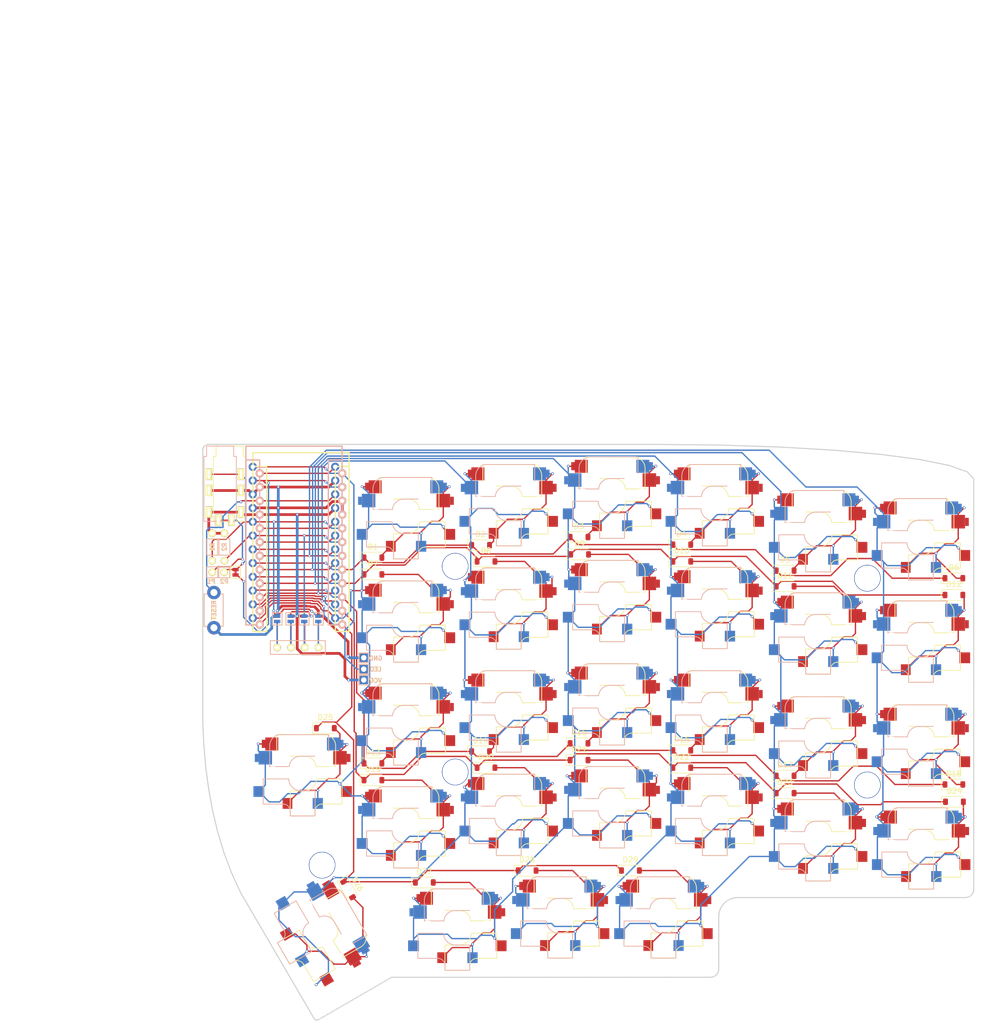
<source format=kicad_pcb>
(kicad_pcb (version 20221018) (generator pcbnew)
  (layers (0 "F.Cu" signal) (31 "B.Cu" signal) (34 "B.Paste" user) (35 "F.Paste" user) (36 "B.SilkS" user "B.Silkscreen") (37 "F.SilkS" user "F.Silkscreen") (38 "B.Mask" user) (39 "F.Mask" user) (44 "Edge.Cuts" user))
  (net 0 "")
  (net 1 "row4")
  (net 2 "row0")
  (net 3 "row1")
  (net 4 "row2")
  (net 5 "row3")
  (net 6 "VCC")
  (net 7 "GND")
  (net 8 "col0")
  (net 9 "col1")
  (net 10 "col2")
  (net 11 "col3")
  (net 12 "col4")
  (net 13 "col5")
  (net 14 "SDA")
  (net 15 "LED")
  (net 16 "SCL")
  (net 17 "RESET")
  (net 18 "Net-(D1-A)")
  (net 19 "Net-(D2-A)")
  (net 20 "Net-(D3-A)")
  (net 21 "Net-(D4-A)")
  (net 22 "DATA")
  (net 23 "Net-(D5-A)")
  (net 24 "Net-(D6-A)")
  (net 25 "Net-(D7-A)")
  (net 26 "Net-(D8-A)")
  (net 27 "Net-(D9-A)")
  (net 28 "Net-(D10-A)")
  (net 29 "Net-(D11-A)")
  (net 30 "Net-(D12-A)")
  (net 31 "Net-(D13-A)")
  (net 32 "Net-(D14-A)")
  (net 33 "Net-(D15-A)")
  (net 34 "Net-(D16-A)")
  (net 35 "Net-(D17-A)")
  (net 36 "Net-(D18-A)")
  (net 37 "Net-(D19-A)")
  (net 38 "Net-(D20-A)")
  (net 39 "Net-(D21-A)")
  (net 40 "Net-(D22-A)")
  (net 41 "Net-(D23-A)")
  (net 42 "Net-(D24-A)")
  (net 43 "Net-(D25-A)")
  (net 44 "Net-(D26-A)")
  (net 45 "Net-(D27-A)")
  (net 46 "Net-(D28-A)")
  (net 47 "Net-(D29-A)")
  (net 48 "Net-(P1-Pin_1)")
  (net 49 "Net-(P2-Pin_1)")
  (net 50 "Net-(J3-P1)")
  (net 51 "Net-(J3-P2)")
  (net 52 "Net-(J3-P3)")
  (net 53 "Net-(J3-P4)")
  (net 54 "unconnected-(U1-RAW-Pad24)")
  (net 55 "unconnected-(U1-A3(PF4)-Pad20)")
  (net 56 "unconnected-(U1-A2(PF5)-Pad19)")
  (net 57 "unconnected-(U1-D4(PD4)-Pad7)")
  (footprint "Lily58-footprint:RESISTOR_mini" (layer "F.Cu") (at 84.688035 56.039272 -90)
    (fp_text reference "R1")
    (fp_text value "R" hide)
  )
  (footprint "Lily58-footprint:RESISTOR_mini" (layer "F.Cu") (at 86.938035 56.039272 -90)
    (fp_text reference "R2")
    (fp_text value "R" hide)
  )
  (footprint "Lily58-footprint:MJ-4PP-9" (layer "F.Cu") (at 87.9 39.3)
    (fp_text reference "J2" hide)
    (fp_text value "4PIN" hide)
  )
  (footprint "Lily58-footprint:1pin_conn" (layer "F.Cu") (at 84.7 60.7 180)
    (fp_text reference "P1")
    (fp_text value "i2c_pin" hide)
  )
  (footprint "Lily58-footprint:1pin_conn" (layer "F.Cu") (at 86.9 60.7 180)
    (fp_text reference "P2")
    (fp_text value "i2c_pin" hide)
  )
  (footprint "Lily58-footprint:HOLE_M2_TH" (layer "F.Cu") (at 129.6 59.6)
    (fp_text reference "TH3" hide)
    (fp_text value "HOLE" hide)
  )
  (footprint "Lily58-footprint:HOLE_M2_TH" (layer "F.Cu") (at 205.8 61.8)
    (fp_text reference "TH4" hide)
    (fp_text value "HOLE" hide)
  )
  (footprint "Lily58-footprint:HOLE_M2_TH" (layer "F.Cu") (at 129.6 97.6)
    (fp_text reference "TH5" hide)
    (fp_text value "HOLE" hide)
  )
  (footprint "Lily58-footprint:HOLE_M2_TH" (layer "F.Cu") (at 205.8 100)
    (fp_text reference "TH6" hide)
    (fp_text value "HOLE" hide)
  )
  (footprint "Lily58-footprint:HOLE_M2_TH" (layer "F.Cu") (at 105 114.8 90)
    (fp_text reference "TH7" hide)
    (fp_text value "HOLE" hide)
  )
  (footprint "Lily58-footprint:ProMicro_rev2" (layer "F.Cu") (at 101 56)
    (fp_text reference "U1" hide)
    (fp_text value "ProMicro" hide)
  )
  (footprint "Lily58-footprint:Jumper" (layer "F.Cu") (at 104.3 69.3 90)
    (fp_text reference "JP1" hide)
    (fp_text value "Jumper_NO_Small" hide)
  )
  (footprint "Lily58-footprint:Jumper" (layer "F.Cu") (at 101.7 69.3 90)
    (fp_text reference "JP2" hide)
    (fp_text value "Jumper_NO_Small" hide)
  )
  (footprint "Lily58-footprint:Jumper" (layer "F.Cu") (at 99.2 69.3 90)
    (fp_text reference "JP3" hide)
    (fp_text value "Jumper_NO_Small" hide)
  )
  (footprint "Lily58-footprint:TACT_SWITCH_TVBP06" (layer "F.Cu") (at 85 67.7 90)
    (fp_text reference "RSW1" hide)
    (fp_text value "SW_RST" hide)
  )
  (footprint "Lily58-footprint:jumper_data" (layer "F.Cu") (at 89 60.7 90)
    (fp_text reference "W1" hide)
    (fp_text value "jumper" hide)
  )
  (footprint "Diode_SMD:D_SOD-123" (layer "F.Cu") (at 114.4 58)
    (fp_text reference "D1")
    (fp_text value "D")
  )
  (footprint "Diode_SMD:D_SOD-123" (layer "F.Cu") (at 134.3 55.7)
    (fp_text reference "D2")
    (fp_text value "D")
  )
  (footprint "Diode_SMD:D_SOD-123" (layer "F.Cu") (at 152.5 54.2)
    (fp_text reference "D3")
    (fp_text value "D")
  )
  (footprint "Diode_SMD:D_SOD-123" (layer "F.Cu") (at 171.5 55.6)
    (fp_text reference "D4")
    (fp_text value "D")
  )
  (footprint "Diode_SMD:D_SOD-123" (layer "F.Cu") (at 190.6 60.4)
    (fp_text reference "D5")
    (fp_text value "D")
  )
  (footprint "Diode_SMD:D_SOD-123" (layer "F.Cu") (at 221.8 61.8)
    (fp_text reference "D6")
    (fp_text value "D")
  )
  (footprint "Diode_SMD:D_SOD-123" (layer "F.Cu") (at 114.4 61.1)
    (fp_text reference "D7")
    (fp_text value "D")
  )
  (footprint "Diode_SMD:D_SOD-123" (layer "F.Cu") (at 135.3 58.7)
    (fp_text reference "D8")
    (fp_text value "D")
  )
  (footprint "Diode_SMD:D_SOD-123" (layer "F.Cu") (at 152.6 57.4)
    (fp_text reference "D9")
    (fp_text value "D")
  )
  (footprint "Diode_SMD:D_SOD-123" (layer "F.Cu") (at 171.5 58.7)
    (fp_text reference "D10")
    (fp_text value "D")
  )
  (footprint "Diode_SMD:D_SOD-123" (layer "F.Cu") (at 190.6 63.3)
    (fp_text reference "D11")
    (fp_text value "D")
  )
  (footprint "Diode_SMD:D_SOD-123" (layer "F.Cu") (at 221.8 64.9)
    (fp_text reference "D12")
    (fp_text value "D")
  )
  (footprint "Diode_SMD:D_SOD-123" (layer "F.Cu") (at 114.4 96)
    (fp_text reference "D13")
    (fp_text value "D")
  )
  (footprint "Diode_SMD:D_SOD-123" (layer "F.Cu") (at 134.3 93.8)
    (fp_text reference "D14")
    (fp_text value "D")
  )
  (footprint "Diode_SMD:D_SOD-123" (layer "F.Cu") (at 152.5 92.3)
    (fp_text reference "D15")
    (fp_text value "D")
  )
  (footprint "Diode_SMD:D_SOD-123" (layer "F.Cu") (at 171.5 93.6)
    (fp_text reference "D16")
    (fp_text value "D")
  )
  (footprint "Diode_SMD:D_SOD-123" (layer "F.Cu") (at 190.6 98.3)
    (fp_text reference "D17")
    (fp_text value "D")
  )
  (footprint "Diode_SMD:D_SOD-123" (layer "F.Cu") (at 221.8 99.9)
    (fp_text reference "D18")
    (fp_text value "D")
  )
  (footprint "Diode_SMD:D_SOD-123" (layer "F.Cu") (at 114.4 99.1)
    (fp_text reference "D19")
    (fp_text value "D")
  )
  (footprint "Diode_SMD:D_SOD-123" (layer "F.Cu") (at 135.3 96.8)
    (fp_text reference "D20")
    (fp_text value "D")
  )
  (footprint "Diode_SMD:D_SOD-123" (layer "F.Cu") (at 152.5 95.4)
    (fp_text reference "D21")
    (fp_text value "D")
  )
  (footprint "Diode_SMD:D_SOD-123" (layer "F.Cu") (at 171.5 96.8)
    (fp_text reference "D22")
    (fp_text value "D")
  )
  (footprint "Diode_SMD:D_SOD-123" (layer "F.Cu") (at 190.6 101.5)
    (fp_text reference "D23")
    (fp_text value "D")
  )
  (footprint "Diode_SMD:D_SOD-123" (layer "F.Cu") (at 221.9 103.1)
    (fp_text reference "D24")
    (fp_text value "D")
  )
  (footprint "Diode_SMD:D_SOD-123" (layer "F.Cu") (at 105.6 89.5)
    (fp_text reference "D25")
    (fp_text value "D")
  )
  (footprint "Diode_SMD:D_SOD-123" (layer "F.Cu") (at 109.8 119.3 -60)
    (fp_text reference "D26")
    (fp_text value "D")
  )
  (footprint "Diode_SMD:D_SOD-123" (layer "F.Cu") (at 123.9 118)
    (fp_text reference "D27")
    (fp_text value "D")
  )
  (footprint "Diode_SMD:D_SOD-123" (layer "F.Cu") (at 142.9 115.8)
    (fp_text reference "D28")
    (fp_text value "D")
  )
  (footprint "Diode_SMD:D_SOD-123" (layer "F.Cu") (at 162 115.8)
    (fp_text reference "D29")
    (fp_text value "D")
  )
  (footprint "Lily58_Pro-footprint:MX_Choc_Hotswap" (layer "F.Cu") (at 120.5 50)
    (fp_text reference "SW1" hide)
    (fp_text value "SW_PUSH" hide)
  )
  (footprint "Lily58_Pro-footprint:MX_Choc_Hotswap" (layer "F.Cu") (at 139.5 47.6)
    (fp_text reference "SW2" hide)
    (fp_text value "SW_PUSH" hide)
  )
  (footprint "Lily58_Pro-footprint:MX_Choc_Hotswap" (layer "F.Cu") (at 158.6 46.21)
    (fp_text reference "SW3" hide)
    (fp_text value "SW_PUSH" hide)
  )
  (footprint "Lily58_Pro-footprint:MX_Choc_Hotswap" (layer "F.Cu") (at 177.6 47.6)
    (fp_text reference "SW4" hide)
    (fp_text value "SW_PUSH" hide)
  )
  (footprint "Lily58_Pro-footprint:MX_Choc_Hotswap" (layer "F.Cu") (at 196.7 52.4)
    (fp_text reference "SW5" hide)
    (fp_text value "SW_PUSH" hide)
  )
  (footprint "Lily58_Pro-footprint:MX_Choc_Hotswap" (layer "F.Cu") (at 215.7 53.9)
    (fp_text reference "SW6" hide)
    (fp_text value "SW_PUSH" hide)
  )
  (footprint "Lily58_Pro-footprint:MX_Choc_Hotswap" (layer "F.Cu") (at 120.5 69.1)
    (fp_text reference "SW7" hide)
    (fp_text value "SW_PUSH" hide)
  )
  (footprint "Lily58_Pro-footprint:MX_Choc_Hotswap" (layer "F.Cu") (at 139.5 66.7)
    (fp_text reference "SW8" hide)
    (fp_text value "SW_PUSH" hide)
  )
  (footprint "Lily58_Pro-footprint:MX_Choc_Hotswap" (layer "F.Cu") (at 158.6 65.3)
    (fp_text reference "SW9" hide)
    (fp_text value "SW_PUSH" hide)
  )
  (footprint "Lily58_Pro-footprint:MX_Choc_Hotswap" (layer "F.Cu") (at 177.6 66.6)
    (fp_text reference "SW10" hide)
    (fp_text value "SW_PUSH" hide)
  )
  (footprint "Lily58_Pro-footprint:MX_Choc_Hotswap" (layer "F.Cu") (at 196.7 71.3)
    (fp_text reference "SW11" hide)
    (fp_text value "SW_PUSH" hide)
  )
  (footprint "Lily58_Pro-footprint:MX_Choc_Hotswap" (layer "F.Cu") (at 215.7 72.8)
    (fp_text reference "SW12" hide)
    (fp_text value "SW_PUSH" hide)
  )
  (footprint "Lily58_Pro-footprint:MX_Choc_Hotswap" (layer "F.Cu") (at 120.5 88.1)
    (fp_text reference "SW13" hide)
    (fp_text value "SW_PUSH" hide)
  )
  (footprint "Lily58_Pro-footprint:MX_Choc_Hotswap" (layer "F.Cu") (at 139.5 85.7)
    (fp_text reference "SW14" hide)
    (fp_text value "SW_PUSH" hide)
  )
  (footprint "Lily58_Pro-footprint:MX_Choc_Hotswap" (layer "F.Cu") (at 158.6 84.4)
    (fp_text reference "SW15" hide)
    (fp_text value "SW_PUSH" hide)
  )
  (footprint "Lily58_Pro-footprint:MX_Choc_Hotswap" (layer "F.Cu") (at 177.6 85.7)
    (fp_text reference "SW16" hide)
    (fp_text value "SW_PUSH" hide)
  )
  (footprint "Lily58_Pro-footprint:MX_Choc_Hotswap" (layer "F.Cu") (at 196.7 90.5)
    (fp_text reference "SW17" hide)
    (fp_text value "SW_PUSH" hide)
  )
  (footprint "Lily58_Pro-footprint:MX_Choc_Hotswap" (layer "F.Cu") (at 215.7 92)
    (fp_text reference "SW18" hide)
    (fp_text value "SW_PUSH" hide)
  )
  (footprint "Lily58_Pro-footprint:MX_Choc_Hotswap" (layer "F.Cu") (at 120.5 107.1)
    (fp_text reference "SW19" hide)
    (fp_text value "SW_PUSH" hide)
  )
  (footprint "Lily58_Pro-footprint:MX_Choc_Hotswap" (layer "F.Cu") (at 139.5 104.8)
    (fp_text reference "SW20" hide)
    (fp_text value "SW_PUSH" hide)
  )
  (footprint "Lily58_Pro-footprint:MX_Choc_Hotswap" (layer "F.Cu") (at 158.6 103.4)
    (fp_text reference "SW21" hide)
    (fp_text value "SW_PUSH" hide)
  )
  (footprint "Lily58_Pro-footprint:MX_Choc_Hotswap" (layer "F.Cu") (at 177.6 104.8)
    (fp_text reference "SW22" hide)
    (fp_text value "SW_PUSH" hide)
  )
  (footprint "Lily58_Pro-footprint:MX_Choc_Hotswap" (layer "F.Cu") (at 196.7 109.5)
    (fp_text reference "SW23" hide)
    (fp_text value "SW_PUSH" hide)
  )
  (footprint "Lily58_Pro-footprint:MX_Choc_Hotswap" (layer "F.Cu") (at 215.75 111)
    (fp_text reference "SW24" hide)
    (fp_text value "SW_PUSH" hide)
  )
  (footprint "Lily58_Pro-footprint:MX_Choc_Hotswap" (layer "F.Cu") (at 101.4 97.5)
    (fp_text reference "SW25" hide)
    (fp_text value "SW_PUSH" hide)
  )
  (footprint "Lily58_Pro-footprint:MX_Choc_Hotswap" (layer "F.Cu") (at 105 127 -60)
    (fp_text reference "SW26" hide)
    (fp_text value "SW_PUSH" hide)
  )
  (footprint "Lily58_Pro-footprint:MX_Choc_Hotswap" (layer "F.Cu") (at 130 126)
    (fp_text reference "SW27" hide)
    (fp_text value "SW_PUSH" hide)
  )
  (footprint "Lily58_Pro-footprint:MX_Choc_Hotswap" (layer "F.Cu") (at 149 123.75)
    (fp_text reference "SW28" hide)
    (fp_text value "SW_PUSH" hide)
  )
  (footprint "Lily58_Pro-footprint:MX_Choc_Hotswap" (layer "F.Cu") (at 168.1 123.75)
    (fp_text reference "SW29" hide)
    (fp_text value "SW_PUSH" hide)
  )
  (footprint "Lily58_Pro-footprint:HOLE_M2" (layer "F.Cu") (at 86 85)
    (fp_text reference "TH1" hide)
    (fp_text value "HOLE" hide)
  )
  (footprint "Lily58_Pro-footprint:HOLE_M2" (layer "F.Cu") (at 108 85)
    (fp_text reference "TH2" hide)
    (fp_text value "HOLE" hide)
  )
  (footprint "Lily58-footprint:Jumper" (layer "F.Cu") (at 96.7 69.3 90)
    (fp_text reference "JP4" hide)
    (fp_text value "Jumper_NO_Small" hide)
  )
  (footprint "Lily58-footprint:LED" (layer "F.Cu") (at 112.7 81.1 180)
    (fp_text reference "J1" hide)
    (fp_text value "LED" hide)
  )
  (footprint "Lily58-footprint:OLED_4Pin" (layer "F.Cu") (at 96.7 74.6)
    (fp_text reference "J3" hide)
    (fp_text value "OLED" hide)
  )
  (footprint "Lily58-footprint:Jumper" (layer "B.Cu") (at 101.7 69.3 90)
    (fp_text reference "JP6" hide)
    (fp_text value "Jumper_NO_Small" hide)
  )
  (footprint "Lily58-footprint:Jumper" (layer "B.Cu") (at 99.2 69.3 90)
    (fp_text reference "JP7" hide)
    (fp_text value "Jumper_NO_Small" hide)
  )
  (footprint "Lily58-footprint:Jumper" (layer "B.Cu") (at 96.7 69.3 90)
    (fp_text reference "JP8" hide)
    (fp_text value "Jumper_NO_Small" hide)
  )
  (footprint "Lily58-footprint:Jumper" (layer "B.Cu") (at 104.3 69.3 90)
    (fp_text reference "JP5" hide)
    (fp_text value "Jumper_NO_Small" hide)
  )
  (gr_line (start 181.113524 120.860778) (end 181.819348 120.789735) (stroke (width 0.2)) (layer "Edge.Cuts"))
  (gr_line (start 82.937777 88.592317) (end 83.13569 92.617561) (stroke (width 0.2)) (layer "Edge.Cuts"))
  (gr_line (start 178.319348 129.161894) (end 178.319348 130.379933) (stroke (width 0.2)) (layer "Edge.Cuts"))
  (gr_line (start 225.46 100.32649) (end 225.46 109.808112) (stroke (width 0.2)) (layer "Edge.Cuts"))
  (gr_line (start 125.619545 37.086762) (end 115.211711 37.086762) (stroke (width 0.2)) (layer "Edge.Cuts"))
  (gr_line (start 213.424836 120.789735) (end 218.692418 120.789735) (stroke (width 0.2)) (layer "Edge.Cuts"))
  (gr_line (start 225.342217 119.873887) (end 225.204001 120.128696) (stroke (width 0.2)) (layer "Edge.Cuts"))
  (gr_line (start 225.46 43.436755) (end 224.278471 42.15619) (stroke (width 0.2)) (layer "Edge.Cuts"))
  (gr_line (start 224.544152 120.671952) (end 224.262495 120.759288) (stroke (width 0.2)) (layer "Edge.Cuts"))
  (gr_line (start 83.490297 96.657663) (end 84.020972 100.690825) (stroke (width 0.2)) (layer "Edge.Cuts"))
  (gr_line (start 103.84247 143.386445) (end 103.981252 143.413974) (stroke (width 0.2)) (layer "Edge.Cuts"))
  (gr_line (start 114.510925 137.450923) (end 116.186619 136.480784) (stroke (width 0.2)) (layer "Edge.Cuts"))
  (gr_line (start 82.937528 82.285296) (end 82.937528 75.978362) (stroke (width 0.2)) (layer "Edge.Cuts"))
  (gr_line (start 93.344258 125.721062) (end 95.019952 128.587381) (stroke (width 0.2)) (layer "Edge.Cuts"))
  (gr_line (start 83.400937 37.265961) (end 83.579303 37.16921) (stroke (width 0.2)) (layer "Edge.Cuts"))
  (gr_line (start 104.803877 37.086762) (end 94.396044 37.086762) (stroke (width 0.2)) (layer "Edge.Cuts"))
  (gr_line (start 181.819348 120.789735) (end 187.086929 120.789735) (stroke (width 0.2)) (layer "Edge.Cuts"))
  (gr_line (start 111.159536 139.391201) (end 112.83523 138.421062) (stroke (width 0.2)) (layer "Edge.Cuts"))
  (gr_line (start 106.132452 142.301617) (end 107.808147 141.331479) (stroke (width 0.2)) (layer "Edge.Cuts"))
  (gr_line (start 224.262495 120.759288) (end 223.959999 120.789735) (stroke (width 0.2)) (layer "Edge.Cuts"))
  (gr_line (start 177.658308 135.25566) (end 177.4035 135.393876) (stroke (width 0.2)) (layer "Edge.Cuts"))
  (gr_line (start 225.46 81.363245) (end 225.46 90.844867) (stroke (width 0.2)) (layer "Edge.Cuts"))
  (gr_line (start 83.579303 37.16921) (end 83.776462 37.108075) (stroke (width 0.2)) (layer "Edge.Cuts"))
  (gr_line (start 218.692418 120.789735) (end 223.959999 120.789735) (stroke (width 0.2)) (layer "Edge.Cuts"))
  (gr_line (start 103.714328 143.322532) (end 103.84247 143.386445) (stroke (width 0.2)) (layer "Edge.Cuts"))
  (gr_line (start 156.843047 37.086762) (end 146.435213 37.086762) (stroke (width 0.2)) (layer "Edge.Cuts"))
  (gr_line (start 91.668563 122.854742) (end 93.344258 125.721062) (stroke (width 0.2)) (layer "Edge.Cuts"))
  (gr_line (start 220.889319 40.963847) (end 215.525697 39.885159) (stroke (width 0.2)) (layer "Edge.Cuts"))
  (gr_line (start 177.121844 135.481211) (end 176.819348 135.511658) (stroke (width 0.2)) (layer "Edge.Cuts"))
  (gr_line (start 82.937528 69.671429) (end 82.937528 63.364495) (stroke (width 0.2)) (layer "Edge.Cuts"))
  (gr_line (start 178.319348 132.816013) (end 178.319348 134.011658) (stroke (width 0.2)) (layer "Edge.Cuts"))
  (gr_line (start 178.319348 124.289735) (end 178.390391 123.583911) (stroke (width 0.2)) (layer "Edge.Cuts"))
  (gr_line (start 83.24557 37.394123) (end 83.400937 37.265961) (stroke (width 0.2)) (layer "Edge.Cuts"))
  (gr_line (start 147.34126 135.511658) (end 154.710782 135.511658) (stroke (width 0.2)) (layer "Edge.Cuts"))
  (gr_line (start 84.747083 104.695246) (end 85.688004 108.649127) (stroke (width 0.2)) (layer "Edge.Cuts"))
  (gr_line (start 132.602217 135.511658) (end 139.971738 135.511658) (stroke (width 0.2)) (layer "Edge.Cuts"))
  (gr_line (start 178.201565 134.59581) (end 178.063349 134.850619) (stroke (width 0.2)) (layer "Edge.Cuts"))
  (gr_line (start 112.83523 138.421062) (end 114.510925 137.450923) (stroke (width 0.2)) (layer "Edge.Cuts"))
  (gr_line (start 82.937528 63.364495) (end 82.937528 57.057562) (stroke (width 0.2)) (layer "Edge.Cuts"))
  (gr_line (start 94.396044 37.086762) (end 83.98821 37.086762) (stroke (width 0.2)) (layer "Edge.Cuts"))
  (gr_line (start 103.491837 143.08815) (end 103.597295 143.222884) (stroke (width 0.2)) (layer "Edge.Cuts"))
  (gr_line (start 103.398425 142.918979) (end 103.491837 143.08815) (stroke (width 0.2)) (layer "Edge.Cuts"))
  (gr_line (start 136.027379 37.086762) (end 125.619545 37.086762) (stroke (width 0.2)) (layer "Edge.Cuts"))
  (gr_line (start 103.597295 143.222884) (end 103.714328 143.322532) (stroke (width 0.2)) (layer "Edge.Cuts"))
  (gr_line (start 199.807654 38.170488) (end 189.919538 37.585374) (stroke (width 0.2)) (layer "Edge.Cuts"))
  (gr_line (start 116.186619 136.480784) (end 117.862313 135.510645) (stroke (width 0.2)) (layer "Edge.Cuts"))
  (gr_line (start 178.319348 124.289735) (end 178.319348 125.507775) (stroke (width 0.2)) (layer "Edge.Cuts"))
  (gr_line (start 192.354511 120.789735) (end 197.622092 120.789735) (stroke (width 0.2)) (layer "Edge.Cuts"))
  (gr_line (start 96.695647 131.453701) (end 98.371341 134.32002) (stroke (width 0.2)) (layer "Edge.Cuts"))
  (gr_line (start 82.959523 37.925015) (end 83.020657 37.727855) (stroke (width 0.2)) (layer "Edge.Cuts"))
  (gr_line (start 100.047036 137.18634) (end 101.72273 140.052659) (stroke (width 0.2)) (layer "Edge.Cuts"))
  (gr_line (start 225.459999 119.289735) (end 225.429552 119.592231) (stroke (width 0.2)) (layer "Edge.Cuts"))
  (gr_line (start 178.989563 37.215654) (end 167.250881 37.086762) (stroke (width 0.2)) (layer "Edge.Cuts"))
  (gr_line (start 225.46 90.844867) (end 225.46 100.32649) (stroke (width 0.2)) (layer "Edge.Cuts"))
  (gr_line (start 117.863173 135.511658) (end 125.232695 135.511658) (stroke (width 0.2)) (layer "Edge.Cuts"))
  (gr_line (start 178.390391 123.583911) (end 178.594174 122.926713) (stroke (width 0.2)) (layer "Edge.Cuts"))
  (gr_line (start 225.46 71.881623) (end 225.46 81.363245) (stroke (width 0.2)) (layer "Edge.Cuts"))
  (gr_line (start 197.622092 120.789735) (end 202.889673 120.789735) (stroke (width 0.2)) (layer "Edge.Cuts"))
  (gr_line (start 83.020657 37.727855) (end 83.117409 37.549489) (stroke (width 0.2)) (layer "Edge.Cuts"))
  (gr_line (start 88.291758 116.318073) (end 89.993333 119.98954) (stroke (width 0.2)) (layer "Edge.Cuts"))
  (gr_line (start 82.937528 44.443695) (end 82.937528 38.136762) (stroke (width 0.2)) (layer "Edge.Cuts"))
  (gr_line (start 101.72273 140.052659) (end 103.398425 142.918979) (stroke (width 0.2)) (layer "Edge.Cuts"))
  (gr_line (start 202.889673 120.789735) (end 208.157255 120.789735) (stroke (width 0.2)) (layer "Edge.Cuts"))
  (gr_line (start 104.130206 143.404468) (end 104.288864 143.357278) (stroke (width 0.2)) (layer "Edge.Cuts"))
  (gr_line (start 225.46 52.918378) (end 225.46 62.4) (stroke (width 0.2)) (layer "Edge.Cuts"))
  (gr_line (start 95.019952 128.587381) (end 96.695647 131.453701) (stroke (width 0.2)) (layer "Edge.Cuts"))
  (gr_line (start 139.971738 135.511658) (end 147.34126 135.511658) (stroke (width 0.2)) (layer "Edge.Cuts"))
  (gr_line (start 82.93821 38.136762) (end 82.959523 37.925015) (stroke (width 0.2)) (layer "Edge.Cuts"))
  (gr_line (start 98.371341 134.32002) (end 100.047036 137.18634) (stroke (width 0.2)) (layer "Edge.Cuts"))
  (gr_line (start 225.46 109.808112) (end 225.46 119.289735) (stroke (width 0.2)) (layer "Edge.Cuts"))
  (gr_line (start 177.880261 135.072571) (end 177.658308 135.25566) (stroke (width 0.2)) (layer "Edge.Cuts"))
  (gr_line (start 224.278471 42.15619) (end 220.889319 40.963847) (stroke (width 0.2)) (layer "Edge.Cuts"))
  (gr_line (start 178.319348 127.943854) (end 178.319348 129.161894) (stroke (width 0.2)) (layer "Edge.Cuts"))
  (gr_line (start 178.063349 134.850619) (end 177.880261 135.072571) (stroke (width 0.2)) (layer "Edge.Cuts"))
  (gr_line (start 177.4035 135.393876) (end 177.121844 135.481211) (stroke (width 0.2)) (layer "Edge.Cuts"))
  (gr_line (start 178.319348 134.011658) (end 178.288901 134.314154) (stroke (width 0.2)) (layer "Edge.Cuts"))
  (gr_line (start 167.250881 37.086762) (end 156.843047 37.086762) (stroke (width 0.2)) (layer "Edge.Cuts"))
  (gr_line (start 154.710782 135.511658) (end 162.080304 135.511658) (stroke (width 0.2)) (layer "Edge.Cuts"))
  (gr_line (start 169.449826 135.511658) (end 176.819348 135.511658) (stroke (width 0.2)) (layer "Edge.Cuts"))
  (gr_line (start 178.916678 122.33216) (end 179.343884 121.814271) (stroke (width 0.2)) (layer "Edge.Cuts"))
  (gr_line (start 178.319348 125.507775) (end 178.319348 126.725814) (stroke (width 0.2)) (layer "Edge.Cuts"))
  (gr_line (start 180.456326 121.064561) (end 181.113524 120.860778) (stroke (width 0.2)) (layer "Edge.Cuts"))
  (gr_line (start 178.319348 130.379933) (end 178.319348 131.597973) (stroke (width 0.2)) (layer "Edge.Cuts"))
  (gr_line (start 82.937528 88.592229) (end 82.937528 82.285296) (stroke (width 0.2)) (layer "Edge.Cuts"))
  (gr_line (start 225.46 62.4) (end 225.46 71.881623) (stroke (width 0.2)) (layer "Edge.Cuts"))
  (gr_line (start 107.808147 141.331479) (end 109.483841 140.36134) (stroke (width 0.2)) (layer "Edge.Cuts"))
  (gr_line (start 189.919538 37.585374) (end 178.989563 37.215654) (stroke (width 0.2)) (layer "Edge.Cuts"))
  (gr_line (start 104.456758 143.271756) (end 106.132452 142.301617) (stroke (width 0.2)) (layer "Edge.Cuts"))
  (gr_line (start 109.483841 140.36134) (end 111.159536 139.391201) (stroke (width 0.2)) (layer "Edge.Cuts"))
  (gr_line (start 208.420758 38.945561) (end 199.807654 38.170488) (stroke (width 0.2)) (layer "Edge.Cuts"))
  (gr_line (start 83.776462 37.108075) (end 83.98821 37.086762) (stroke (width 0.2)) (layer "Edge.Cuts"))
  (gr_line (start 224.79896 120.533736) (end 224.544152 120.671952) (stroke (width 0.2)) (layer "Edge.Cuts"))
  (gr_line (start 85.688004 108.649127) (end 86.863105 112.53067) (stroke (width 0.2)) (layer "Edge.Cuts"))
  (gr_line (start 225.429552 119.592231) (end 225.342217 119.873887) (stroke (width 0.2)) (layer "Edge.Cuts"))
  (gr_line (start 83.13569 92.617561) (end 83.490297 96.657663) (stroke (width 0.2)) (layer "Edge.Cuts"))
  (gr_line (start 225.46 43.436755) (end 225.46 52.918378) (stroke (width 0.2)) (layer "Edge.Cuts"))
  (gr_line (start 82.937528 57.057562) (end 82.937528 50.750629) (stroke (width 0.2)) (layer "Edge.Cuts"))
  (gr_line (start 179.861773 121.387065) (end 180.456326 121.064561) (stroke (width 0.2)) (layer "Edge.Cuts"))
  (gr_line (start 187.086929 120.789735) (end 192.354511 120.789735) (stroke (width 0.2)) (layer "Edge.Cuts"))
  (gr_line (start 162.080304 135.511658) (end 169.449826 135.511658) (stroke (width 0.2)) (layer "Edge.Cuts"))
  (gr_line (start 104.288864 143.357278) (end 104.456758 143.271756) (stroke (width 0.2)) (layer "Edge.Cuts"))
  (gr_line (start 82.937528 50.750629) (end 82.937528 44.443695) (stroke (width 0.2)) (layer "Edge.Cuts"))
  (gr_line (start 225.020912 120.350648) (end 224.79896 120.533736) (stroke (width 0.2)) (layer "Edge.Cuts"))
  (gr_line (start 208.157255 120.789735) (end 213.424836 120.789735) (stroke (width 0.2)) (layer "Edge.Cuts"))
  (gr_line (start 83.117409 37.549489) (end 83.24557 37.394123) (stroke (width 0.2)) (layer "Edge.Cuts"))
  (gr_line (start 84.020972 100.690825) (end 84.747083 104.695246) (stroke (width 0.2)) (layer "Edge.Cuts"))
  (gr_line (start 125.232695 135.511658) (end 132.602217 135.511658) (stroke (width 0.2)) (layer "Edge.Cuts"))
  (gr_line (start 103.981252 143.413974) (end 104.130206 143.404468) (stroke (width 0.2)) (layer "Edge.Cuts"))
  (gr_line (start 89.992869 119.988423) (end 91.668563 122.854742) (stroke (width 0.2)) (layer "Edge.Cuts"))
  (gr_line (start 146.435213 37.086762) (end 136.027379 37.086762) (stroke (width 0.2)) (layer "Edge.Cuts"))
  (gr_line (start 115.211711 37.086762) (end 104.803877 37.086762) (stroke (width 0.2)) (layer "Edge.Cuts"))
  (gr_line (start 82.937528 75.978362) (end 82.937528 69.671429) (stroke (width 0.2)) (layer "Edge.Cuts"))
  (gr_line (start 179.343884 121.814271) (end 179.861773 121.387065) (stroke (width 0.2)) (layer "Edge.Cuts"))
  (gr_line (start 178.594174 122.926713) (end 178.916678 122.33216) (stroke (width 0.2)) (layer "Edge.Cuts"))
  (gr_line (start 225.204001 120.128696) (end 225.020912 120.350648) (stroke (width 0.2)) (layer "Edge.Cuts"))
  (gr_line (start 178.319348 131.597973) (end 178.319348 132.816013) (stroke (width 0.2)) (layer "Edge.Cuts"))
  (gr_line (start 178.319348 126.725814) (end 178.319348 127.943854) (stroke (width 0.2)) (layer "Edge.Cuts"))
  (gr_line (start 178.288901 134.314154) (end 178.201565 134.59581) (stroke (width 0.2)) (layer "Edge.Cuts"))
  (gr_line (start 86.863105 112.53067) (end 88.291758 116.318073) (stroke (width 0.2)) (layer "Edge.Cuts"))
  (gr_line (start 215.525697 39.885159) (end 208.420758 38.945561) (stroke (width 0.2)) (layer "Edge.Cuts"))
  (segment (start 107.519817 88.392) (end 105.058 88.392) (width 0.25) (layer "F.Cu") (net 1))
  (segment (start 160.35 115.8) (end 159.425 114.875) (width 0.25) (layer "F.Cu") (net 1))
  (segment (start 110.825 116.021058) (end 110.825 91.697183) (width 0.25) (layer "F.Cu") (net 1))
  (segment (start 93.671811 69.17) (end 94.565815 68.275996) (width 0.25) (layer "F.Cu") (net 1))
  (segment (start 104.394 66.207173) (end 104.394 66.05) (width 0.25) (layer "F.Cu") (net 1))
  (segment (start 142.175 114.875) (end 141.25 115.8) (width 0.25) (layer "F.Cu") (net 1))
  (segment (start 110.825 91.697183) (end 107.519817 88.392) (width 0.25) (layer "F.Cu") (net 1))
  (segment (start 94.503302 67.071301) (end 95.649603 65.925) (width 0.25) (layer "F.Cu") (net 1))
  (segment (start 122.121058 117.871058) (end 122.25 118) (width 0.25) (layer "F.Cu") (net 1))
  (segment (start 107.519817 88.392) (end 107.696 88.392) (width 0.25) (layer "F.Cu") (net 1))
  (segment (start 105.058 88.392) (end 103.95 89.5) (width 0.25) (layer "F.Cu") (net 1))
  (segment (start 94.565815 67.133814) (end 94.503302 67.071301) (width 0.25) (layer "F.Cu") (net 1))
  (segment (start 110.49 72.13693) (end 108.718815 70.365745) (width 0.25) (layer "F.Cu") (net 1))
  (segment (start 110.49 85.598) (end 110.49 72.13693) (width 0.25) (layer "F.Cu") (net 1))
  (segment (start 108.975 117.871058) (end 110.825 116.021058) (width 0.25) (layer "F.Cu") (net 1))
  (segment (start 105.327833 67.072169) (end 105.258996 67.072169) (width 0.25) (layer "F.Cu") (net 1))
  (segment (start 124.45 115.8) (end 122.25 118) (width 0.25) (layer "F.Cu") (net 1))
  (segment (start 107.696 88.392) (end 110.49 85.598) (width 0.25) (layer "F.Cu") (net 1))
  (segment (start 159.425 114.875) (end 142.175 114.875) (width 0.25) (layer "F.Cu") (net 1))
  (segment (start 105.258996 67.072169) (end 104.394 66.207173) (width 0.25) (layer "F.Cu") (net 1))
  (segment (start 92.18 69.17) (end 93.671811 69.17) (width 0.25) (layer "F.Cu") (net 1))
  (segment (start 108.975 117.871058) (end 122.121058 117.871058) (width 0.25) (layer "F.Cu") (net 1))
  (segment (start 141.25 115.8) (end 124.45 115.8) (width 0.25) (layer "F.Cu") (net 1))
  (segment (start 104.394 66.05) (end 103.316604 66.05) (width 0.25) (layer "F.Cu") (net 1))
  (segment (start 95.649603 65.925) (end 103.191604 65.925) (width 0.25) (layer "F.Cu") (net 1))
  (segment (start 103.316604 66.05) (end 103.191604 65.925) (width 0.25) (layer "F.Cu") (net 1))
  (segment (start 94.565815 68.275996) (end 94.565815 67.133814) (width 0.25) (layer "F.Cu") (net 1))
  (via (at 105.327833 67.072169) (size 0.5) (drill 0.3) (layers "F.Cu" "B.Cu") (net 1))
  (segment (start 105.327833 67.072169) (end 105.327833 68.615084) (width 0.25) (layer "B.Cu") (net 1))
  (segment (start 107.078494 70.365745) (end 108.718815 70.365745) (width 0.25) (layer "B.Cu") (net 1))
  (segment (start 105.327833 68.615084) (end 107.078494 70.365745) (width 0.25) (layer "B.Cu") (net 1))
  (segment (start 152.25 55.6) (end 150.85 54.2) (width 0.25) (layer "F.Cu") (net 2))
  (segment (start 147.725 57.325) (end 134.275 57.325) (width 0.25) (layer "F.Cu") (net 2))
  (segment (start 112.75 58) (end 113.675 58.925) (width 0.25) (layer "F.Cu") (net 2))
  (segment (start 210.39 61.8) (end 206.756 58.166) (width 0.25) (layer "F.Cu") (net 2))
  (segment (start 150.85 54.2) (end 147.725 57.325) (width 0.25) (layer "F.Cu") (net 2))
  (segment (start 206.756 58.166) (end 202.184 58.166) (width 0.25) (layer "F.Cu") (net 2))
  (segment (start 113.675 58.925) (end 120.12665 58.925) (width 0.25) (layer "F.Cu") (net 2))
  (segment (start 199.025 61.325) (end 189.875 61.325) (width 0.25) (layer "F.Cu") (net 2))
  (segment (start 170.775 56.525) (end 185.075 56.525) (width 0.25) (layer "F.Cu") (net 2))
  (segment (start 110.544255 60.205745) (end 108.718815 60.205745) (width 0.25) (layer "F.Cu") (net 2))
  (segment (start 202.184 58.166) (end 199.025 61.325) (width 0.25) (layer "F.Cu") (net 2))
  (segment (start 112.75 58) (end 110.544255 60.205745) (width 0.25) (layer "F.Cu") (net 2))
  (segment (start 185.075 56.525) (end 188.95 60.4) (width 0.25) (layer "F.Cu") (net 2))
  (segment (start 105.69 59.01) (end 105.7 59) (width 0.25) (layer "F.Cu") (net 2))
  (segment (start 134.275 57.325) (end 132.65 55.7) (width 0.25) (layer "F.Cu") (net 2))
  (segment (start 220.15 61.8) (end 210.39 61.8) (width 0.25) (layer "F.Cu") (net 2))
  (segment (start 189.875 61.325) (end 188.95 60.4) (width 0.25) (layer "F.Cu") (net 2))
  (segment (start 169.85 55.6) (end 152.25 55.6) (width 0.25) (layer "F.Cu") (net 2))
  (segment (start 169.85 55.6) (end 170.775 56.525) (width 0.25) (layer "F.Cu") (net 2))
  (segment (start 92.18 59.01) (end 105.69 59.01) (width 0.25) (layer "F.Cu") (net 2))
  (segment (start 123.35165 55.7) (end 132.65 55.7) (width 0.25) (layer "F.Cu") (net 2))
  (segment (start 120.12665 58.925) (end 123.35165 55.7) (width 0.25) (layer "F.Cu") (net 2))
  (via (at 105.7 59) (size 0.5) (drill 0.3) (layers "F.Cu" "B.Cu") (net 2))
  (segment (start 106.905745 60.205745) (end 108.718815 60.205745) (width 0.25) (layer "B.Cu") (net 2))
  (segment (start 105.7 59) (end 106.905745 60.205745) (width 0.25) (layer "B.Cu") (net 2))
  (segment (start 151.875 56.475) (end 150.95 57.4) (width 0.25) (layer "F.Cu") (net 3))
  (segment (start 150.575 57.775) (end 150.95 57.4) (width 0.25) (layer "F.Cu") (net 3))
  (segment (start 114.475 59.375) (end 120.313046 59.375) (width 0.25) (layer "F.Cu") (net 3))
  (segment (start 183.425 57.775) (end 170.775 57.775) (width 0.25) (layer "F.Cu") (net 3))
  (segment (start 131.826 56.15) (end 131.826 56.253817) (width 0.25) (layer "F.Cu") (net 3))
  (segment (start 131.826 56.253817) (end 133.65 58.077817) (width 0.25) (layer "F.Cu") (net 3))
  (segment (start 112.75 61.1) (end 114.475 59.375) (width 0.25) (layer "F.Cu") (net 3))
  (segment (start 92.18 61.55) (end 105.35 61.55) (width 0.25) (layer "F.Cu") (net 3))
  (segment (start 133.65 58.077817) (end 133.65 58.7) (width 0.25) (layer "F.Cu") (net 3))
  (segment (start 133.65 58.7) (end 134.575 57.775) (width 0.25) (layer "F.Cu") (net 3))
  (segment (start 188.95 63.3) (end 183.425 57.775) (width 0.25) (layer "F.Cu") (net 3))
  (segment (start 201.876397 64.9) (end 199.351397 62.375) (width 0.25) (layer "F.Cu") (net 3))
  (segment (start 167.625 56.475) (end 151.875 56.475) (width 0.25) (layer "F.Cu") (net 3))
  (segment (start 170.775 57.775) (end 169.85 58.7) (width 0.25) (layer "F.Cu") (net 3))
  (segment (start 112.75 61.1) (end 111.104255 62.745745) (width 0.25) (layer "F.Cu") (net 3))
  (segment (start 189.875 62.375) (end 188.95 63.3) (width 0.25) (layer "F.Cu") (net 3))
  (segment (start 123.538046 56.15) (end 131.826 56.15) (width 0.25) (layer "F.Cu") (net 3))
  (segment (start 199.351397 62.375) (end 189.875 62.375) (width 0.25) (layer "F.Cu") (net 3))
  (segment (start 169.85 58.7) (end 167.625 56.475) (width 0.25) (layer "F.Cu") (net 3))
  (segment (start 134.575 57.775) (end 150.575 57.775) (width 0.25) (layer "F.Cu") (net 3))
  (segment (start 220.15 64.9) (end 201.876397 64.9) (width 0.25) (layer "F.Cu") (net 3))
  (segment (start 120.313046 59.375) (end 123.538046 56.15) (width 0.25) (layer "F.Cu") (net 3))
  (segment (start 105.35 61.55) (end 105.7 61.9) (width 0.25) (layer "F.Cu") (net 3))
  (segment (start 111.104255 62.745745) (end 108.718815 62.745745) (width 0.25) (layer "F.Cu") (net 3))
  (via (at 105.7 61.9) (size 0.5) (drill 0.3) (layers "F.Cu" "B.Cu") (net 3))
  (segment (start 106.545745 62.745745) (end 108.718815 62.745745) (width 0.25) (layer "B.Cu") (net 3))
  (segment (start 105.7 61.9) (end 106.545745 62.745745) (width 0.25) (layer "B.Cu") (net 3))
  (segment (start 210.898 99.9) (end 207.518 96.52) (width 0.25) (layer "F.Cu") (net 4))
  (segment (start 152.15 93.6) (end 150.85 92.3) (width 0.25) (layer "F.Cu") (net 4))
  (segment (start 169.85 93.6) (end 152.15 93.6) (width 0.25) (layer "F.Cu") (net 4))
  (segment (start 112.75 96) (end 112.75 84.302) (width 0.25) (layer "F.Cu") (net 4))
  (segment (start 148.425 94.725) (end 133.575 94.725) (width 0.25) (layer "F.Cu") (net 4))
  (segment (start 92.27 64) (end 105.7 64) (width 0.25) (layer "F.Cu") (net 4))
  (segment (start 132.65 93.8) (end 123.35165 93.8) (width 0.25) (layer "F.Cu") (net 4))
  (segment (start 111.39 67.95693) (end 108.718815 65.285745) (width 0.25) (layer "F.Cu") (net 4))
  (segment (start 207.518 96.52) (end 203.2 96.52) (width 0.25) (layer "F.Cu") (net 4))
  (segment (start 185.175 94.525) (end 170.775 94.525) (width 0.25) (layer "F.Cu") (net 4))
  (segment (start 203.2 96.52) (end 200.495 99.225) (width 0.25) (layer "F.Cu") (net 4))
  (segment (start 133.575 94.725) (end 132.65 93.8) (width 0.25) (layer "F.Cu") (net 4))
  (segment (start 113.675 96.925) (end 112.75 96) (width 0.25) (layer "F.Cu") (net 4))
  (segment (start 92.18 64.09) (end 92.27 64) (width 0.25) (layer "F.Cu") (net 4))
  (segment (start 111.39 82.942) (end 111.39 67.95693) (width 0.25) (layer "F.Cu") (net 4))
  (segment (start 123.35165 93.8) (end 120.22665 96.925) (width 0.25) (layer "F.Cu") (net 4))
  (segment (start 200.495 99.225) (end 189.875 99.225) (width 0.25) (layer "F.Cu") (net 4))
  (segment (start 220.15 99.9) (end 210.898 99.9) (width 0.25) (layer "F.Cu") (net 4))
  (segment (start 188.95 98.3) (end 185.175 94.525) (width 0.25) (layer "F.Cu") (net 4))
  (segment (start 170.775 94.525) (end 169.85 93.6) (width 0.25) (layer "F.Cu") (net 4))
  (segment (start 189.875 99.225) (end 188.95 98.3) (width 0.25) (layer "F.Cu") (net 4))
  (segment (start 150.85 92.3) (end 148.425 94.725) (width 0.25) (layer "F.Cu") (net 4))
  (segment (start 120.22665 96.925) (end 113.675 96.925) (width 0.25) (layer "F.Cu") (net 4))
  (segment (start 112.75 84.302) (end 111.39 82.942) (width 0.25) (layer "F.Cu") (net 4))
  (via (at 105.7 64) (size 0.5) (drill 0.3) (layers "F.Cu" "B.Cu") (net 4))
  (segment (start 106.985745 65.285745) (end 108.718815 65.285745) (width 0.25) (layer "B.Cu") (net 4))
  (segment (start 105.7 64) (end 106.985745 65.285745) (width 0.25) (layer "B.Cu") (net 4))
  (segment (start 150.85 95.4) (end 135.05 95.4) (width 0.25) (layer "F.Cu") (net 5))
  (segment (start 110.94 70.04693) (end 108.718815 67.825745) (width 0.25) (layer "F.Cu") (net 5))
  (segment (start 169.85 96.8) (end 167.284 94.234) (width 0.25) (layer "F.Cu") (net 5))
  (segment (start 133.65 96.8) (end 131.575 94.725) (width 0.25) (layer "F.Cu") (net 5))
  (segment (start 188.95 101.5) (end 183.325 95.875) (width 0.25) (layer "F.Cu") (net 5))
  (segment (start 200.152 99.822) (end 190.628 99.822) (width 0.25) (layer "F.Cu") (net 5))
  (segment (start 110.94 90.112) (end 110.94 70.04693) (width 0.25) (layer "F.Cu") (net 5))
  (segment (start 208.28 103.632) (end 203.962 103.632) (width 0.25) (layer "F.Cu") (net 5))
  (segment (start 94.920196 65.025) (end 103.632 65.025) (width 0.25) (layer "F.Cu") (net 5))
  (segment (start 111.275 97.625) (end 111.275 90.447) (width 0.25) (layer "F.Cu") (net 5))
  (segment (start 94.831598 65.113598) (end 94.920196 65.025) (width 0.25) (layer "F.Cu") (net 5))
  (segment (start 135.05 95.4) (end 133.65 96.8) (width 0.25) (layer "F.Cu") (net 5))
  (segment (start 105.55 65.15) (end 105.6 65.2) (width 0.25) (layer "F.Cu") (net 5))
  (segment (start 190.628 99.822) (end 188.95 101.5) (width 0.25) (layer "F.Cu") (net 5))
  (segment (start 123.461 94.725) (end 120.142 98.044) (width 0.25) (layer "F.Cu") (net 5))
  (segment (start 112.75 99.1) (end 111.275 97.625) (width 0.25) (layer "F.Cu") (net 5))
  (segment (start 170.775 95.875) (end 169.85 96.8) (width 0.25) (layer "F.Cu") (net 5))
  (segment (start 152.016 94.234) (end 150.85 95.4) (width 0.25) (layer "F.Cu") (net 5))
  (segment (start 167.284 94.234) (end 152.016 94.234) (width 0.25) (layer "F.Cu") (net 5))
  (segment (start 131.575 94.725) (end 123.461 94.725) (width 0.25) (layer "F.Cu") (net 5))
  (segment (start 92.18 66.63) (end 93.671811 66.63) (width 0.25) (layer "F.Cu") (net 5))
  (segment (start 111.275 90.447) (end 110.94 90.112) (width 0.25) (layer "F.Cu") (net 5))
  (segment (start 113.806 98.044) (end 112.75 99.1) (width 0.25) (layer "F.Cu") (net 5))
  (segment (start 94.831598 65.470213) (end 94.831598 65.113598) (width 0.25) (layer "F.Cu") (net 5))
  (segment (start 203.962 103.632) (end 200.152 99.822) (width 0.25) (layer "F.Cu") (net 5))
  (segment (start 208.812 103.1) (end 208.28 103.632) (width 0.25) (layer "F.Cu") (net 5))
  (segment (start 120.142 98.044) (end 113.806 98.044) (width 0.25) (layer "F.Cu") (net 5))
  (segment (start 93.671811 66.63) (end 94.831598 65.470213) (width 0.25) (layer "F.Cu") (net 5))
  (segment (start 103.757 65.15) (end 105.55 65.15) (width 0.25) (layer "F.Cu") (net 5))
  (segment (start 183.325 95.875) (end 170.775 95.875) (width 0.25) (layer "F.Cu") (net 5))
  (segment (start 103.632 65.025) (end 103.757 65.15) (width 0.25) (layer "F.Cu") (net 5))
  (segment (start 220.25 103.1) (end 208.812 103.1) (width 0.25) (layer "F.Cu") (net 5))
  (via (at 105.6 65.2) (size 0.5) (drill 0.3) (layers "F.Cu" "B.Cu") (net 5))
  (segment (start 107.078494 67.825745) (end 108.718815 67.825745) (width 0.25) (layer "B.Cu") (net 5))
  (segment (start 105.6 65.2) (end 105.6 66.347251) (width 0.25) (layer "B.Cu") (net 5))
  (segment (start 105.6 66.347251) (end 107.078494 67.825745) (width 0.25) (layer "B.Cu") (net 5))
  (segment (start 104.8455 75.7485) (end 104.902 75.692) (width 0.5) (layer "F.Cu") (net 6))
  (segment (start 104.902 75.692) (end 108.204 75.692) (width 0.5) (layer "F.Cu") (net 6))
  (segment (start 108.204 75.692) (end 109.22 76.708) (width 0.5) (layer "F.Cu") (net 6))
  (segment (start 100.4 50.045745) (end 106.224255 50.045745) (width 0.5) (layer "F.Cu") (net 6))
  (segment (start 101.69962 68.8) (end 101.7 68.79962) (width 0.5) (layer "F.Cu") (net 6))
  (segment (start 100.400008 68.8) (end 101.69962 68.8) (width 0.5) (layer "F.Cu") (net 6))
  (segment (start 93.46256 50.062) (end 93.478815 50.045745) (width 0.5) (layer "F.Cu") (net 6))
  (segment (start 109.22 79.92) (end 109.9 80.6) (width 0.5) (layer "F.Cu") (net 6))
  (segment (start 93.478815 50.045745) (end 100.4 50.045745) (width 0.5) (layer "F.Cu") (net 6))
  (segment (start 90 49.6) (end 84.05 49.6) (width 0.5) (layer "F.Cu") (net 6))
  (segment (start 100.400008 74.844233) (end 101.304275 75.7485) (width 0.5) (layer "F.Cu") (net 6))
  (segment (start 84.05 49.6) (end 84.05 52.861237) (width 0.5) (layer "F.Cu") (net 6))
  (segment (start 84.688035 53.499272) (end 86.938035 53.499272) (width 0.5) (layer "F.Cu") (net 6))
  (segment (start 100.400008 68.8) (end 100.400008 74.844233) (width 0.5) (layer "F.Cu") (net 6))
  (segment (start 90.462 50.062) (end 93.46256 50.062) (width 0.5) (layer "F.Cu") (net 6))
  (segment (start 106.224255 50.045745) (end 107.42 48.85) (width 0.5) (layer "F.Cu") (net 6))
  (segment (start 90 49.6) (end 90.462 50.062) (width 0.5) (layer "F.Cu") (net 6))
  (segment (start 101.304275 75.7485) (end 104.8455 75.7485) (width 0.5) (layer "F.Cu") (net 6))
  (segment (start 84.05 52.861237) (end 84.688035 53.499272) (width 0.5) (layer "F.Cu") (net 6))
  (segment (start 109.22 76.708) (end 109.22 79.92) (width 0.5) (layer "F.Cu") (net 6))
  (via (at 100.4 50.045745) (size 0.5) (drill 0.3) (layers "F.Cu" "B.Cu") (net 6))
  (via (at 109.9 80.6) (size 0.5) (drill 0.3) (layers "F.Cu" "B.Cu") (net 6))
  (via (at 100.400008 68.8) (size 0.5) (drill 0.3) (layers "F.Cu" "B.Cu") (net 6))
  (segment (start 100.4 50.045745) (end 100.4 68.799992) (width 0.5) (layer "B.Cu") (net 6))
  (segment (start 100.4 68.799992) (end 100.400008 68.8) (width 0.5) (layer "B.Cu") (net 6))
  (segment (start 99.2 68.79962) (end 100.399628 68.79962) (width 0.5) (layer "B.Cu") (net 6))
  (segment (start 100.399628 68.79962) (end 100.400008 68.8) (width 0.5) (layer "B.Cu") (net 6))
  (segment (start 112.7 80.6) (end 109.9 80.6) (width 0.5) (layer "B.Cu") (net 6))
  (segment (start 96.75 67.75) (end 97.55 66.95) (width 0.5) (layer "F.Cu") (net 7))
  (segment (start 102.799238 67) (end 102.158 67) (width 0.4) (layer "F.Cu") (net 7))
  (segment (start 109.8 76.2) (end 109.8 73.53038) (width 0.5) (layer "F.Cu") (net 7))
  (segment (start 96.75 67.8) (end 96.75 67.75) (width 0.5) (layer "F.Cu") (net 7))
  (segment (start 104.3 68.79962) (end 104.3 67.775173) (width 0.5) (layer "F.Cu") (net 7))
  (segment (start 105.755973 48.8) (end 106.917973 47.638) (width 0.5) (layer "F.Cu") (net 7))
  (segment (start 92.18 48.85) (end 92.23 48.8) (width 0.5) (layer "F.Cu") (net 7))
  (segment (start 96.9 44.965745) (end 106.224255 44.965745) (width 0.5) (layer "F.Cu") (net 7))
  (segment (start 106.917973 47.638) (end 108.58656 47.638) (width 0.5) (layer "F.Cu") (net 7))
  (segment (start 105.06924 68.79962) (end 104.3 68.79962) (width 0.5) (layer "F.Cu") (net 7))
  (segment (start 102.874238 67.075) (end 102.799238 67) (width 0.4) (layer "F.Cu") (net 7))
  (segment (start 93.478815 44.965745) (end 96.9 44.965745) (width 0.5) (layer "F.Cu") (net 7))
  (segment (start 91.47 45.6) (end 92.18 46.31) (width 0.5) (layer "F.Cu") (net 7))
  (segment (start 104.3 67.775173) (end 103.599827 67.075) (width 0.5) (layer "F.Cu") (net 7))
  (segment (start 109.8 73.53038) (end 105.06924 68.79962) (width 0.5) (layer "F.Cu") (net 7))
  (segment (start 84.05 45.6) (end 90 45.6) (width 0.5) (layer "F.Cu") (net 7))
  (segment (start 96.9 48.8) (end 105.755973 48.8) (width 0.5) (layer "F.Cu") (net 7))
  (segment (start 108.718815 50.045745) (end 108.718815 47.505745) (width 0.5) (layer "F.Cu") (net 7))
  (segment (start 92.23 48.8) (end 96.9 48.8) (width 0.5) (layer "F.Cu") (net 7))
  (segment (start 90 45.6) (end 91.47 45.6) (width 0.5) (layer "F.Cu") (net 7))
  (segment (start 102.158 67) (end 102.108 66.95) (width 0.4) (layer "F.Cu") (net 7))
  (segment (start 106.224255 44.965745) (end 107.42 43.77) (width 0.5) (layer "F.Cu") (net 7))
  (segment (start 97.55 66.95) (end 102.108 66.95) (width 0.5) (layer "F.Cu") (net 7))
  (segment (start 108.58656 47.638) (end 108.718815 47.505745) (width 0.5) (layer "F.Cu") (net 7))
  (segment (start 103.599827 67.075) (end 102.874238 67.075) (width 0.4) (layer "F.Cu") (net 7))
  (segment (start 92.18 46.26456) (end 93.478815 44.965745) (width 0.5) (layer "F.Cu") (net 7))
  (segment (start 92.18 46.31) (end 92.18 46.26456) (width 0.5) (layer "F.Cu") (net 7))
  (via (at 109.8 76.2) (size 0.5) (drill 0.3) (layers "F.Cu" "B.Cu") (net 7))
  (via (at 96.9 44.965745) (size 0.5) (drill 0.3) (layers "F.Cu" "B.Cu") (net 7))
  (via (at 96.9 48.8) (size 0.5) (drill 0.3) (layers "F.Cu" "B.Cu") (net 7))
  (via (at 96.7 67.8) (size 0.5) (drill 0.3) (layers "F.Cu" "B.Cu") (net 7))
  (segment (start 112.7 76.5) (end 110.1 76.5) (width 0.5) (layer "B.Cu") (net 7))
  (segment (start 96.04638 68.79962) (end 96.7 68.79962) (width 0.5) (layer "B.Cu") (net 7))
  (segment (start 96.9 67.65) (end 96.75 67.8) (width 0.5) (layer "B.Cu") (net 7))
  (segment (start 96.9 48.8) (end 96.9 67.65) (width 0.5) (layer "B.Cu") (net 7))
  (segment (start 96.9 48.8) (end 96.9 44.965745) (width 0.5) (layer "B.Cu") (net 7))
  (segment (start 85 70.95) (end 86.249999 72.199999) (width 0.5) (layer "B.Cu") (net 7))
  (segment (start 110.1 76.5) (end 109.8 76.2) (width 0.5) (layer "B.Cu") (net 7))
  (segment (start 95.688 71.049) (end 95.688 69.158) (width 0.5) (layer "B.Cu") (net 7))
  (segment (start 95.688 69.158) (end 96.04638 68.79962) (width 0.5) (layer "B.Cu") (net 7))
  (segment (start 96.7 68.79962) (end 96.75 68.74962) (width 0.5) (layer "B.Cu") (net 7))
  (segment (start 96.75 68.74962) (end 96.75 67.8) (width 0.5) (layer "B.Cu") (net 7))
  (segment (start 86.249999 72.199999) (end 94.537001 72.199999) (width 0.5) (layer "B.Cu") (net 7))
  (segment (start 94.537001 72.199999) (end 95.688 71.049) (width 0.5) (layer "B.Cu") (net 7))
  (segment (start 223.8 57.4) (end 222.6 56.2) (width 0.25) (layer "F.Cu") (net 8))
  (segment (start 223.85 114.55) (end 222.6 113.3) (width 0.25) (layer "F.Cu") (net 8))
  (segment (start 106.224255 57.665745) (end 107.42 56.47) (width 0.25) (layer "F.Cu") (net 8))
  (segment (start 207.2 48.8) (end 207.22 48.82) (width 0.25) (layer "F.Cu") (net 8))
  (segment (start 223.8 57.6) (end 223.8 57.4) (width 0.25) (layer "F.Cu") (net 8))
  (segment (start 210 67.72) (end 207.62 67.72) (width 0.25) (layer "F.Cu") (net 8))
  (segment (start 210 86.92) (end 207.620012 86.92) (width 0.25) (layer "F.Cu") (net 8))
  (segment (start 223.8 95.7) (end 223.8 95.5) (width 0.25) (layer "F.Cu") (net 8))
  (segment (start 223.8 76.3) (end 222.6 75.1) (width 0.25) (layer "F.Cu") (net 8))
  (segment (start 207.620012 86.92) (end 207.600012 86.9) (width 0.25) (layer "F.Cu") (net 8))
  (segment (start 93.478815 57.665745) (end 102.675 57.665745) (width 0.25) (layer "F.Cu") (net 8))
  (segment (start 102.675 57.665745) (end 106.224255 57.665745) (width 0.25) (layer "F.Cu") (net 8))
  (segment (start 223.85 114.7) (end 223.85 114.55) (width 0.25) (layer "F.Cu") (net 8))
  (segment (start 207.52 105.92) (end 207.5 105.9) (width 0.25) (layer "F.Cu") (net 8))
  (segment (start 207.62 67.72) (end 207.6 67.7) (width 0.25) (layer "F.Cu") (net 8))
  (segment (start 207.22 48.82) (end 210 48.82) (width 0.25) (layer "F.Cu") (net 8))
  (segment (start 210.05 105.92) (end 207.52 105.92) (width 0.25) (layer "F.Cu") (net 8))
  (segment (start 223.8 76.5) (end 223.8 76.3) (width 0.25) (layer "F.Cu") (net 8))
  (segment (start 223.8 95.5) (end 222.6 94.3) (width 0.25) (layer "F.Cu") (net 8))
  (via (at 222.6 56.2) (size 0.5) (drill 0.3) (layers "F.Cu" "B.Cu") (net 8))
  (via (at 222.6 75.1) (size 0.5) (drill 0.3) (layers "F.Cu" "B.Cu") (net 8))
  (via (at 222.6 94.3) (size 0.5) (drill 0.3) (layers "F.Cu" "B.Cu") (net 8))
  (via (at 222.6 113.3) (size 0.5) (drill 0.3) (layers "F.Cu" "B.Cu") (net 8))
  (via (at 207.5 105.9) (size 0.5) (drill 0.3) (layers "F.Cu" "B.Cu") (net 8))
  (via (at 207.600012 86.9) (size 0.5) (drill 0.3) (layers "F.Cu" "B.Cu") (net 8))
  (via (at 207.2 48.8) (size 0.5) (drill 0.3) (layers "F.Cu" "B.Cu") (net 8))
  (via (at 102.675 57.665745) (size 0.5) (drill 0.3) (layers "F.Cu" "B.Cu") (net 8))
  (via (at 207.6 67.7) (size 0.5) (drill 0.3) (layers "F.Cu" "B.Cu") (net 8))
  (segment (start 219.92335 55.725) (end 222.125 55.725) (width 0.25) (layer "B.Cu") (net 8))
  (segment (start 207.6 76.5) (end 210.348 79.248) (width 0.25) (layer "B.Cu") (net 8))
  (segment (start 209.475 97.575) (end 213.37335 97.575) (width 0.25) (layer "B.Cu") (net 8))
  (segment (start 210.348 79.248) (end 212.50035 79.248) (width 0.25) (layer "B.Cu") (net 8))
  (segment (start 208.675 104.725) (end 208.675 96.775) (width 0.25) (layer "B.Cu") (net 8))
  (segment (start 207.65 114.7) (end 207.65 109.66) (width 0.25) (layer "B.Cu") (net 8))
  (segment (start 208.85 107.25) (end 207.5 105.9) (width 0.25) (layer "B.Cu") (net 8))
  (segment (start 208.675 96.775) (end 207.6 95.7) (width 0.25) (layer "B.Cu") (net 8))
  (segment (start 209.525 116.575) (end 213.371 116.575) (width 0.25) (layer "B.Cu") (net 8))
  (segment (start 207.600012 86.9) (end 207.600012 88.260012) (width 0.25) (layer "B.Cu") (net 8))
  (segment (start 207.65 109.66) (end 208.85 108.46) (width 0.25) (layer "B.Cu") (net 8))
  (segment (start 222.125 74.625) (end 222.6 75.1) (width 0.25) (layer "B.Cu") (net 8))
  (segment (start 222.125 93.825) (end 222.6 94.3) (width 0.25) (layer "B.Cu") (net 8))
  (segment (start 102.675 41.266249) (end 105.783249 38.158) (width 0.25) (layer "B.Cu") (net 8))
  (segment (start 219.92335 93.825) (end 222.125 93.825) (width 0.25) (layer "B.Cu") (net 8))
  (segment (start 203.898 44.958) (end 208.8 49.86) (width 0.25) (layer "B.Cu") (net 8))
  (segment (start 208.8 75.3) (end 207.6 76.5) (width 0.25) (layer "B.Cu") (net 8))
  (segment (start 219.761 74.625) (end 222.125 74.625) (width 0.25) (layer "B.Cu") (net 8))
  (segment (start 212.50035 79.248) (end 216.57335 75.175) (width 0.25) (layer "B.Cu") (net 8))
  (segment (start 207.6 52.56) (end 208.8 51.36) (width 0.25) (layer "B.Cu") (net 8))
  (segment (start 216.571 113.375) (end 219.42335 113.375) (width 0.25) (layer "B.Cu") (net 8))
  (segment (start 222.125 55.725) (end 222.6 56.2) (width 0.25) (layer "B.Cu") (net 8))
  (segment (start 208.8 49.86) (end 208.8 51.36) (width 0.25) (layer "B.Cu") (net 8))
  (segment (start 207.6 57.6) (end 207.6 52.56) (width 0.25) (layer "B.Cu") (net 8))
  (segment (start 213.371 116.575) (end 216.571 113.375) (width 0.25) (layer "B.Cu") (net 8))
  (segment (start 207.65 114.7) (end 209.525 116.575) (width 0.25) (layer "B.Cu") (net 8))
  (segment (start 219.612175 94.136175) (end 219.92335 93.825) (width 0.25) (layer "B.Cu") (net 8))
  (segment (start 208.8 70.26) (end 207.6 69.06) (width 0.25) (layer "B.Cu") (net 8))
  (segment (start 207.2 49.76) (end 207.2 48.8) (width 0.25) (layer "B.Cu") (net 8))
  (segment (start 209.475 59.475) (end 213.37335 59.475) (width 0.25) (layer "B.Cu") (net 8))
  (segment (start 207.6 69.06) (end 207.6 67.7) (width 0.25) (layer "B.Cu") (net 8))
  (segment (start 216.812175 94.136175) (end 219.612175 94.136175) (width 0.25) (layer "B.Cu") (net 8))
  (segment (start 208.85 108.46) (end 208.85 107.25) (width 0.25) (layer "B.Cu") (net 8))
  (segment (start 222.125 112.825) (end 222.6 113.3) (width 0.25) (layer "B.Cu") (net 8))
  (segment (start 219.42335 113.375) (end 219.97335 112.825) (width 0.25) (layer "B.Cu") (net 8))
  (segment (start 219.97335 112.825) (end 222.125 112.825) (width 0.25) (layer "B.Cu") (net 8))
  (segment (start 208.8 70.26) (end 208.8 75.3) (width 0.25) (layer "B.Cu") (net 8))
  (segment (start 216.685175 56.163175) (end 219.485175 56.163175) (width 0.25) (layer "B.Cu") (net 8))
  (segment (start 208.8 58.8) (end 208.8 70.26) (width 0.25) (layer "B.Cu") (net 8))
  (segment (start 105.783249 38.158) (end 187.64965 38.158) (width 0.25) (layer "B.Cu") (net 8))
  (segment (start 207.6 86.899988) (end 207.600012 86.9) (width 0.25) (layer "B.Cu") (net 8))
  (segment (start 208.8 94.5) (end 207.6 95.7) (width 0.25) (layer "B.Cu") (net 8))
  (segment (start 213.37335 97.575) (end 216.812175 94.136175) (width 0.25) (layer "B.Cu") (net 8))
  (segment (start 207.6 76.5) (end 207.6 86.899988) (width 0.25) (layer "B.Cu") (net 8))
  (segment (start 213.37335 59.475) (end 216.685175 56.163175) (width 0.25) (layer "B.Cu") (net 8))
  (segment (start 208.8 51.36) (end 207.2 49.76) (width 0.25) (layer "B.Cu") (net 8))
  (segment (start 207.5 105.9) (end 208.675 104.725) (width 0.25) (layer "B.Cu") (net 8))
  (segment (start 207.600012 88.260012) (end 208.8 89.46) (width 0.25) (layer "B.Cu") (net 8))
  (segment (start 208.8 89.46) (end 208.8 94.5) (width 0.25) (layer "B.Cu") (net 8))
  (segment (start 207.6 57.6) (end 208.8 58.8) (width 0.25) (layer "B.Cu") (net 8))
  (segment (start 219.211 75.175) (end 219.761 74.625) (width 0.25) (layer "B.Cu") (net 8))
  (segment (start 207.6 95.7) (end 209.475 97.575) (width 0.25) (layer "B.Cu") (net 8))
  (segment (start 219.485175 56.163175) (end 219.92335 55.725) (width 0.25) (layer "B.Cu") (net 8))
  (segment (start 187.64965 38.158) (end 194.44965 44.958) (width 0.25) (layer "B.Cu") (net 8))
  (segment (start 194.44965 44.958) (end 203.898 44.958) (width 0.25) (layer "B.Cu") (net 8))
  (segment (start 207.6 57.6) (end 209.475 59.475) (width 0.25) (layer "B.Cu") (net 8))
  (segment (start 216.57335 75.175) (end 219.211 75.175) (width 0.25) (layer "B.Cu") (net 8))
  (segment (start 102.675 57.665745) (end 102.675 41.266249) (width 0.25) (layer "B.Cu") (net 8))
  (segment (start 93.478815 60.205745) (end 103.175 60.205745) (width 0.25) (layer "F.Cu") (net 9))
  (segment (start 204.8 75) (end 204.8 74.8) (width 0.25) (layer "F.Cu") (net 9))
  (segment (start 188.52 85.42) (end 188.5 85.4) (width 0.25) (layer "F.Cu") (net 9))
  (segment (start 176.2 127.45) (end 176.2 127.2) (width 0.25) (layer "F.Cu") (net 9))
  (segment (start 188.62 47.32) (end 188.6 47.3) (width 0.25) (layer "F.Cu") (net 9))
  (segment (start 191 85.42) (end 188.52 85.42) (width 0.25) (layer "F.Cu") (net 9))
  (segment (start 189.5 104.4) (end 188.5 104.4) (width 0.25) (layer "F.Cu") (net 9))
  (segment (start 106.224255 60.205745) (end 107.42 59.01) (width 0.25) (layer "F.Cu") (net 9))
  (segment (start 204.8 94) (end 203.6 92.8) (width 0.25) (layer "F.Cu") (net 9))
  (segment (start 176.2 127.2) (end 175 126) (width 0.25) (layer "F.Cu") (net 9))
  (segment (start 204.8 94.2) (end 204.8 94) (width 0.25) (layer "F.Cu") (net 9))
  (segment (start 191 47.32) (end 188.62 47.32) (width 0.25) (layer "F.Cu") (net 9))
  (segment (start 103.175 60.205745) (end 106.224255 60.205745) (width 0.25) (layer "F.Cu") (net 9))
  (segment (start 204.8 113) (end 203.6 111.8) (width 0.25) (layer "F.Cu") (net 9))
  (segment (start 204.8 74.8) (end 203.6 73.6) (width 0.25) (layer "F.Cu") (net 9))
  (segment (start 188.62 66.22) (end 188.6 66.2) (width 0.25) (layer "F.Cu") (net 9))
  (segment (start 204.8 55.9) (end 203.6 54.7) (width 0.25) (layer "F.Cu") (net 9))
  (segment (start 191 66.22) (end 188.62 66.22) (width 0.25) (layer "F.Cu") (net 9))
  (segment (start 204.8 113.2) (end 204.8 113) (width 0.25) (layer "F.Cu") (net 9))
  (segment (start 204.8 56.1) (end 204.8 55.9) (width 0.25) (layer "F.Cu") (net 9))
  (segment (start 162.4 118.67) (end 159.93 118.67) (width 0.25) (layer "F.Cu") (net 9))
  (segment (start 159.93 118.67) (end 159.9 118.7) (width 0.25) (layer "F.Cu") (net 9))
  (via (at 203.6 54.7) (size 0.5) (drill 0.3) (layers "F.Cu" "B.Cu") (net 9))
  (via (at 203.6 73.6) (size 0.5) (drill 0.3) (layers "F.Cu" "B.Cu") (net 9))
  (via (at 203.6 92.8) (size 0.5) (drill 0.3) (layers "F.Cu" "B.Cu") (net 9))
  (via (at 203.6 111.8) (size 0.5) (drill 0.3) (layers "F.Cu" "B.Cu") (net 9))
  (via (at 175 126) (size 0.5) (drill 0.3) (layers "F.Cu" "B.Cu") (net 9))
  (via (at 188.6 47.3) (size 0.5) (drill 0.3) (layers "F.Cu" "B.Cu") (net 9))
  (via (at 159.9 118.7) (size 0.5) (drill 0.3) (layers "F.Cu" "B.Cu") (net 9))
  (via (at 188.6 66.2) (size 0.5) (drill 0.3) (layers "F.Cu" "B.Cu") (net 9))
  (via (at 188.5 104.4) (size 0.5) (drill 0.3) (layers "F.Cu" "B.Cu") (net 9))
  (via (at 103.175 60.205745) (size 0.5) (drill 0.3) (layers "F.Cu" "B.Cu") (net 9))
  (via (at 188.5 85.4) (size 0.5) (drill 0.3) (layers "F.Cu" "B.Cu") (net 9))
  (segment (start 188.6 56.1) (end 188.6 51.06) (width 0.25) (layer "B.Cu") (net 9))
  (segment (start 161.2 120) (end 159.9 118.7) (width 0.25) (layer "B.Cu") (net 9))
  (segment (start 189.8 45.786827) (end 189.8 49.86) (width 0.25) (layer "B.Cu") (net 9))
  (segment (start 188.5 104.4) (end 188.6 104.3) (width 0.25) (layer "B.Cu") (net 9))
  (segment (start 189.8 86.7) (end 188.5 85.4) (width 0.25) (layer "B.Cu") (net 9))
  (segment (start 203.6 92.8) (end 203.125 92.325) (width 0.25) (layer "B.Cu") (net 9))
  (segment (start 203.125 73.125) (end 203.6 73.6) (width 0.25) (layer "B.Cu") (net 9))
  (segment (start 192.47665 57.975) (end 190.475 57.975) (width 0.25) (layer "B.Cu") (net 9))
  (segment (start 188.6 66.2) (end 188.6 56.1) (width 0.25) (layer "B.Cu") (net 9))
  (segment (start 188.6 75) (end 190.475 76.875) (width 0.25) (layer "B.Cu") (net 9))
  (segment (start 203.125 111.325) (end 198.233757 111.325) (width 0.25) (layer "B.Cu") (net 9))
  (segment (start 203.125 92.325) (end 198.233757 92.325) (width 0.25) (layer "B.Cu") (net 9))
  (segment (start 188.6 104.3) (end 188.6 94.2) (width 0.25) (layer "B.Cu") (net 9))
  (segment (start 189.8 87.96) (end 189.8 76.2) (width 0.25) (layer "B.Cu") (net 9))
  (segment (start 203.002 54.102) (end 198.356757 54.102) (width 0.25) (layer "B.Cu") (net 9))
  (segment (start 194.01365 113.538) (end 192.47665 115.075) (width 0.25) (layer "B.Cu") (net 9))
  (segment (start 189.8 67.4) (end 188.6 66.2) (width 0.25) (layer "B.Cu") (net 9))
  (segment (start 188.6 94.2) (end 188.6 89.16) (width 0.25) (layer "B.Cu") (net 9))
  (segment (start 103.25 60.130745) (end 103.25 41.327645) (width 0.25) (layer "B.Cu") (net 9))
  (segment (start 203.6 54.7) (end 203.002 54.102) (width 0.25) (layer "B.Cu") (net 9))
  (segment (start 161.2 121.21) (end 161.2 120) (width 0.25) (layer "B.Cu") (net 9))
  (segment (start 189.8 49.86) (end 188.6 48.66) (width 0.25) (layer "B.Cu") (net 9))
  (segment (start 175 126) (end 175 122.18) (width 0.25) (layer "B.Cu") (net 9))
  (segment (start 188.6 113.2) (end 188.6 108.16) (width 0.25) (layer "B.Cu") (net 9))
  (segment (start 167.116243 126.125) (end 171.563 126.125) (width 0.25) (layer "B.Cu") (net 9))
  (segment (start 105.969645 38.608) (end 182.621173 38.608) (width 0.25) (layer "B.Cu") (net 9))
  (segment (start 198.233757 111.325) (end 196.020757 113.538) (width 0.25) (layer "B.Cu") (net 9))
  (segment (start 160 127.45) (end 161.875 125.575) (width 0.25) (layer "B.Cu") (net 9))
  (segment (start 189.8 68.76) (end 189.8 67.4) (width 0.25) (layer "B.Cu") (net 9))
  (segment (start 103.175 60.205745) (end 103.25 60.130745) (width 0.25) (layer "B.Cu") (net 9))
  (segment (start 188.6 108.16) (end 189.8 106.96) (width 0.25) (layer "B.Cu") (net 9))
  (segment (start 192.47665 115.075) (end 190.475 115.075) (width 0.25) (layer "B.Cu") (net 9))
  (segment (start 189.8 106.96) (end 188.5 105.66) (width 0.25) (layer "B.Cu") (net 9))
  (segment (start 194.37335 76.875) (end 197.84235 73.406) (width 0.25) (layer "B.Cu") (net 9))
  (segment (start 190.666 96.266) (end 188.6 94.2) (width 0.25) (layer "B.Cu") (net 9))
  (segment (start 188.6 75) (end 188.6 69.96) (width 0.25) (layer "B.Cu") (net 9))
  (segment (start 192.28565 96.266) (end 190.666 96.266) (width 0.25) (layer "B.Cu") (net 9))
  (segment (start 200.64235 73.406) (end 200.92335 73.125) (width 0.25) (layer "B.Cu") (net 9))
  (segment (start 160 122.41) (end 161.2 121.21) (width 0.25) (layer "B.Cu") (net 9))
  (segment (start 190.475 76.875) (end 194.37335 76.875) (width 0.25) (layer "B.Cu") (net 9))
  (segment (start 195.816757 94.742) (end 193.80965 94.742) (width 0.25) (layer "B.Cu") (net 9))
  (segment (start 188.6 51.06) (end 189.8 49.86) (width 0.25) (layer "B.Cu") (net 9))
  (segment (start 190.475 57.975) (end 188.6 56.1) (width 0.25) (layer "B.Cu") (net 9))
  (segment (start 197.84235 73.406) (end 200.64235 73.406) (width 0.25) (layer "B.Cu") (net 9))
  (segment (start 198.233757 92.325) (end 195.816757 94.742) (width 0.25) (layer "B.Cu") (net 9))
  (segment (start 183.98 113.2) (end 188.6 113.2) (width 0.25) (layer "B.Cu") (net 9))
  (segment (start 194.02665 56.425) (end 192.47665 57.975) (width 0.25) (layer "B.Cu") (net 9))
  (segment (start 198.356757 54.102) (end 196.033757 56.425) (width 0.25) (layer "B.Cu") (net 9))
  (segment (start 188.6 89.16) (end 189.8 87.96) (width 0.25) (layer "B.Cu") (net 9))
  (segment (start 160 127.45) (end 160 122.41) (width 0.25) (layer "B.Cu") (net 9))
  (segment (start 171.563 126.125) (end 172.113 125.575) (width 0.25) (layer "B.Cu") (net 9))
  (segment (start 196.020757 113.538) (end 194.01365 113.538) (width 0.25) (layer "B.Cu") (net 9))
  (segment (start 188.6 69.96) (end 189.8 68.76) (width 0.25) (layer "B.Cu") (net 9))
  (segment (start 189.8 87.96) (end 189.8 86.7) (width 0.25) (layer "B.Cu") (net 9))
  (segment (start 203.6 111.8) (end 203.125 111.325) (width 0.25) (layer "B.Cu") (net 9))
  (segment (start 166.566243 125.575) (end 167.116243 126.125) (width 0.25) (layer "B.Cu") (net 9))
  (segment (start 172.113 125.575) (end 174.575 125.575) (width 0.25) (layer "B.Cu") (net 9))
  (segment (start 190.475 115.075) (end 188.6 113.2) (width 0.25) (layer "B.Cu") (net 9))
  (segment (start 196.033757 56.425) (end 194.02665 56.425) (width 0.25) (layer "B.Cu") (net 9))
  (segment (start 161.875 125.575) (end 166.566243 125.575) (width 0.25) (layer "B.Cu") (net 9))
  (segment (start 189.8 76.2) (end 188.6 75) (width 0.25) (layer "B.Cu") (net 9))
  (segment (start 174.575 125.575) (end 175 126) (width 0.25) (layer "B.Cu") (net 9))
  (segment (start 200.92335 73.125) (end 203.125 73.125) (width 0.25) (layer "B.Cu") (net 9))
  (segment (start 193.80965 94.742) (end 192.28565 96.266) (width 0.25) (layer "B.Cu") (net 9))
  (segment (start 182.621173 38.608) (end 189.8 45.786827) (width 0.25) (layer "B.Cu") (net 9))
  (segment (start 188.5 105.66) (end 188.5 104.4) (width 0.25) (layer "B.Cu") (net 9))
  (segment (start 188.6 48.66) (end 188.6 47.3) (width 0.25) (layer "B.Cu") (net 9))
  (segment (start 175 122.18) (end 183.98 113.2) (width 0.25) (layer "B.Cu") (net 9))
  (segment (start 103.25 41.327645) (end 105.969645 38.608) (width 0.25) (layer "B.Cu") (net 9))
  (segment (start 93.478815 62.745745) (end 103.7 62.745745) (width 0.25) (layer "F.Cu") (net 10))
  (segment (start 185.7 70.3) (end 185.7 70.1) (width 0.25) (layer "F.Cu") (net 10))
  (segment (start 157.1 127.3) (end 155.9 126.1) (width 0.25) (layer "F.Cu") (net 10))
  (segment (start 157.1 127.45) (end 157.1 127.3) (width 0.25) (layer "F.Cu") (net 10))
  (segment (start 185.7 89.4) (end 185.7 89.2) (width 0.25) (layer "F.Cu") (net 10))
  (segment (start 185.7 70.1) (end 184.5 68.9) (width 0.25) (layer "F.Cu") (net 10))
  (segment (start 169.4 99.7) (end 169.42 99.72) (width 0.25) (layer "F.Cu") (net 10))
  (segment (start 103.7 62.745745) (end 106.224255 62.745745) (width 0.25) (layer "F.Cu") (net 10))
  (segment (start 143.3 118.67) (end 140.83 118.67) (width 0.25) (layer "F.Cu") (net 10))
  (segment (start 169.52 80.62) (end 169.5 80.6) (width 0.25) (layer "F.Cu") (net 10))
  (segment (start 169.4 42.5) (end 169.42 42.52) (width 0.25) (layer "F.Cu") (net 10))
  (segment (start 169.42 99.72) (end 171.9 99.72) (width 0.25) (layer "F.Cu") (net 10))
  (segment (start 106.224255 62.745745) (end 107.42 61.55) (width 0.25) (layer "F.Cu") (net 10))
  (segment (start 140.83 118.67) (end 140.8 118.7) (width 0.25) (layer "F.Cu") (net 10))
  (segment (start 185.7 51.1) (end 184.5 49.9) (width 0.25) (layer "F.Cu") (net 10))
  (segment (start 185.7 89.2) (end 184.5 88) (width 0.25) (layer "F.Cu") (net 10))
  (segment (start 171.9 80.62) (end 169.52 80.62) (width 0.25) (layer "F.Cu") (net 10))
  (segment (start 169.52 61.52) (end 169.5 61.5) (width 0.25) (layer "F.Cu") (net 10))
  (segment (start 171.9 61.52) (end 169.52 61.52) (width 0.25) (layer "F.Cu") (net 10))
  (segment (start 185.7 108.3) (end 184.5 107.1) (width 0.25) (layer "F.Cu") (net 10))
  (segment (start 185.7 51.3) (end 185.7 51.1) (width 0.25) (layer "F.Cu") (net 10))
  (segment (start 185.7 108.5) (end 185.7 108.3) (width 0.25) (layer "F.Cu") (net 10))
  (segment (start 169.42 42.52) (end 171.9 42.52) (width 0.25) (layer "F.Cu") (net 10))
  (via (at 184.5 49.9) (size 0.5) (drill 0.3) (layers "F.Cu" "B.Cu") (net 10))
  (via (at 184.5 68.9) (size 0.5) (drill 0.3) (layers "F.Cu" "B.Cu") (net 10))
  (via (at 184.5 88) (size 0.5) (drill 0.3) (layers "F.Cu" "B.Cu") (net 10))
  (via (at 184.5 107.1) (size 0.5) (drill 0.3) (layers "F.Cu" "B.Cu") (net 10))
  (via (at 155.9 126.1) (size 0.5) (drill 0.3) (layers "F.Cu" "B.Cu") (net 10))
  (via (at 103.7 62.745745) (size 0.5) (drill 0.3) (layers "F.Cu" "B.Cu") (net 10))
  (via (at 169.5 61.5) (size 0.5) (drill 0.3) (layers "F.Cu" "B.Cu") (net 10))
  (via (at 169.4 99.7) (size 0.5) (drill 0.3) (layers "F.Cu" "B.Cu") (net 10))
  (via (at 169.5 80.6) (size 0.5) (drill 0.3) (layers "F.Cu" "B.Cu") (net 10))
  (via (at 140.8 118.7) (size 0.5) (drill 0.3) (layers "F.Cu" "B.Cu") (net 10))
  (via (at 169.4 42.5) (size 0.5) (drill 0.3) (layers "F.Cu" "B.Cu") (net 10))
  (segment (start 105.971041 39.243) (end 166.497 39.243) (width 0.25) (layer "B.Cu") (net 10))
  (segment (start 178.321 107.175) (end 181.222 107.175) (width 0.25) (layer "B.Cu") (net 10))
  (segment (start 170.7 64.06) (end 170.7 62.7) (width 0.25) (layer "B.Cu") (net 10))
  (segment (start 170.7 45.06) (end 170.7 50.1) (width 0.25) (layer "B.Cu") (net 10))
  (segment (start 169.5 99.6) (end 169.5 89.4) (width 0.25) (layer "B.Cu") (net 10))
  (segment (start 171.375 53.175) (end 174.917 53.175) (width 0.25) (layer "B.Cu") (net 10))
  (segment (start 169.5 108.5) (end 171.375 110.375) (width 0.25) (layer "B.Cu") (net 10))
  (segment (start 147.419 125.575) (end 147.969 126.125) (width 0.25) (layer "B.Cu") (net 10))
  (segment (start 166.497 39.243) (end 170.7 43.446) (width 0.25) (layer "B.Cu") (net 10))
  (segment (start 175.27335 91.275) (end 178.66435 87.884) (width 0.25) (layer "B.Cu") (net 10))
  (segment (start 175.221 72.175) (end 178.421 68.975) (width 0.25) (layer "B.Cu") (net 10))
  (segment (start 184.025 68.425) (end 184.5 68.9) (width 0.25) (layer "B.Cu") (net 10))
  (segment (start 181.102 50.038) (end 181.715 49.425) (width 0.25) (layer "B.Cu") (net 10))
  (segment (start 170.7 102.26) (end 170.7 101) (width 0.25) (layer "B.Cu") (net 10))
  (segment (start 170.7 50.1) (end 169.5 51.3) (width 0.25) (layer "B.Cu") (net 10))
  (segment (start 174.917 53.175) (end 178.054 50.038) (width 0.25) (layer "B.Cu") (net 10))
  (segment (start 170.7 62.7) (end 169.5 61.5) (width 0.25) (layer "B.Cu") (net 10))
  (segment (start 142.1 126.25) (end 140.9 127.45) (width 0.25) (layer "B.Cu") (net 10))
  (segment (start 184.025 49.425) (end 184.5 49.9) (width 0.25) (layer "B.Cu") (net 10))
  (segment (start 155.9 121.886827) (end 169.286827 108.5) (width 0.25) (layer "B.Cu") (net 10))
  (segment (start 169.286827 108.5) (end 169.5 108.5) (width 0.25) (layer "B.Cu") (net 10))
  (segment (start 170.7 83.16) (end 170.7 81.8) (width 0.25) (layer "B.Cu") (net 10))
  (segment (start 170.7 83.16) (end 170.7 71.5) (width 0.25) (layer "B.Cu") (net 10))
  (segment (start 153.22335 125.575) (end 155.375 125.575) (width 0.25) (layer "B.Cu") (net 10))
  (segment (start 181.772 106.625) (end 184.025 106.625) (width 0.25) (layer "B.Cu") (net 10))
  (segment (start 169.4 99.7) (end 169.5 99.6) (width 0.25) (layer "B.Cu") (net 10))
  (segment (start 147.969 126.125) (end 152.67335 126.125) (width 0.25) (layer "B.Cu") (net 10))
  (segment (start 169.5 51.3) (end 171.375 53.175) (width 0.25) (layer "B.Cu") (net 10))
  (segment (start 181.222 68.975) (end 181.772 68.425) (width 0.25) (layer "B.Cu") (net 10))
  (segment (start 169.5 89.4) (end 171.375 91.275) (width 0.25) (layer "B.Cu") (net 10))
  (segment (start 169.5 89.4) (end 169.5 84.36) (width 0.25) (layer "B.Cu") (net 10))
  (segment (start 184.025 106.625) (end 184.5 107.1) (width 0.25) (layer "B.Cu") (net 10))
  (segment (start 140.9 127.45) (end 142.775 125.575) (width 0.25) (layer "B.Cu") (net 10))
  (segment (start 171.375 110.375) (end 175.121 110.375) (width 0.25) (layer "B.Cu") (net 10))
  (segment (start 169.5 65.26) (end 170.7 64.06) (width 0.25) (layer "B.Cu") (net 10))
  (segment (start 181.772 87.525) (end 184.025 87.525) (width 0.25) (layer "B.Cu") (net 10))
  (segment (start 103.7 62.745745) (end 103.75 62.695745) (width 0.25) (layer "B.Cu") (net 10))
  (segment (start 178.054 50.038) (end 181.102 50.038) (width 0.25) (layer "B.Cu") (net 10))
  (segment (start 170.7 43.446) (end 170.7 45.06) (width 0.25) (layer "B.Cu") (net 10))
  (segment (start 181.772 68.425) (end 184.025 68.425) (width 0.25) (layer "B.Cu") (net 10))
  (segment (start 184.025 87.525) (end 184.5 88) (width 0.25) (layer "B.Cu") (net 10))
  (segment (start 140.8 118.7) (end 140.8 119.91) (width 0.25) (layer "B.Cu") (net 10))
  (segment (start 181.715 49.425) (end 184.025 49.425) (width 0.25) (layer "B.Cu") (net 10))
  (segment (start 140.8 119.91) (end 142.1 121.21) (width 0.25) (layer "B.Cu") (net 10))
  (segment (start 169.5 61.5) (end 169.5 51.3) (width 0.25) (layer "B.Cu") (net 10))
  (segment (start 171.375 91.275) (end 175.27335 91.275) (width 0.25) (layer "B.Cu") (net 10))
  (segment (start 103.75 62.695745) (end 103.75 41.464041) (width 0.25) (layer "B.Cu") (net 10))
  (segment (start 155.375 125.575) (end 155.9 126.1) (width 0.25) (layer "B.Cu") (net 10))
  (segment (start 181.222 107.175) (end 181.772 106.625) (width 0.25) (layer "B.Cu") (net 10))
  (segment (start 103.75 41.464041) (end 105.971041 39.243) (width 0.25) (layer "B.Cu") (net 10))
  (segment (start 178.421 68.975) (end 181.222 68.975) (width 0.25) (layer "B.Cu") (net 10))
  (segment (start 181.413 87.884) (end 181.772 87.525) (width 0.25) (layer "B.Cu") (net 10))
  (segment (start 169.5 103.46) (end 170.7 102.26) (width 0.25) (layer "B.Cu") (net 10))
  (segment (start 169.5 108.5) (end 169.5 103.46) (width 0.25) (layer "B.Cu") (net 10))
  (segment (start 169.5 70.3) (end 171.375 72.175) (width 0.25) (layer "B.Cu") (net 10))
  (segment (start 152.67335 126.125) (end 153.22335 125.575) (width 0.25) (layer "B.Cu") (net 10))
  (segment (start 171.375 72.175) (end 175.221 72.175) (width 0.25) (layer "B.Cu") (net 10))
  (segment (start 169.5 70.3) (end 169.5 65.26) (width 0.25) (layer "B.Cu") (net 10))
  (segment (start 169.5 84.36) (end 170.7 83.16) (width 0.25) (layer "B.Cu") (net 10))
  (segment (start 170.7 71.5) (end 169.5 70.3) (width 0.25) (layer "B.Cu") (net 10))
  (segment (start 142.1 121.21) (end 142.1 126.25) (width 0.25) (layer "B.Cu") (net 10))
  (segment (start 142.775 125.575) (end 147.419 125.575) (width 0.25) (layer "B.Cu") (net 10))
  (segment (start 170.7 81.8) (end 169.5 80.6) (width 0.25) (layer "B.Cu") (net 10))
  (segment (start 155.9 126.1) (end 155.9 121.886827) (width 0.25) (layer "B.Cu") (net 10))
  (segment (start 175.121 110.375) (end 178.321 107.175) (width 0.25) (layer "B.Cu") (net 10))
  (segment (start 178.66435 87.884) (end 181.413 87.884) (width 0.25) (layer "B.Cu") (net 10))
  (segment (start 170.7 101) (end 169.4 99.7) (width 0.25) (layer "B.Cu") (net 10))
  (segment (start 124.3 120.92) (end 121.92 120.92) (width 0.25) (layer "F.Cu") (net 11))
  (segment (start 166.7 68.8) (end 165.5 67.6) (width 0.25) (layer "F.Cu") (net 11))
  (segment (start 138.1 129.7) (end 138.1 129.5) (width 0.25) (layer "F.Cu") (net 11))
  (segment (start 166.7 87.9) (end 165.5 86.7) (width 0.25) (layer "F.Cu") (net 11))
  (segment (start 104.3 64.575) (end 94.7502 64.575) (width 0.25) (layer "F.Cu") (net 11))
  (segment (start 150.32 98.32) (end 150.3 98.3) (width 0.25) (layer "F.Cu") (net 11))
  (segment (start 166.7 106.9) (end 165.5 105.7) (width 0.25) (layer "F.Cu") (net 11))
  (segment (start 150.42 79.32) (end 150.4 79.3) (width 0.25) (layer "F.Cu") (net 11))
  (segment (start 152.9 60.22) (end 150.62 60.22) (width 0.25) (layer "F.Cu") (net 11))
  (segment (start 121.92 120.92) (end 121.9 120.9) (width 0.25) (layer "F.Cu") (net 11))
  (segment (start 94.023055 65.285745) (end 93.478815 65.285745) (width 0.25) (layer "F.Cu") (net 11))
  (segment (start 150.62 60.22) (end 150.6 60.2) (width 0.25) (layer "F.Cu") (net 11))
  (segment (start 166.7 49.7) (end 165.5 48.5) (width 0.25) (layer "F.Cu") (net 11))
  (segment (start 166.7 88.1) (end 166.7 87.9) (width 0.25) (layer "F.Cu") (net 11))
  (segment (start 152.9 79.32) (end 150.42 79.32) (width 0.25) (layer "F.Cu") (net 11))
  (segment (start 166.7 49.91) (end 166.7 49.7) (width 0.25) (layer "F.Cu") (net 11))
  (segment (start 104.3 64.575) (end 106.935 64.575) (width 0.25) (layer "F.Cu") (net 11))
  (segment (start 94.742 64.5668) (end 94.023055 65.285745) (width 0.25) (layer "F.Cu") (net 11))
  (segment (start 150.53 41.13) (end 150.5 41.1) (width 0.25) (layer "F.Cu") (net 11))
  (segment (start 94.7502 64.575) (end 94.742 64.5668) (width 0.25) (layer "F.Cu") (net 11))
  (segment (start 152.9 98.32) (end 150.32 98.32) (width 0.25) (layer "F.Cu") (net 11))
  (segment (start 106.935 64.575) (end 107.42 64.09) (width 0.25) (layer "F.Cu") (net 11))
  (segment (start 166.7 69) (end 166.7 68.8) (width 0.25) (layer "F.Cu") (net 11))
  (segment (start 152.9 41.13) (end 150.53 41.13) (width 0.25) (layer "F.Cu") (net 11))
  (segment (start 166.7 107.1) (end 166.7 106.9) (width 0.25) (layer "F.Cu") (net 11))
  (segment (start 138.1 129.5) (end 136.9 128.3) (width 0.25) (layer "F.Cu") (net 11))
  (via (at 165.5 48.5) (size 0.5) (drill 0.3) (layers "F.Cu" "B.Cu") (net 11))
  (via (at 165.5 67.6) (size 0.5) (drill 0.3) (layers "F.Cu" "B.Cu") (net 11))
  (via (at 165.5 86.7) (size 0.5) (drill 0.3) (layers "F.Cu" "B.Cu") (net 11))
  (via (at 165.5 105.7) (size 0.5) (drill 0.3) (layers "F.Cu" "B.Cu") (net 11))
  (via (at 136.9 128.3) (size 0.5) (drill 0.3) (layers "F.Cu" "B.Cu") (net 11))
  (via (at 150.6 60.2) (size 0.5) (drill 0.3) (layers "F.Cu" "B.Cu") (net 11))
  (via (at 121.9 120.9) (size 0.5) (drill 0.3) (layers "F.Cu" "B.Cu") (net 11))
  (via (at 150.5 41.1) (size 0.5) (drill 0.3) (layers "F.Cu" "B.Cu") (net 11))
  (via (at 150.3 98.3) (size 0.5) (drill 0.3) (layers "F.Cu" "B.Cu") (net 11))
  (via (at 104.3 64.575) (size 0.5) (drill 0.3) (layers "F.Cu" "B.Cu") (net 11))
  (via (at 150.4 79.3) (size 0.5) (drill 0.3) (layers "F.Cu" "B.Cu") (net 11))
  (segment (start 121.9 124.66) (end 123.1 123.46) (width 0.25) (layer "B.Cu") (net 11))
  (segment (start 147.723 39.693) (end 151.7 43.67) (width 0.25) (layer "B.Cu") (net 11))
  (segment (start 150.5 42.47) (end 151.7 43.67) (width 0.25) (layer "B.Cu") (net 11))
  (segment (start 151.7 100.86) (end 151.7 99.7) (width 0.25) (layer "B.Cu") (net 11))
  (segment (start 150.5 102.06) (end 151.7 100.86) (width 0.25) (layer "B.Cu") (net 11))
  (segment (start 152.62 109.22) (end 156.02835 109.22) (width 0.25) (layer "B.Cu") (net 11))
  (segment (start 150.5 88.1) (end 150.5 83.06) (width 0.25) (layer "B.Cu") (net 11))
  (segment (start 159.79835 48.26) (end 162.59835 48.26) (width 0.25) (layer "B.Cu") (net 11))
  (segment (start 151.7 81.86) (end 151.7 80.6) (width 0.25) (layer "B.Cu") (net 11))
  (segment (start 106.157437 39.693) (end 147.723 39.693) (width 0.25) (layer "B.Cu") (net 11))
  (segment (start 156.27335 51.785) (end 159.79835 48.26) (width 0.25) (layer "B.Cu") (net 11))
  (segment (start 151.7 62.76) (end 151.7 67.8) (width 0.25) (layer "B.Cu") (net 11))
  (segment (start 150.5 88.1) (end 152.375 89.975) (width 0.25) (layer "B.Cu") (net 11))
  (segment (start 136.362 127.762) (end 136.9 128.3) (width 0.25) (layer "B.Cu") (net 11))
  (segment (start 162.82335 67.125) (end 165.025 67.125) (width 0.25) (layer "B.Cu") (net 11))
  (segment (start 151.7 80.6) (end 150.4 79.3) (width 0.25) (layer "B.Cu") (net 11))
  (segment (start 162.59835 48.26) (end 162.85235 48.006) (width 0.25) (layer "B.Cu") (net 11))
  (segment (start 159.63435 86.614) (end 162.43435 86.614) (width 0.25) (layer "B.Cu") (net 11))
  (segment (start 156.27335 89.975) (end 159.63435 86.614) (width 0.25) (layer "B.Cu") (net 11))
  (segment (start 150.6 60.2) (end 150.6 61.66) (width 0.25) (layer "B.Cu") (net 11))
  (segment (start 133.67335 128.375) (end 134.28635 127.762) (width 0.25) (layer "B.Cu") (net 11))
  (segment (start 150.5 83.06) (end 151.7 81.86) (width 0.25) (layer "B.Cu") (net 11))
  (segment (start 123.1 123.46) (end 123.1 122.1) (width 0.25) (layer "B.Cu") (net 11))
  (segment (start 121.9 128.45) (end 122.781621 127.568379) (width 0.25) (layer "B.Cu") (net 11))
  (segment (start 104.3 41.550437) (end 106.157437 39.693) (width 0.25) (layer "B.Cu") (net 11))
  (segment (start 152.375 70.875) (end 156.27335 70.875) (width 0.25) (layer "B.Cu") (net 11))
  (segment (start 136.9 128.3) (end 136.9 123.02165) (width 0.25) (layer "B.Cu") (net 11))
  (segment (start 156.02835 109.22) (end 159.545175 105.703175) (width 0.25) (layer "B.Cu") (net 11))
  (segment (start 122.781621 127.568379) (end 128.209622 127.568379) (width 0.25) (layer "B.Cu") (net 11))
  (segment (start 162.345175 105.703175) (end 162.82335 105.225) (width 0.25) (layer "B.Cu") (net 11))
  (segment (start 162.94235 86.106) (end 164.906 86.106) (width 0.25) (layer "B.Cu") (net 11))
  (segment (start 150.5 69) (end 150.5 79.2) (width 0.25) (layer "B.Cu") (net 11))
  (segment (start 164.906 86.106) (end 165.5 86.7) (width 0.25) (layer "B.Cu") (net 11))
  (segment (start 121.9 129.7) (end 121.9 128.45) (width 0.25) (layer "B.Cu") (net 11))
  (segment (start 151.7 48.71) (end 150.5 49.91) (width 0.25) (layer "B.Cu") (net 11))
  (segment (start 162.472175 67.476175) (end 162.82335 67.125) (width 0.25) (layer "B.Cu") (net 11))
  (segment (start 150.5 79.2) (end 150.4 79.3) (width 0.25) (layer "B.Cu") (net 11))
  (segment (start 150.5 107.1) (end 150.5 102.06) (width 0.25) (layer "B.Cu") (net 11))
  (segment (start 162.85235 48.006) (end 165.006 48.006) (width 0.25) (layer "B.Cu") (net 11))
  (segment (start 151.7 99.7) (end 150.3 98.3) (width 0.25) (layer "B.Cu") (net 11))
  (segment (start 150.5 49.91) (end 150.5 60.1) (width 0.25) (layer "B.Cu") (net 11))
  (segment (start 134.28635 127.762) (end 136.362 127.762) (width 0.25) (layer "B.Cu") (net 11))
  (segment (start 152.375 51.785) (end 156.27335 51.785) (width 0.25) (layer "B.Cu") (net 11))
  (segment (start 159.672175 67.476175) (end 162.472175 67.476175) (width 0.25) (layer "B.Cu") (net 11))
  (segment (start 151.7 43.67) (end 151.7 48.71) (width 0.25) (layer "B.Cu") (net 11))
  (segment (start 150.5 107.1) (end 152.62 109.22) (width 0.25) (layer "B.Cu") (net 11))
  (segment (start 159.545175 105.703175) (end 162.345175 105.703175) (width 0.25) (layer "B.Cu") (net 11))
  (segment (start 140.225 117.375) (end 150.5 107.1) (width 0.25) (layer "B.Cu") (net 11))
  (segment (start 150.5 69) (end 152.375 70.875) (width 0.25) (layer "B.Cu") (net 11))
  (segment (start 150.5 49.91) (end 152.375 51.785) (width 0.25) (layer "B.Cu") (net 11))
  (segment (start 151.7 100.86) (end 151.7 89.3) (width 0.25) (layer "B.Cu") (net 11))
  (segment (start 151.7 67.8) (end 150.5 69) (width 0.25) (layer "B.Cu") (net 11))
  (segment (start 136.9 123.02165) (end 140.225 119.69665) (width 0.25) (layer "B.Cu") (net 11))
  (segment (start 140.225 119.69665) (end 140.225 117.375) (width 0.25) (layer "B.Cu") (net 11))
  (segment (start 150.5 60.1) (end 150.6 60.2) (width 0.25) (layer "B.Cu") (net 11))
  (segment (start 123.1 122.1) (end 121.9 120.9) (width 0.25) (layer "B.Cu") (net 11))
  (segment (start 165.006 48.006) (end 165.5 48.5) (width 0.25) (layer "B.Cu") (net 11))
  (segment (start 128.209622 127.568379) (end 129.016243 128.375) (width 0.25) (layer "B.Cu") (net 11))
  (segment (start 121.9 129.7) (end 121.9 124.66) (width 0.25) (layer "B.Cu") (net 11))
  (segment (start 150.6 61.66) (end 151.7 62.76) (width 0.25) (layer "B.Cu") (net 11))
  (segment (start 150.5 41.1) (end 150.5 42.47) (width 0.25) (layer "B.Cu") (net 11))
  (segment (start 104.3 64.575) (end 104.3 41.550437) (width 0.25) (layer "B.Cu") (net 11))
  (segment (start 156.27335 70.875) (end 159.672175 67.476175) (width 0.25) (layer "B.Cu") (net 11))
  (segment (start 162.43435 86.614) (end 162.94235 86.106) (width 0.25) (layer "B.Cu") (net 11))
  (segment (start 151.7 89.3) (end 150.5 88.1) (width 0.25) (layer "B.Cu") (net 11))
  (segment (start 165.025 105.225) (end 165.5 105.7) (width 0.25) (layer "B.Cu") (net 11))
  (segment (start 162.82335 105.225) (end 165.025 105.225) (width 0.25) (layer "B.Cu") (net 11))
  (segment (start 129.016243 128.375) (end 133.67335 128.375) (width 0.25) (layer "B.Cu") (net 11))
  (segment (start 152.375 89.975) (end 156.27335 89.975) (width 0.25) (layer "B.Cu") (net 11))
  (segment (start 165.025 67.125) (end 165.5 67.6) (width 0.25) (layer "B.Cu") (net 11))
  (segment (start 105.845706 135.864806) (end 104.935194 135.864806) (width 0.25) (layer "F.Cu") (net 12))
  (segment (start 147.6 89.2) (end 146.4 88) (width 0.25) (layer "F.Cu") (net 12))
  (segment (start 147.6 108.3) (end 146.4 107.1) (width 0.25) (layer "F.Cu") (net 12))
  (segment (start 147.6 51.1) (end 146.4 49.9) (width 0.25) (layer "F.Cu") (net 12))
  (segment (start 93.478815 67.459392) (end 95.463207 65.475) (width 0.25) (layer "F.Cu") (net 12))
  (segment (start 131.42 42.52) (end 131.4 42.5) (width 0.25) (layer "F.Cu") (net 12))
  (segment (start 106.549409 117.750591) (end 107.2 117.1) (width 0.25) (layer "F.Cu") (net 12))
  (segment (start 147.6 89.4) (end 147.6 89.2) (width 0.25) (layer "F.Cu") (net 12))
  (segment (start 106.79 66) (end 107.42 66.63) (width 0.25) (layer "F.Cu") (net 12))
  (segment (start 133.8 61.62) (end 131.98 61.62) (width 0.25) (layer "F.Cu") (net 12))
  (segment (start 133.8 80.62) (end 131.32 80.62) (width 0.25) (layer "F.Cu") (net 12))
  (segment (start 147.6 51.3) (end 147.6 51.1) (width 0.25) (layer "F.Cu") (net 12))
  (segment (start 104.648 65.648) (end 105 66) (width 0.25) (layer "F.Cu") (net 12))
  (segment (start 147.6 70.4) (end 147.6 70.2) (width 0.25) (layer "F.Cu") (net 12))
  (segment (start 147.6 108.5) (end 147.6 108.3) (width 0.25) (layer "F.Cu") (net 12))
  (segment (start 103.378 65.475) (end 103.503 65.6) (width 0.25) (layer "F.Cu") (net 12))
  (segment (start 103.503 65.6) (end 104.648 65.6) (width 0.25) (layer "F.Cu") (net 12))
  (segment (start 133.8 42.52) (end 131.42 42.52) (width 0.25) (layer "F.Cu") (net 12))
  (segment (start 95.463207 65.475) (end 103.378 65.475) (width 0.25) (layer "F.Cu") (net 12))
  (segment (start 133.8 99.72) (end 131.98 99.72) (width 0.25) (layer "F.Cu") (net 12))
  (segment (start 131.98 99.72) (end 131.3 100.4) (width 0.25) (layer "F.Cu") (net 12))
  (segment (start 93.478815 67.825745) (end 93.478815 67.459392) (width 0.25) (layer "F.Cu") (net 12))
  (segment (start 131.98 61.62) (end 131.4 62.2) (width 0.25) (layer "F.Cu") (net 12))
  (segment (start 131.32 80.62) (end 131.3 80.6) (width 0.25) (layer "F.Cu") (net 12))
  (segment (start 105 66) (end 106.79 66) (width 0.25) (layer "F.Cu") (net 12))
  (segment (start 106.549409 119.523655) (end 106.549409 117.750591) (width 0.25) (layer "F.Cu") (net 12))
  (segment (start 147.6 70.2) (end 146.4 69) (width 0.25) (layer "F.Cu") (net 12))
  (segment (start 104.935194 135.864806) (end 103.9 136.9) (width 0.25) (layer "F.Cu") (net 12))
  (segment (start 104.648 65.6) (end 104.648 65.648) (width 0.25) (layer "F.Cu") (net 12))
  (via (at 146.4 49.9) (size 0.5) (drill 0.3) (layers "F.Cu" "B.Cu") (net 12))
  (via (at 146.4 69) (size 0.5) (drill 0.3) (layers "F.Cu" "B.Cu") (net 12))
  (via (at 146.4 88) (size 0.5) (drill 0.3) (layers "F.Cu" "B.Cu") (net 12))
  (via (at 146.4 107.1) (size 0.5) (drill 0.3) (layers "F.Cu" "B.Cu") (net 12))
  (via (at 131.4 42.5) (size 0.5) (drill 0.3) (layers "F.Cu" "B.Cu") (net 12))
  (via (at 131.4 62.2) (size 0.5) (drill 0.3) (layers "F.Cu" "B.Cu") (net 12))
  (via (at 107.2 117.1) (size 0.5) (drill 0.3) (layers "F.Cu" "B.Cu") (net 12))
  (via (at 131.3 100.4) (size 0.5) (drill 0.3) (layers "F.Cu" "B.Cu") (net 12))
  (via (at 131.3 80.6) (size 0.5) (drill 0.3) (layers "F.Cu" "B.Cu") (net 12))
  (via (at 105 66) (size 0.5) (drill 0.3) (layers "F.Cu" "B.Cu") (net 12))
  (via (at 103.9 136.9) (size 0.5) (drill 0.3) (layers "F.Cu" "B.Cu") (net 12))
  (segment (start 106.170706 132.332706) (end 106.170706 134.629294) (width 0.25) (layer "B.Cu") (net 12))
  (segment (start 131.3 81.86) (end 132.6 83.16) (width 0.25) (layer "B.Cu") (net 12))
  (segment (start 133.275 110.375) (end 137.008 110.375) (width 0.25) (layer "B.Cu") (net 12))
  (segment (start 106.170706 134.629294) (end 103.9 136.9) (width 0.25) (layer "B.Cu") (net 12))
  (segment (start 97.013655 122.567245) (end 97.013655 124.953655) (width 0.25) (layer "B.Cu") (net 12))
  (segment (start 131.3 80.6) (end 131.3 81.86) (width 0.25) (layer "B.Cu") (net 12))
  (segment (start 97.013655 124.953655) (end 100.076 128.016) (width 0.25) (layer "B.Cu") (net 12))
  (segment (start 131.4 108.5) (end 122.8 117.1) (width 0.25) (layer "B.Cu") (net 12))
  (segment (start 132.6 45.06) (end 132.6 50.1) (width 0.25) (layer "B.Cu") (net 12))
  (segment (start 132.6 102.26) (end 132.6 101.7) (width 0.25) (layer "B.Cu") (net 12))
  (segment (start 137.008 110.375) (end 140.208 107.175) (width 0.25) (layer "B.Cu") (net 12))
  (segment (start 145.925 87.525) (end 146.4 88) (width 0.25) (layer "B.Cu") (net 12))
  (segment (start 137.17335 72.275) (end 140.61435 68.834) (width 0.25) (layer "B.Cu") (net 12))
  (segment (start 141.232757 106.426) (end 145.726 106.426) (width 0.25) (layer "B.Cu") (net 12))
  (segment (start 132.6 83.16) (end 132.6 88.2) (width 0.25) (layer "B.Cu") (net 12))
  (segment (start 131.4 62.96) (end 132.6 64.16) (width 0.25) (layer "B.Cu") (net 12))
  (segment (start 143.41435 68.834) (end 143.92235 68.326) (width 0.25) (layer "B.Cu") (net 12))
  (segment (start 131.4 80.5) (end 131.3 80.6) (width 0.25) (layer "B.Cu") (net 12))
  (segment (start 140.208 107.175) (end 140.483757 107.175) (width 0.25) (layer "B.Cu") (net 12))
  (segment (start 131.4 70.4) (end 133.275 72.275) (width 0.25) (layer "B.Cu") (net 12))
  (segment (start 132.475 52.375) (end 132.475 61.125) (width 0.25) (layer "B.Cu") (net 12))
  (segment (start 131.4 103.46) (end 132.6 102.26) (width 0.25) (layer "B.Cu") (net 12))
  (segment (start 133.275 91.275) (end 137.17335 91.275) (width 0.25) (layer "B.Cu") (net 12))
  (segment (start 105 41.486833) (end 106.343833 40.143) (width 0.25) (layer "B.Cu") (net 12))
  (segment (start 97.745706 121.835194) (end 97.013655 122.567245) (width 0.25) (layer "B.Cu") (net 12))
  (segment (start 131.4 108.5) (end 133.275 110.375) (width 0.25) (layer "B.Cu") (net 12))
  (segment (start 132.475 61.125) (end 131.4 62.2) (width 0.25) (layer "B.Cu") (net 12))
  (segment (start 143.72335 49.425) (end 145.925 49.425) (width 0.25) (layer "B.Cu") (net 12))
  (segment (start 133.275 72.275) (end 137.17335 72.275) (width 0.25) (layer "B.Cu") (net 12))
  (segment (start 131.4 70.4) (end 131.4 80.5) (width 0.25) (layer "B.Cu") (net 12))
  (segment (start 132.6 69.2) (end 131.4 70.4) (width 0.25) (layer "B.Cu") (net 12))
  (segment (start 136.46 48.925) (end 137.573 50.038) (width 0.25) (layer "B.Cu") (net 12))
  (segment (start 122.8 117.1) (end 107.2 117.1) (width 0.25) (layer "B.Cu") (net 12))
  (segment (start 137.17335 91.275) (end 140.37335 88.075) (width 0.25) (layer "B.Cu") (net 12))
  (segment (start 105 66) (end 105 41.486833) (width 0.25) (layer "B.Cu") (net 12))
  (segment (start 101.854 128.016) (end 106.170706 132.332706) (width 0.25) (layer "B.Cu") (net 12))
  (segment (start 145.925 49.425) (end 146.4 49.9) (width 0.25) (layer "B.Cu") (net 12))
  (segment (start 140.61435 68.834) (end 143.41435 68.834) (width 0.25) (layer "B.Cu") (net 12))
  (segment (start 132.6 43.7) (end 131.4 42.5) (width 0.25) (layer "B.Cu") (net 12))
  (segment (start 143.92235 68.326) (end 145.726 68.326) (width 0.25) (layer "B.Cu") (net 12))
  (segment (start 133.775 48.925) (end 136.46 48.925) (width 0.25) (layer "B.Cu") (net 12))
  (segment (start 145.726 106.426) (end 146.4 107.1) (width 0.25) (layer "B.Cu") (net 12))
  (segment (start 132.6 64.16) (end 132.6 69.2) (width 0.25) (layer "B.Cu") (net 12))
  (segment (start 137.573 50.038) (end 143.11035 50.038) (width 0.25) (layer "B.Cu") (net 12))
  (segment (start 132.6 45.06) (end 132.6 43.7) (width 0.25) (layer "B.Cu") (net 12))
  (segment (start 131.4 89.4) (end 133.275 91.275) (width 0.25) (layer "B.Cu") (net 12))
  (segment (start 140.483757 107.175) (end 141.232757 106.426) (width 0.25) (layer "B.Cu") (net 12))
  (segment (start 127.683 40.143) (end 132.6 45.06) (width 0.25) (layer "B.Cu") (net 12))
  (segment (start 100.076 128.016) (end 101.854 128.016) (width 0.25) (layer "B.Cu") (net 12))
  (segment (start 131.4 62.2) (end 131.4 62.96) (width 0.25) (layer "B.Cu") (net 12))
  (segment (start 143.11035 50.038) (end 143.72335 49.425) (width 0.25) (layer "B.Cu") (net 12))
  (segment (start 132.6 88.2) (end 131.4 89.4) (width 0.25) (layer "B.Cu") (net 12))
  (segment (start 132.6 90.6) (end 132.6 102.26) (width 0.25) (layer "B.Cu") (net 12))
  (segment (start 131.4 51.3) (end 132.475 52.375) (width 0.25) (layer "B.Cu") (net 12))
  (segment (start 132.6 50.1) (end 131.4 51.3) (width 0.25) (layer "B.Cu") (net 12))
  (segment (start 145.726 68.326) (end 146.4 69) (width 0.25) (layer "B.Cu") (net 12))
  (segment (start 132.6 101.7) (end 131.3 100.4) (width 0.25) (layer "B.Cu") (net 12))
  (segment (start 103.749705 119.754425) (end 104.545575 119.754425) (width 0.25) (layer "B.Cu") (net 12))
  (segment (start 131.4 51.3) (end 133.775 48.925) (width 0.25) (layer "B.Cu") (net 12))
  (segment (start 131.4 108.5) (end 131.4 103.46) (width 0.25) (layer "B.Cu") (net 12))
  (segment (start 104.545575 119.754425) (end 107.2 117.1) (width 0.25) (layer "B.Cu") (net 12))
  (segment (start 97.745706 121.835194) (end 99.826475 119.754425) (width 0.25) (layer "B.Cu") (net 12))
  (segment (start 143.672 87.525) (end 145.925 87.525) (width 0.25) (layer "B.Cu") (net 12))
  (segment (start 143.122 88.075) (end 143.672 87.525) (width 0.25) (layer "B.Cu") (net 12))
  (segment (start 106.343833 40.143) (end 127.683 40.143) (width 0.25) (layer "B.Cu") (net 12))
  (segment (start 140.37335 88.075) (end 143.122 88.075) (width 0.25) (layer "B.Cu") (net 12))
  (segment (start 99.826475 119.754425) (end 103.749705 119.754425) (width 0.25) (layer "B.Cu") (net 12))
  (segment (start 131.4 89.4) (end 132.6 90.6) (width 0.25) (layer "B.Cu") (net 12))
  (segment (start 93.22 92.42) (end 93.2 92.4) (width 0.25) (layer "F.Cu") (net 13))
  (segment (start 112.3 83) (end 112.32 83.02) (width 0.25) (layer "F.Cu") (net 13))
  (segment (start 128.6 110.8) (end 128.6 110.6) (width 0.25) (layer "F.Cu") (net 13))
  (segment (start 128.6 91.6) (end 127.4 90.4) (width 0.25) (layer "F.Cu") (net 13))
  (segment (start 95.015815 67.290185) (end 95.931 66.375) (width 0.25) (layer "F.Cu") (net 13))
  (segment (start 102.995 66.5) (end 104.050431 66.5) (width 0.25) (layer "F.Cu") (net 13))
  (segment (start 109.5 101) (end 108.3 99.8) (width 0.25) (layer "F.Cu") (net 13))
  (segment (start 112.38 64.02) (end 112.3 64.1) (width 0.25) (layer "F.Cu") (net 13))
  (segment (start 114.8 64.02) (end 112.38 64.02) (width 0.25) (layer "F.Cu") (net 13))
  (segment (start 112.3 64.1) (end 110.3 64.1) (width 0.25) (layer "F.Cu") (net 13))
  (segment (start 95.931 66.375) (end 102.87 66.375) (width 0.25) (layer "F.Cu") (net 13))
  (segment (start 128.6 91.8) (end 128.6 91.6) (width 0.25) (layer "F.Cu") (net 13))
  (segment (start 95.015815 68.828745) (end 95.015815 67.290185) (width 0.25) (layer "F.Cu") (net 13))
  (segment (start 104.754216 67.203785) (end 104.754216 67.416216) (width 0.25) (layer "F.Cu") (net 13))
  (segment (start 102.87 66.375) (end 102.995 66.5) (width 0.25) (layer "F.Cu") (net 13))
  (segment (start 127.4 52.3) (end 127.4 52.5) (width 0.25) (layer "F.Cu") (net 13))
  (segment (start 106.068 67.818) (end 107.42 69.17) (width 0.25) (layer "F.Cu") (net 13))
  (segment (start 105.156 67.818) (end 106.068 67.818) (width 0.25) (layer "F.Cu") (net 13))
  (segment (start 114.8 102.02) (end 112.42001 102.02) (width 0.25) (layer "F.Cu") (net 13))
  (segment (start 112.42001 102.02) (end 112.4 101.99999) (width 0.25) (layer "F.Cu") (net 13))
  (segment (start 95.7 92.42) (end 93.22 92.42) (width 0.25) (layer "F.Cu") (net 13))
  (segment (start 128.6 72.8) (end 128.6 72.6) (width 0.25) (layer "F.Cu") (net 13))
  (segment (start 112.32 83.02) (end 114.8 83.02) (width 0.25) (layer "F.Cu") (net 13))
  (segment (start 128.6 72.6) (end 127.4 71.4) (width 0.25) (layer "F.Cu") (net 13))
  (segment (start 104.050431 66.5) (end 104.754216 67.203785) (width 0.25) (layer "F.Cu") (net 13))
  (segment (start 114.8 44.92) (end 112.419986 44.92) (width 0.25) (layer "F.Cu") (net 13))
  (segment (start 127.4 52.5) (end 128.6 53.7) (width 0.25) (layer "F.Cu") (net 13))
  (segment (start 112.419986 44.92) (end 112.399986 44.9) (width 0.25) (layer "F.Cu") (net 13))
  (segment (start 109.5 101.2) (end 109.5 101) (width 0.25) (layer "F.Cu") (net 13))
  (segment (start 93.478815 70.365745) (end 95.015815 68.828745) (width 0.25) (layer "F.Cu") (net 13))
  (segment (start 128.6 110.6) (end 127.4 109.4) (width 0.25) (layer "F.Cu") (net 13))
  (segment (start 104.754216 67.416216) (end 105.156 67.818) (width 0.25) (layer "F.Cu") (net 13))
  (via (at 127.4 71.4) (size 0.5) (drill 0.3) (layers "F.Cu" "B.Cu") (net 13))
  (via (at 127.4 90.4) (size 0.5) (drill 0.3) (layers "F.Cu" "B.Cu") (net 13))
  (via (at 127.4 109.4) (size 0.5) (drill 0.3) (layers "F.Cu" "B.Cu") (net 13))
  (via (at 108.3 99.8) (size 0.5) (drill 0.3) (layers "F.Cu" "B.Cu") (net 13))
  (via (at 110.3 64.1) (size 0.5) (drill 0.3) (layers "F.Cu" "B.Cu") (net 13))
  (via (at 93.2 92.4) (size 0.5) (drill 0.3) (layers "F.Cu" "B.Cu") (net 13))
  (via (at 127.4 52.3) (size 0.5) (drill 0.3) (layers "F.Cu" "B.Cu") (net 13))
  (via (at 112.3 83) (size 0.5) (drill 0.3) (layers "F.Cu" "B.Cu") (net 13))
  (via (at 112.399986 44.9) (size 0.5) (drill 0.3) (layers "F.Cu" "B.Cu") (net 13))
  (via (at 112.3 64.1) (size 0.5) (drill 0.3) (layers "F.Cu" "B.Cu") (net 13))
  (via (at 112.4 101.99999) (size 0.5) (drill 0.3) (layers "F.Cu" "B.Cu") (net 13))
  (segment (start 113.6 85.56) (end 113.6 84.3) (width 0.25) (layer "B.Cu") (net 13))
  (segment (start 113.6 103.19999) (end 112.4 101.99999) (width 0.25) (layer "B.Cu") (net 13))
  (segment (start 112.4 95.7) (end 112.4 91.8) (width 0.25) (layer "B.Cu") (net 13))
  (segment (start 112.4 72.8) (end 114.275 70.925) (width 0.25) (layer "B.Cu") (net 13))
  (segment (start 112.4 101.99999) (end 110.49999 101.99999) (width 0.25) (layer "B.Cu") (net 13))
  (segment (start 108.911811 69.17) (end 107.42 69.17) (width 0.25) (layer "B.Cu") (net 13))
  (segment (start 114.275 70.925) (end 118.931 70.925) (width 0.25) (layer "B.Cu") (net 13))
  (segment (start 118.881 51.825) (end 119.431 52.375) (width 0.25) (layer "B.Cu") (net 13))
  (segment (start 126.925 51.825) (end 127.4 52.3) (width 0.25) (layer "B.Cu") (net 13))
  (segment (start 112.4 67.76) (end 113.6 66.56) (width 0.25) (layer "B.Cu") (net 13))
  (segment (start 113.6 52.5) (end 112.4 53.7) (width 0.25) (layer "B.Cu") (net 13))
  (segment (start 110.3 64.1) (end 110.3 67.781811) (width 0.25) (layer "B.Cu") (net 13))
  (segment (start 108.3 99.8) (end 112.4 95.7) (width 0.25) (layer "B.Cu") (net 13))
  (segment (start 95.224 103.124) (end 93.3 101.2) (width 0.25) (layer "B.Cu") (net 13))
  (segment (start 124.72335 108.925) (end 126.925 108.925) (width 0.25) (layer "B.Cu") (net 13))
  (segment (start 107.825 99.325) (end 102.933757 99.325) (width 0.25) (layer "B.Cu") (net 13))
  (segment (start 94.5 94.96) (end 93.2 93.66) (width 0.25) (layer "B.Cu") (net 13))
  (segment (start 112.3 64.1) (end 112.3 65.26) (width 0.25) (layer "B.Cu") (net 13))
  (segment (start 113.6 47.46) (end 113.6 46.100014) (width 0.25) (layer "B.Cu") (net 13))
  (segment (start 124.705 51.825) (end 126.925 51.825) (width 0.25) (layer "B.Cu") (net 13))
  (segment (start 126.925 89.925) (end 127.4 90.4) (width 0.25) (layer "B.Cu") (net 13))
  (segment (start 98.65165 101.6) (end 97.12765 103.124) (width 0.25) (layer "B.Cu") (net 13))
  (segment (start 117.958 112.675) (end 121.158 109.475) (width 0.25) (layer "B.Cu") (net 13))
  (segment (start 121.158 109.475) (end 124.17335 109.475) (width 0.25) (layer "B.Cu") (net 13))
  (segment (start 112.4 72.8) (end 112.4 67.76) (width 0.25) (layer "B.Cu") (net 13))
  (segment (start 126.925 108.925) (end 127.4 109.4) (width 0.25) (layer "B.Cu") (net 13))
  (segment (start 113.787 81.513) (end 113.787 74.187) (width 0.25) (layer "B.Cu") (net 13))
  (segment (start 121.67835 90.17) (end 124.47835 90.17) (width 0.25) (layer "B.Cu") (net 13))
  (segment (start 93.2 93.66) (end 93.2 92.4) (width 0.25) (layer "B.Cu") (net 13))
  (segment (start 124.72335 70.925) (end 126.925 70.925) (width 0.25) (layer "B.Cu") (net 13))
  (segment (start 112.4 64) (end 112.3 64.1) (width 0.25) (layer "B.Cu") (net 13))
  (segment (start 118.931 70.925) (end 119.634 71.628) (width 0.25) (layer "B.Cu") (net 13))
  (segment (start 124.47835 90.17) (end 124.72335 89.925) (width 0.25) (layer "B.Cu") (net 13))
  (segment (start 112.4 110.8) (end 112.4 105.76) (width 0.25) (layer "B.Cu") (net 13))
  (segment (start 112.4 91.8) (end 114.275 93.675) (width 0.25) (layer "B.Cu") (net 13))
  (segment (start 112.4 105.76) (end 113.6 104.56) (width 0.25) (layer "B.Cu") (net 13))
  (segment (start 124.02035 71.628) (end 124.72335 70.925) (width 0.25) (layer "B.Cu") (net 13))
  (segment (start 124.155 52.375) (end 124.705 51.825) (width 0.25) (layer "B.Cu") (net 13))
  (segment (start 113.6 90.6) (end 112.4 91.8) (width 0.25) (layer "B.Cu") (net 13))
  (segment (start 114.275 93.675) (end 118.17335 93.675) (width 0.25) (layer "B.Cu") (net 13))
  (segment (start 113.6 47.46) (end 113.6 52.5) (width 0.25) (layer "B.Cu") (net 13))
  (segment (start 113.6 46.100014) (end 112.399986 44.9) (width 0.25) (layer "B.Cu") (net 13))
  (segment (start 113.6 104.56) (end 113.6 103.19999) (width 0.25) (layer "B.Cu") (net 13))
  (segment (start 110.49999 101.99999) (end 108.3 99.8) (width 0.25) (layer "B.Cu") (net 13))
  (segment (start 119.634 71.628) (end 124.02035 71.628) (width 0.25) (layer "B.Cu") (net 13))
  (segment (start 94.5 94.96) (end 94.5 100) (width 0.25) (layer "B.Cu") (net 13))
  (segment (start 97.12765 103.124) (end 95.224 103.124) (width 0.25) (layer "B.Cu") (net 13))
  (segment (start 113.6 85.56) (end 113.6 90.6) (width 0.25) (layer "B.Cu") (net 13))
  (segment (start 113.787 74.187) (end 112.4 72.8) (width 0.25) (layer "B.Cu") (net 13))
  (segment (start 114.275 51.825) (end 118.881 51.825) (width 0.25) (layer "B.Cu") (net 13))
  (segment (start 112.4 53.7) (end 114.275 51.825) (width 0.25) (layer "B.Cu") (net 13))
  (segment (start 113.6 84.3) (end 112.3 83) (width 0.25) (layer "B.Cu") (net 13))
  (segment (start 124.72335 89.925) (end 126.925 89.925) (width 0.25) (layer "B.Cu") (net 13))
  (segment (start 94.5 100) (end 93.3 101.2) (width 0.25) (layer "B.Cu") (net 13))
  (segment (start 112.4 53.7) (end 112.4 64) (width 0.25) (layer "B.Cu") (net 13))
  (segment (start 112.4 110.8) (end 114.275 112.675) (width 0.25) (layer "B.Cu") (net 13))
  (segment (start 118.17335 93.675) (end 121.67835 90.17) (width 0.25) (layer "B.Cu") (net 13))
  (segment (start 114.275 112.675) (end 117.958 112.675) (width 0.25) (layer "B.Cu") (net 13))
  (segment (start 102.933757 99.325) (end 100.658757 101.6) (width 0.25) (layer "B.Cu") (net 13))
  (segment (start 108.3 99.8) (end 107.825 99.325) (width 0.25) (layer "B.Cu") (net 13))
  (segment (start 110.3 67.781811) (end 108.911811 69.17) (width 0.25) (layer "B.Cu") (net 13))
  (segment (start 126.925 70.925) (end 127.4 71.4) (width 0.25) (layer "B.Cu") (net 13))
  (segment (start 112.3 65.26) (end 113.6 66.56) (width 0.25) (layer "B.Cu") (net 13))
  (segment (start 119.431 52.375) (end 124.155 52.375) (width 0.25) (layer "B.Cu") (net 13))
  (segment (start 100.658757 101.6) (end 98.65165 101.6) (width 0.25) (layer "B.Cu") (net 13))
  (segment (start 112.3 83) (end 113.787 81.513) (width 0.25) (layer "B.Cu") (net 13))
  (segment (start 124.17335 109.475) (end 124.72335 108.925) (width 0.25) (layer "B.Cu") (net 13))
  (segment (start 102.999388 67.942612) (end 103.042 67.9) (width 0.25) (layer "F.Cu") (net 14))
  (segment (start 103.042 67.9) (end 103.1 67.9) (width 0.25) (layer "F.Cu") (net 14))
  (segment (start 102.581776 67.525) (end 102.999388 67.942612) (width 0.25) (layer "F.Cu") (net 14))
  (segment (start 97.79 67.70962) (end 97.79 67.525) (width 0.25) (layer "F.Cu") (net 14))
  (segment (start 96.05 68.14962) (end 96.7 68.79962) (width 0.25) (layer "F.Cu") (net 14))
  (segment (start 90.494755 51.39) (end 92.18 51.39) (width 0.25) (layer "F.Cu") (net 14))
  (segment (start 84.688035 58.579272) (end 84.688035 55.011965) (width 0.25) (layer "F.Cu") (net 14))
  (segment (start 87.274755 54.61) (end 90.494755 51.39) (width 0.25) (layer "F.Cu") (net 14))
  (segment (start 85.09 54.61) (end 87.274755 54.61) (width 0.25) (layer "F.Cu") (net 14))
  (segment (start 96.05 67.805847) (end 96.05 68.14962) (width 0.25) (layer "F.Cu") (net 14))
  (segment (start 97.79 67.525) (end 102.581776 67.525) (width 0.25) (layer "F.Cu") (net 14))
  (segment (start 105.59 51.39) (end 105.6 51.4) (width 0.25) (layer "F.Cu") (net 14))
  (segment (start 84.688035 55.011965) (end 85.09 54.61) (width 0.25) (layer "F.Cu") (net 14))
  (segment (start 92.18 51.39) (end 96.1 51.39) (width 0.25) (layer "F.Cu") (net 14))
  (segment (start 96.1 51.39) (end 105.59 51.39) (width 0.25) (layer "F.Cu") (net 14))
  (segment (start 96.7 68.79962) (end 97.79 67.70962) (width 0.25) (layer "F.Cu") (net 14))
  (via (at 105.6 51.4) (size 0.5) (drill 0.3) (layers "F.Cu" "B.Cu") (net 14))
  (via (at 103.1 67.9) (size 0.5) (drill 0.3) (layers "F.Cu" "B.Cu") (net 14))
  (via (at 96.1 51.39) (size 0.5) (drill 0.3) (layers "F.Cu" "B.Cu") (net 14))
  (via (at 96.05 67.805847) (size 0.5) (drill 0.3) (layers "F.Cu" "B.Cu") (net 14))
  (segment (start 104.3 68.79962) (end 103.99962 68.79962) (width 0.25) (layer "B.Cu") (net 14))
  (segment (start 103.99962 68.79962) (end 103.1 67.9) (width 0.25) (layer "B.Cu") (net 14))
  (segment (start 96.05 67.805847) (end 96.05 51.44) (width 0.25) (layer "B.Cu") (net 14))
  (segment (start 105.6 51.4) (end 106.785745 52.585745) (width 0.25) (layer "B.Cu") (net 14))
  (segment (start 106.785745 52.585745) (end 108.718815 52.585745) (width 0.25) (layer "B.Cu") (net 14))
  (segment (start 96.05 51.44) (end 96.1 51.39) (width 0.25) (layer "B.Cu") (net 14))
  (segment (start 105.330006 41.23) (end 105.700006 41.6) (width 0.25) (layer "F.Cu") (net 15))
  (segment (start 92.18 41.23) (end 105.330006 41.23) (width 0.25) (layer "F.Cu") (net 15))
  (via (at 105.700006 41.6) (size 0.5) (drill 0.3) (layers "F.Cu" "B.Cu") (net 15))
  (segment (start 110.875 69.746811) (end 110.875 44.58193) (width 0.25) (layer "B.Cu") (net 15))
  (segment (start 105.700006 41.6) (end 106.525751 42.425745) (width 0.25) (layer "B.Cu") (net 15))
  (segment (start 110.875 44.58193) (end 108.718815 42.425745) (width 0.25) (layer "B.Cu") (net 15))
  (segment (start 111.386828 78.6) (end 109.22 76.433172) (width 0.25) (layer "B.Cu") (net 15))
  (segment (start 106.525751 42.425745) (end 108.718815 42.425745) (width 0.25) (layer "B.Cu") (net 15))
  (segment (start 109.22 76.433172) (end 109.22 71.401811) (width 0.25) (layer "B.Cu") (net 15))
  (segment (start 109.22 71.401811) (end 110.875 69.746811) (width 0.25) (layer "B.Cu") (net 15))
  (segment (start 112.7 78.6) (end 111.386828 78.6) (width 0.25) (layer "B.Cu") (net 15))
  (segment (start 102.39538 67.975) (end 102.587 68.16662) (width 0.25) (layer "F.Cu") (net 16))
  (segment (start 101.7 53.93) (end 105.430018 53.93) (width 0.25) (layer "F.Cu") (net 16))
  (segment (start 99.45712 67.975) (end 102.191431 67.975) (width 0.25) (layer "F.Cu") (net 16))
  (segment (start 99.2 68.23212) (end 99.45712 67.975) (width 0.25) (layer "F.Cu") (net 16))
  (segment (start 91.587307 53.93) (end 92.18 53.93) (width 0.25) (layer "F.Cu") (net 16))
  (segment (start 105.430018 53.93) (end 105.700018 54.2) (width 0.25) (layer "F.Cu") (net 16))
  (segment (start 86.938035 58.579272) (end 91.587307 53.93) (width 0.25) (layer "F.Cu") (net 16))
  (segment (start 102.587 68.16662) (end 102.587 68.387) (width 0.25) (layer "F.Cu") (net 16))
  (segment (start 99.2 68.79962) (end 99.2 68.23212) (width 0.25) (layer "F.Cu") (net 16))
  (segment (start 92.18 53.93) (end 101.7 53.93) (width 0.25) (layer "F.Cu") (net 16))
  (segment (start 102.587 68.387) (end 103 68.8) (width 0.25) (layer "F.Cu") (net 16))
  (segment (start 102.191431 67.975) (end 102.198216 67.981785) (width 0.25) (layer "F.Cu") (net 16))
  (segment (start 102.191431 67.975) (end 102.39538 67.975) (width 0.25) (layer "F.Cu") (net 16))
  (via (at 103 68.8) (size 0.5) (drill 0.3) (layers "F.Cu" "B.Cu") (net 16))
  (via (at 101.7 53.93) (size 0.5) (drill 0.3) (layers "F.Cu" "B.Cu") (net 16))
  (via (at 105.700018 54.2) (size 0.5) (drill 0.3) (layers "F.Cu" "B.Cu") (net 16))
  (segment (start 101.7 68.79962) (end 102.99962 68.79962) (width 0.25) (layer "B.Cu") (net 16))
  (segment (start 102.99962 68.79962) (end 103 68.8) (width 0.25) (layer "B.Cu") (net 16))
  (segment (start 101.7 68.79962) (end 101.7 53.93) (width 0.25) (layer "B.Cu") (net 16))
  (segment (start 105.700018 54.2) (end 106.625763 55.125745) (width 0.25) (layer "B.Cu") (net 16))
  (segment (start 106.625763 55.125745) (end 108.718815 55.125745) (width 0.25) (layer "B.Cu") (net 16))
  (segment (start 90 47.7) (end 90.194255 47.505745) (width 0.25) (layer "F.Cu") (net 17))
  (segment (start 93.478815 47.505745) (end 106.224255 47.505745) (width 0.25) (layer "F.Cu") (net 17))
  (segment (start 90.194255 47.505745) (end 93.478815 47.505745) (width 0.25) (layer "F.Cu") (net 17))
  (segment (start 106.224255 47.505745) (end 107.42 46.31) (width 0.25) (layer "F.Cu") (net 17))
  (via (at 90 47.7) (size 0.5) (drill 0.3) (layers "F.Cu" "B.Cu") (net 17))
  (segment (start 84.227 52.425) (end 83.664535 52.987465) (width 0.25) (layer "B.Cu") (net 17))
  (segment (start 83.664535 63.114535) (end 85 64.45) (width 0.25) (layer "B.Cu") (net 17))
  (segment (start 83.664535 52.987465) (end 83.664535 63.114535) (width 0.25) (layer "B.Cu") (net 17))
  (segment (start 86.675 52.425) (end 84.227 52.425) (width 0.25) (layer "B.Cu") (net 17))
  (segment (start 89.378858 47.7) (end 86.675 50.403858) (width 0.25) (layer "B.Cu") (net 17))
  (segment (start 90 47.7) (end 89.378858 47.7) (width 0.25) (layer "B.Cu") (net 17))
  (segment (start 86.675 50.403858) (end 86.675 52.425) (width 0.25) (layer "B.Cu") (net 17))
  (segment (start 116.05 58) (end 116.05 57.55) (width 0.25) (layer "F.Cu") (net 18))
  (segment (start 123.299992 53.248358) (end 125.22335 51.325) (width 0.25) (layer "F.Cu") (net 18))
  (segment (start 123.299992 53.5) (end 123.299992 53.248358) (width 0.25) (layer "F.Cu") (net 18))
  (segment (start 125.22335 51.325) (end 126.548833 51.325) (width 0.25) (layer "F.Cu") (net 18))
  (segment (start 127.4 46) (end 128.5 44.9) (width 0.25) (layer "F.Cu") (net 18))
  (segment (start 116.05 57.55) (end 117.7 55.9) (width 0.25) (layer "F.Cu") (net 18))
  (segment (start 126.548833 51.325) (end 127.4 50.473833) (width 0.25) (layer "F.Cu") (net 18))
  (segment (start 127.4 47.459999) (end 127.4 46) (width 0.25) (layer "F.Cu") (net 18))
  (segment (start 127.4 50.473833) (end 127.4 47.459999) (width 0.25) (layer "F.Cu") (net 18))
  (segment (start 117.7 55.9) (end 120.1 53.5) (width 0.25) (layer "F.Cu") (net 18))
  (segment (start 120.1 53.5) (end 123.299992 53.5) (width 0.25) (layer "F.Cu") (net 18))
  (via (at 123.299992 53.5) (size 0.5) (drill 0.3) (layers "F.Cu" "B.Cu") (net 18))
  (via (at 128.5 44.9) (size 0.5) (drill 0.3) (layers "F.Cu" "B.Cu") (net 18))
  (segment (start 128.48 44.92) (end 128.5 44.9) (width 0.25) (layer "B.Cu") (net 18))
  (segment (start 123.3 55.9) (end 123.3 53.500008) (width 0.25) (layer "B.Cu") (net 18))
  (segment (start 123.3 53.500008) (end 123.299992 53.5) (width 0.25) (layer "B.Cu") (net 18))
  (segment (start 126.2 44.92) (end 128.48 44.92) (width 0.25) (layer "B.Cu") (net 18))
  (segment (start 136.7 54.95) (end 136.7 53.5) (width 0.25) (layer "F.Cu") (net 19))
  (segment (start 135.95 55.7) (end 136.7 54.95) (width 0.25) (layer "F.Cu") (net 19))
  (segment (start 146.4 43.7) (end 147.6 42.5) (width 0.25) (layer "F.Cu") (net 19))
  (segment (start 139.292 50.908) (end 142.208006 50.908) (width 0.25) (layer "F.Cu") (net 19))
  (segment (start 146.4 45.059999) (end 146.4 43.7) (width 0.25) (layer "F.Cu") (net 19))
  (segment (start 142.208006 50.908) (end 142.3 50.999994) (width 0.25) (layer "F.Cu") (net 19))
  (segment (start 144.12635 49.022) (end 145.451833 49.022) (width 0.25) (layer "F.Cu") (net 19))
  (segment (start 145.451833 49.022) (end 146.4 48.073833) (width 0.25) (layer "F.Cu") (net 19))
  (segment (start 142.3 50.999994) (end 142.3 50.84835) (width 0.25) (layer "F.Cu") (net 19))
  (segment (start 142.3 50.84835) (end 144.12635 49.022) (width 0.25) (layer "F.Cu") (net 19))
  (segment (start 146.4 48.073833) (end 146.4 45.059999) (width 0.25) (layer "F.Cu") (net 19))
  (segment (start 136.7 53.5) (end 139.292 50.908) (width 0.25) (layer "F.Cu") (net 19))
  (via (at 147.6 42.5) (size 0.5) (drill 0.3) (layers "F.Cu" "B.Cu") (net 19))
  (via (at 142.3 50.999994) (size 0.5) (drill 0.3) (layers "F.Cu" "B.Cu") (net 19))
  (segment (start 145.2 42.52) (end 147.58 42.52) (width 0.25) (layer "B.Cu") (net 19))
  (segment (start 142.3 53.5) (end 142.3 50.999994) (width 0.25) (layer "B.Cu") (net 19))
  (segment (start 147.58 42.52) (end 147.6 42.5) (width 0.25) (layer "B.Cu") (net 19))
  (segment (start 155.8 52.11) (end 158.31 49.6) (width 0.25) (layer "F.Cu") (net 20))
  (segment (start 164.431833 47.752) (end 165.5 46.683833) (width 0.25) (layer "F.Cu") (net 20))
  (segment (start 154.15 54.2) (end 154.15 53.76) (width 0.25) (layer "F.Cu") (net 20))
  (segment (start 154.15 53.76) (end 155.8 52.11) (width 0.25) (layer "F.Cu") (net 20))
  (segment (start 165.5 43.669999) (end 165.5 42.3) (width 0.25) (layer "F.Cu") (net 20))
  (segment (start 158.31 49.6) (end 161.4 49.6) (width 0.25) (layer "F.Cu") (net 20))
  (segment (start 161.4 49.45835) (end 163.10635 47.752) (width 0.25) (layer "F.Cu") (net 20))
  (segment (start 165.5 42.3) (end 166.7 41.1) (width 0.25) (layer "F.Cu") (net 20))
  (segment (start 163.10635 47.752) (end 164.431833 47.752) (width 0.25) (layer "F.Cu") (net 20))
  (segment (start 161.4 49.6) (end 161.4 49.45835) (width 0.25) (layer "F.Cu") (net 20))
  (segment (start 165.5 46.683833) (end 165.5 43.669999) (width 0.25) (layer "F.Cu") (net 20))
  (via (at 161.4 49.6) (size 0.5) (drill 0.3) (layers "F.Cu" "B.Cu") (net 20))
  (via (at 166.7 41.1) (size 0.5) (drill 0.3) (layers "F.Cu" "B.Cu") (net 20))
  (segment (start 164.3 41.13) (end 166.67 41.13) (width 0.25) (layer "B.Cu") (net 20))
  (segment (start 161.4 52.11) (end 161.4 49.6) (width 0.25) (layer "B.Cu") (net 20))
  (segment (start 166.67 41.13) (end 166.7 41.1) (width 0.25) (layer "B.Cu") (net 20))
  (segment (start 180.4 51.000004) (end 180.4 50.74) (width 0.25) (layer "F.Cu") (net 21))
  (segment (start 184.5 45.059999) (end 184.5 43.7) (width 0.25) (layer "F.Cu") (net 21))
  (segment (start 183.739 48.925) (end 184.5 48.164) (width 0.25) (layer "F.Cu") (net 21))
  (segment (start 173.15 55.6) (end 173.15 55.15) (width 0.25) (layer "F.Cu") (net 21))
  (segment (start 184.5 48.164) (end 184.5 45.059999) (width 0.25) (layer "F.Cu") (net 21))
  (segment (start 173.15 55.15) (end 174.8 53.5) (width 0.25) (layer "F.Cu") (net 21))
  (segment (start 184.5 43.7) (end 185.7 42.5) (width 0.25) (layer "F.Cu") (net 21))
  (segment (start 182.215 48.925) (end 183.739 48.925) (width 0.25) (layer "F.Cu") (net 21))
  (segment (start 180.4 50.74) (end 182.215 48.925) (width 0.25) (layer "F.Cu") (net 21))
  (segment (start 177.299996 51.000004) (end 180.4 51.000004) (width 0.25) (layer "F.Cu") (net 21))
  (segment (start 174.8 53.5) (end 177.299996 51.000004) (width 0.25) (layer "F.Cu") (net 21))
  (via (at 185.7 42.5) (size 0.5) (drill 0.3) (layers "F.Cu" "B.Cu") (net 21))
  (via (at 180.4 51.000004) (size 0.5) (drill 0.3) (layers "F.Cu" "B.Cu") (net 21))
  (segment (start 185.68 42.52) (end 185.7 42.5) (width 0.25) (layer "B.Cu") (net 21))
  (segment (start 180.4 53.5) (end 180.4 51.000004) (width 0.25) (layer "B.Cu") (net 21))
  (segment (start 183.3 42.52) (end 185.68 42.52) (width 0.25) (layer "B.Cu") (net 21))
  (segment (start 94.488 44.196) (end 94.062 43.77) (width 0.25) (layer "F.Cu") (net 22))
  (segment (start 89 61.20038) (end 89.300384 61.20038) (width 0.25) (layer "F.Cu") (net 22))
  (segment (start 105.47 43.77) (end 105.7 44) (width 0.25) (layer "F.Cu") (net 22))
  (segment (start 94.062 43.77) (end 92.18 43.77) (width 0.25) (layer "F.Cu") (net 22))
  (segment (start 92.18 43.77) (end 105.47 43.77) (width 0.25) (layer "F.Cu") (net 22))
  (segment (start 95.096 44.196) (end 94.488 44.196) (width 0.25) (layer "F.Cu") (net 22))
  (segment (start 95.1 44.2) (end 95.096 44.196) (width 0.25) (layer "F.Cu") (net 22))
  (segment (start 89.300384 61.20038) (end 90.500004 62.4) (width 0.25) (layer "F.Cu") (net 22))
  (via (at 90.500004 62.4) (size 0.5) (drill 0.3) (layers "F.Cu" "B.Cu") (net 22))
  (via (at 105.7 44) (size 0.5) (drill 0.3) (layers "F.Cu" "B.Cu") (net 22))
  (via (at 95.1 44.2) (size 0.5) (drill 0.3) (layers "F.Cu" "B.Cu") (net 22))
  (segment (start 93.097748 71.624999) (end 90.500004 69.027255) (width 0.25) (layer "B.Cu") (net 22))
  (segment (start 95.1 44.2) (end 95.1 70.281811) (width 0.25) (layer "B.Cu") (net 22))
  (segment (start 106.665745 44.965745) (end 108.718815 44.965745) (width 0.25) (layer "B.Cu") (net 22))
  (segment (start 95.1 70.281811) (end 93.756812 71.624999) (width 0.25) (layer "B.Cu") (net 22))
  (segment (start 93.756812 71.624999) (end 93.097748 71.624999) (width 0.25) (layer "B.Cu") (net 22))
  (segment (start 105.7 44) (end 106.665745 44.965745) (width 0.25) (layer "B.Cu") (net 22))
  (segment (start 90.500004 69.027255) (end 90.500004 62.4) (width 0.25) (layer "B.Cu") (net 22))
  (segment (start 201.30035 53.848) (end 202.625833 53.848) (width 0.25) (layer "F.Cu") (net 23))
  (segment (start 199.499992 55.648358) (end 201.30035 53.848) (width 0.25) (layer "F.Cu") (net 23))
  (segment (start 202.625833 53.848) (end 203.6 52.873833) (width 0.25) (layer "F.Cu") (net 23))
  (segment (start 203.6 52.873833) (end 203.6 49.859999) (width 0.25) (layer "F.Cu") (net 23))
  (segment (start 192.25 60.4) (end 192.25 59.95) (width 0.25) (layer "F.Cu") (net 23))
  (segment (start 193.9 58.3) (end 196.4 55.8) (width 0.25) (layer "F.Cu") (net 23))
  (segment (start 196.4 55.8) (end 199.499992 55.8) (width 0.25) (layer "F.Cu") (net 23))
  (segment (start 203.6 49.859999) (end 203.6 48.4) (width 0.25) (layer "F.Cu") (net 23))
  (segment (start 203.6 48.4) (end 204.7 47.3) (width 0.25) (layer "F.Cu") (net 23))
  (segment (start 192.25 59.95) (end 193.9 58.3) (width 0.25) (layer "F.Cu") (net 23))
  (segment (start 199.499992 55.8) (end 199.499992 55.648358) (width 0.25) (layer "F.Cu") (net 23))
  (via (at 199.499992 55.8) (size 0.5) (drill 0.3) (layers "F.Cu" "B.Cu") (net 23))
  (via (at 204.7 47.3) (size 0.5) (drill 0.3) (layers "F.Cu" "B.Cu") (net 23))
  (segment (start 202.4 47.32) (end 204.68 47.32) (width 0.25) (layer "B.Cu") (net 23))
  (segment (start 204.68 47.32) (end 204.7 47.3) (width 0.25) (layer "B.Cu") (net 23))
  (segment (start 199.5 58.3) (end 199.5 55.800008) (width 0.25) (layer "B.Cu") (net 23))
  (segment (start 199.5 55.800008) (end 199.499992 55.8) (width 0.25) (layer "B.Cu") (net 23))
  (segment (start 222.24835 61.8) (end 218.5 58.05165) (width 0.25) (layer "F.Cu") (net 24))
  (segment (start 215.500014 57.199986) (end 218.5 57.199986) (width 0.25) (layer "F.Cu") (net 24))
  (segment (start 222.6 54.514) (end 222.6 51.359999) (width 0.25) (layer "F.Cu") (net 24))
  (segment (start 222.6 49.9) (end 223.7 48.8) (width 0.25) (layer "F.Cu") (net 24))
  (segment (start 220.27635 55.372) (end 221.742 55.372) (width 0.25) (layer "F.Cu") (net 24))
  (segment (start 212.9 59.8) (end 215.500014 57.199986) (width 0.25) (layer "F.Cu") (net 24))
  (segment (start 222.6 51.359999) (end 222.6 49.9) (width 0.25) (layer "F.Cu") (net 24))
  (segment (start 223.45 61.8) (end 222.24835 61.8) (width 0.25) (layer "F.Cu") (net 24))
  (segment (start 218.5 57.14835) (end 220.27635 55.372) (width 0.25) (layer "F.Cu") (net 24))
  (segment (start 221.742 55.372) (end 222.6 54.514) (width 0.25) (layer "F.Cu") (net 24))
  (segment (start 218.5 58.05165) (end 218.5 57.199986) (width 0.25) (layer "F.Cu") (net 24))
  (segment (start 218.5 57.199986) (end 218.5 57.14835) (width 0.25) (layer "F.Cu") (net 24))
  (via (at 218.5 57.199986) (size 0.5) (drill 0.3) (layers "F.Cu" "B.Cu") (net 24))
  (via (at 223.7 48.8) (size 0.5) (drill 0.3) (layers "F.Cu" "B.Cu") (net 24))
  (segment (start 218.5 59.8) (end 218.5 57.199986) (width 0.25) (layer "B.Cu") (net 24))
  (segment (start 221.4 48.82) (end 223.68 48.82) (width 0.25) (layer "B.Cu") (net 24))
  (segment (start 223.68 48.82) (end 223.7 48.8) (width 0.25) (layer "B.Cu") (net 24))
  (segment (start 128.7 65.259999) (end 128.7 64) (width 0.25) (layer "F.Cu") (net 25))
  (segment (start 127.4 66.559999) (end 128.7 65.259999) (width 0.25) (layer "F.Cu") (net 25))
  (segment (start 125.22335 70.425) (end 126.679 70.425) (width 0.25) (layer "F.Cu") (net 25))
  (segment (start 117.7 75) (end 120.1 72.6) (width 0.25) (layer "F.Cu") (net 25))
  (segment (start 123.300008 72.348342) (end 125.22335 70.425) (width 0.25) (layer "F.Cu") (net 25))
  (segment (start 123.300008 72.6) (end 123.300008 72.348342) (width 0.25) (layer "F.Cu") (net 25))
  (segment (start 120.1 72.6) (end 123.300008 72.6) (width 0.25) (layer "F.Cu") (net 25))
  (segment (start 126.679 70.425) (end 127.4 69.704) (width 0.25) (layer "F.Cu") (net 25))
  (segment (start 127.4 65.72835) (end 127.4 66.559999) (width 0.25) (layer "F.Cu") (net 25))
  (segment (start 122.77165 61.1) (end 127.4 65.72835) (width 0.25) (layer "F.Cu") (net 25))
  (segment (start 127.4 69.704) (end 127.4 66.559999) (width 0.25) (layer "F.Cu") (net 25))
  (segment (start 116.05 61.1) (end 122.77165 61.1) (width 0.25) (layer "F.Cu") (net 25))
  (via (at 123.300008 72.6) (size 0.5) (drill 0.3) (layers "F.Cu" "B.Cu") (net 25))
  (via (at 128.7 64) (size 0.5) (drill 0.3) (layers "F.Cu" "B.Cu") (net 25))
  (segment (start 123.3 72.600008) (end 123.300008 72.6) (width 0.25) (layer "B.Cu") (net 25))
  (segment (start 128.7 64) (end 128.68 64.02) (width 0.25) (layer "B.Cu") (net 25))
  (segment (start 123.3 75) (end 123.3 72.600008) (width 0.25) (layer "B.Cu") (net 25))
  (segment (start 128.68 64.02) (end 126.2 64.02) (width 0.25) (layer "B.Cu") (net 25))
  (segment (start 144.22335 68.025) (end 145.843 68.025) (width 0.25) (layer "F.Cu") (net 26))
  (segment (start 139.1 70.2) (end 142.300006 70.2) (width 0.25) (layer "F.Cu") (net 26))
  (segment (start 147.5 63.059999) (end 147.5 61.6) (width 0.25) (layer "F.Cu") (net 26))
  (segment (start 142.440001 58.7) (end 146.4 62.659999) (width 0.25) (layer "F.Cu") (net 26))
  (segment (start 146.4 67.468) (end 146.4 64.159999) (width 0.25) (layer "F.Cu") (net 26))
  (segment (start 136.7 72.6) (end 139.1 70.2) (width 0.25) (layer "F.Cu") (net 26))
  (segment (start 142.300006 70.2) (end 142.300006 69.948344) (width 0.25) (layer "F.Cu") (net 26))
  (segment (start 146.4 62.659999) (end 146.4 64.159999) (width 0.25) (layer "F.Cu") (net 26))
  (segment (start 142.300006 69.948344) (end 144.22335 68.025) (width 0.25) (layer "F.Cu") (net 26))
  (segment (start 146.4 64.159999) (end 147.5 63.059999) (width 0.25) (layer "F.Cu") (net 26))
  (segment (start 145.843 68.025) (end 146.4 67.468) (width 0.25) (layer "F.Cu") (net 26))
  (segment (start 136.95 58.7) (end 142.440001 58.7) (width 0.25) (layer "F.Cu") (net 26))
  (via (at 147.5 61.6) (size 0.5) (drill 0.3) (layers "F.Cu" "B.Cu") (net 26))
  (via (at 142.300006 70.2) (size 0.5) (drill 0.3) (layers "F.Cu" "B.Cu") (net 26))
  (segment (start 145.22 61.6) (end 145.2 61.62) (width 0.25) (layer "B.Cu") (net 26))
  (segment (start 142.3 70.200006) (end 142.300006 70.2) (width 0.25) (layer "B.Cu") (net 26))
  (segment (start 147.5 61.6) (end 145.22 61.6) (width 0.25) (layer "B.Cu") (net 26))
  (segment (start 142.3 72.6) (end 142.3 70.200006) (width 0.25) (layer "B.Cu") (net 26))
  (segment (start 158.3 68.7) (end 161.399994 68.7) (width 0.25) (layer "F.Cu") (net 27))
  (segment (start 165.5 62.759999) (end 165.5 61.3) (width 0.25) (layer "F.Cu") (net 27))
  (segment (start 165.5 61.3) (end 166.6 60.2) (width 0.25) (layer "F.Cu") (net 27))
  (segment (start 161.399994 68.7) (end 161.399994 68.548356) (width 0.25) (layer "F.Cu") (net 27))
  (segment (start 163.14635 66.802) (end 164.471833 66.802) (width 0.25) (layer "F.Cu") (net 27))
  (segment (start 161.399994 68.548356) (end 163.14635 66.802) (width 0.25) (layer "F.Cu") (net 27))
  (segment (start 164.471833 66.802) (end 165.5 65.773833) (width 0.25) (layer "F.Cu") (net 27))
  (segment (start 161.640001 57.4) (end 165.5 61.259999) (width 0.25) (layer "F.Cu") (net 27))
  (segment (start 165.5 61.259999) (end 165.5 62.759999) (width 0.25) (layer "F.Cu") (net 27))
  (segment (start 154.25 57.4) (end 161.640001 57.4) (width 0.25) (layer "F.Cu") (net 27))
  (segment (start 165.5 65.773833) (end 165.5 62.759999) (width 0.25) (layer "F.Cu") (net 27))
  (segment (start 155.8 71.2) (end 158.3 68.7) (width 0.25) (layer "F.Cu") (net 27))
  (via (at 166.6 60.2) (size 0.5) (drill 0.3) (layers "F.Cu" "B.Cu") (net 27))
  (via (at 161.399994 68.7) (size 0.5) (drill 0.3) (layers "F.Cu" "B.Cu") (net 27))
  (segment (start 166.58 60.22) (end 166.6 60.2) (width 0.25) (layer "B.Cu") (net 27))
  (segment (start 161.4 68.700006) (end 161.399994 68.7) (width 0.25) (layer "B.Cu") (net 27))
  (segment (start 161.4 71.2) (end 161.4 68.700006) (width 0.25) (layer "B.Cu") (net 27))
  (segment (start 164.3 60.22) (end 166.58 60.22) (width 0.25) (layer "B.Cu") (net 27))
  (segment (start 184.5 67.214) (end 184.5 64.059999) (width 0.25) (layer "F.Cu") (net 28))
  (segment (start 180.4 69.84835) (end 182.32335 67.925) (width 0.25) (layer "F.Cu") (net 28))
  (segment (start 184.5 62.559999) (end 184.5 64.059999) (width 0.25) (layer "F.Cu") (net 28))
  (segment (start 182.32335 67.925) (end 183.789 67.925) (width 0.25) (layer "F.Cu") (net 28))
  (segment (start 177.29999 70.00001) (end 180.4 70.00001) (width 0.25) (layer "F.Cu") (net 28))
  (segment (start 174.8 72.5) (end 177.29999 70.00001) (width 0.25) (layer "F.Cu") (net 28))
  (segment (start 184.5 64.059999) (end 184.5 62.6) (width 0.25) (layer "F.Cu") (net 28))
  (segment (start 180.4 70.00001) (end 180.4 69.84835) (width 0.25) (layer "F.Cu") (net 28))
  (segment (start 173.15 58.7) (end 180.640001 58.7) (width 0.25) (layer "F.Cu") (net 28))
  (segment (start 180.640001 58.7) (end 184.5 62.559999) (width 0.25) (layer "F.Cu") (net 28))
  (segment (start 184.5 62.6) (end 185.6 61.5) (width 0.25) (layer "F.Cu") (net 28))
  (segment (start 183.789 67.925) (end 184.5 67.214) (width 0.25) (layer "F.Cu") (net 28))
  (via (at 185.6 61.5) (size 0.5) (drill 0.3) (layers "F.Cu" "B.Cu") (net 28))
  (via (at 180.4 70.00001) (size 0.5) (drill 0.3) (layers "F.Cu" "B.Cu") (net 28))
  (segment (start 185.58 61.52) (end 185.6 61.5) (width 0.25) (layer "B.Cu") (net 28))
  (segment (start 183.3 61.52) (end 185.58 61.52) (width 0.25) (layer "B.Cu") (net 28))
  (segment (start 180.4 72.5) (end 180.4 70.00001) (width 0.25) (layer "B.Cu") (net 28))
  (segment (start 202.965 72.625) (end 203.6 71.99) (width 0.25) (layer "F.Cu") (net 29))
  (segment (start 199.640001 63.3) (end 203.6 67.259999) (width 0.25) (layer "F.Cu") (net 29))
  (segment (start 196.4 74.7) (end 199.500002 74.7) (width 0.25) (layer "F.Cu") (net 29))
  (segment (start 199.500002 74.548348) (end 201.42335 72.625) (width 0.25) (layer "F.Cu") (net 29))
  (segment (start 203.6 67.3) (end 204.7 66.2) (width 0.25) (layer "F.Cu") (net 29))
  (segment (start 193.9 77.2) (end 196.4 74.7) (width 0.25) (layer "F.Cu") (net 29))
  (segment (start 192.25 63.3) (end 199.640001 63.3) (width 0.25) (layer "F.Cu") (net 29))
  (segment (start 203.6 67.259999) (end 203.6 68.759999) (width 0.25) (layer "F.Cu") (net 29))
  (segment (start 201.42335 72.625) (end 202.965 72.625) (width 0.25) (layer "F.Cu") (net 29))
  (segment (start 203.6 68.759999) (end 203.6 67.3) (width 0.25) (layer "F.Cu") (net 29))
  (segment (start 199.500002 74.7) (end 199.500002 74.548348) (width 0.25) (layer "F.Cu") (net 29))
  (segment (start 203.6 71.99) (end 203.6 68.759999) (width 0.25) (layer "F.Cu") (net 29))
  (via (at 199.500002 74.7) (size 0.5) (drill 0.3) (layers "F.Cu" "B.Cu") (net 29))
  (via (at 204.7 66.2) (size 0.5) (drill 0.3) (layers "F.Cu" "B.Cu") (net 29))
  (segment (start 199.5 74.700002) (end 199.500002 74.7) (width 0.25) (layer "B.Cu") (net 29))
  (segment (start 204.68 66.22) (end 204.7 66.2) (width 0.25) (layer "B.Cu") (net 29))
  (segment (start 202.4 66.22) (end 204.68 66.22) (width 0.25) (layer "B.Cu") (net 29))
  (segment (start 199.5 77.2) (end 199.5 74.700002) (width 0.25) (layer "B.Cu") (net 29))
  (segment (start 222.6 68.8) (end 223.7 67.7) (width 0.25) (layer "F.Cu") (net 30))
  (segment (start 212.9 78.7) (end 215.400004 76.199996) (width 0.25) (layer "F.Cu") (net 30))
  (segment (start 221.748833 74.125) (end 222.6 73.273833) (width 0.25) (layer "F.Cu") (net 30))
  (segment (start 218.5 76.199996) (end 218.5 76.04835) (width 0.25) (layer "F.Cu") (net 30))
  (segment (start 215.400004 76.199996) (end 218.5 76.199996) (width 0.25) (layer "F.Cu") (net 30))
  (segment (start 223.7 67.7) (end 223.7 65.15) (width 0.25) (layer "F.Cu") (net 30))
  (segment (start 218.5 76.04835) (end 220.42335 74.125) (width 0.25) (layer "F.Cu") (net 30))
  (segment (start 222.6 70.259999) (end 222.6 68.8) (width 0.25) (layer "F.Cu") (net 30))
  (segment (start 220.42335 74.125) (end 221.748833 74.125) (width 0.25) (layer "F.Cu") (net 30))
  (segment (start 223.7 65.15) (end 223.45 64.9) (width 0.25) (layer "F.Cu") (net 30))
  (segment (start 222.6 73.273833) (end 222.6 70.259999) (width 0.25) (layer "F.Cu") (net 30))
  (via (at 218.5 76.199996) (size 0.5) (drill 0.3) (layers "F.Cu" "B.Cu") (net 30))
  (via (at 223.7 67.7) (size 0.5) (drill 0.3) (layers "F.Cu" "B.Cu") (net 30))
  (segment (start 218.5 78.7) (end 218.5 76.199996) (width 0.25) (layer "B.Cu") (net 30))
  (segment (start 221.4 67.72) (end 223.68 67.72) (width 0.25) (layer "B.Cu") (net 30))
  (segment (start 223.68 67.72) (end 223.7 67.7) (width 0.25) (layer "B.Cu") (net 30))
  (segment (start 127.4 88.573833) (end 127.4 85.559999) (width 0.25) (layer "F.Cu") (net 31))
  (segment (start 117.7 94) (end 120.199992 91.500008) (width 0.25) (layer "F.Cu") (net 31))
  (segment (start 123.3 91.500008) (end 123.3 91.097588) (width 0.25) (layer "F.Cu") (net 31))
  (segment (start 127.4 84.300002) (end 128.7 83.000002) (width 0.25) (layer "F.Cu") (net 31))
  (segment (start 120.199992 91.500008) (end 123.3 91.500008) (width 0.25) (layer "F.Cu") (net 31))
  (segment (start 116.05 96) (end 116.05 95.65) (width 0.25) (layer "F.Cu") (net 31))
  (segment (start 116.05 95.65) (end 117.7 94) (width 0.25) (layer "F.Cu") (net 31))
  (segment (start 126.548833 89.425) (end 127.4 88.573833) (width 0.25) (layer "F.Cu") (net 31))
  (segment (start 127.4 85.559999) (end 127.4 84.300002) (width 0.25) (layer "F.Cu") (net 31))
  (segment (start 124.972588 89.425) (end 126.548833 89.425) (width 0.25) (layer "F.Cu") (net 31))
  (segment (start 123.3 91.097588) (end 124.972588 89.425) (width 0.25) (layer "F.Cu") (net 31))
  (via (at 123.3 91.500008) (size 0.5) (drill 0.3) (layers "F.Cu" "B.Cu") (net 31))
  (via (at 128.7 83.000002) (size 0.5) (drill 0.3) (layers "F.Cu" "B.Cu") (net 31))
  (segment (start 123.3 94) (end 123.3 91.500008) (width 0.25) (layer "B.Cu") (net 31))
  (segment (start 126.2 83.02) (end 128.680002 83.02) (width 0.25) (layer "B.Cu") (net 31))
  (segment (start 128.680002 83.02) (end 128.7 83.000002) (width 0.25) (layer "B.Cu") (net 31))
  (segment (start 142.299992 89.3) (end 142.299992 88.948358) (width 0.25) (layer "F.Cu") (net 32))
  (segment (start 145.548833 87.025) (end 146.4 86.173833) (width 0.25) (layer "F.Cu") (net 32))
  (segment (start 146.4 86.173833) (end 146.4 83.159999) (width 0.25) (layer "F.Cu") (net 32))
  (segment (start 136.7 93.05) (end 136.7 91.6) (width 0.25) (layer "F.Cu") (net 32))
  (segment (start 135.95 93.8) (end 136.7 93.05) (width 0.25) (layer "F.Cu") (net 32))
  (segment (start 144.22335 87.025) (end 145.548833 87.025) (width 0.25) (layer "F.Cu") (net 32))
  (segment (start 142.299992 88.948358) (end 144.22335 87.025) (width 0.25) (layer "F.Cu") (net 32))
  (segment (start 139 89.3) (end 142.299992 89.3) (width 0.25) (layer "F.Cu") (net 32))
  (segment (start 136.7 91.6) (end 139 89.3) (width 0.25) (layer "F.Cu") (net 32))
  (segment (start 146.4 82) (end 147.8 80.6) (width 0.25) (layer "F.Cu") (net 32))
  (segment (start 146.4 83.159999) (end 146.4 82) (width 0.25) (layer "F.Cu") (net 32))
  (via (at 142.299992 89.3) (size 0.5) (drill 0.3) (layers "F.Cu" "B.Cu") (net 32))
  (via (at 147.8 80.6) (size 0.5) (drill 0.3) (layers "F.Cu" "B.Cu") (net 32))
  (segment (start 145.2 80.62) (end 147.78 80.62) (width 0.25) (layer "B.Cu") (net 32))
  (segment (start 147.78 80.62) (end 147.8 80.6) (width 0.25) (layer "B.Cu") (net 32))
  (segment (start 142.3 89.300008) (end 142.299992 89.3) (width 0.25) (layer "B.Cu") (net 32))
  (segment (start 142.3 91.6) (end 142.3 89.300008) (width 0.25) (layer "B.Cu") (net 32))
  (segment (start 154.15 92.3) (end 154.15 91.95) (width 0.25) (layer "F.Cu") (net 33))
  (segment (start 154.15 91.95) (end 155.8 90.3) (width 0.25) (layer "F.Cu") (net 33))
  (segment (start 161.4 87.799988) (end 161.4 87.397588) (width 0.25) (layer "F.Cu") (net 33))
  (segment (start 165.5 81.859999) (end 165.5 80.6) (width 0.25) (layer "F.Cu") (net 33))
  (segment (start 158.300012 87.799988) (end 161.4 87.799988) (width 0.25) (layer "F.Cu") (net 33))
  (segment (start 164.648833 85.725) (end 165.5 84.873833) (width 0.25) (layer "F.Cu") (net 33))
  (segment (start 165.5 80.6) (end 166.8 79.3) (width 0.25) (layer "F.Cu") (net 33))
  (segment (start 161.4 87.397588) (end 163.072588 85.725) (width 0.25) (layer "F.Cu") (net 33))
  (segment (start 163.072588 85.725) (end 164.648833 85.725) (width 0.25) (layer "F.Cu") (net 33))
  (segment (start 165.5 84.873833) (end 165.5 81.859999) (width 0.25) (layer "F.Cu") (net 33))
  (segment (start 155.8 90.3) (end 158.300012 87.799988) (width 0.25) (layer "F.Cu") (net 33))
  (via (at 161.4 87.799988) (size 0.5) (drill 0.3) (layers "F.Cu" "B.Cu") (net 33))
  (via (at 166.8 79.3) (size 0.5) (drill 0.3) (layers "F.Cu" "B.Cu") (net 33))
  (segment (start 164.3 79.32) (end 166.78 79.32) (width 0.25) (layer "B.Cu") (net 33))
  (segment (start 161.4 90.3) (end 161.4 87.799988) (width 0.25) (layer "B.Cu") (net 33))
  (segment (start 166.78 79.32) (end 166.8 79.3) (width 0.25) (layer "B.Cu") (net 33))
  (segment (start 180.400004 89.1) (end 180.400004 88.948346) (width 0.25) (layer "F.Cu") (net 34))
  (segment (start 180.400004 88.948346) (end 182.32335 87.025) (width 0.25) (layer "F.Cu") (net 34))
  (segment (start 183.648833 87.025) (end 184.5 86.173833) (width 0.25) (layer "F.Cu") (net 34))
  (segment (start 184.5 86.173833) (end 184.5 83.159999) (width 0.25) (layer "F.Cu") (net 34))
  (segment (start 182.32335 87.025) (end 183.648833 87.025) (width 0.25) (layer "F.Cu") (net 34))
  (segment (start 184.5 82) (end 185.9 80.6) (width 0.25) (layer "F.Cu") (net 34))
  (segment (start 174.8 91.6) (end 177.3 89.1) (width 0.25) (layer "F.Cu") (net 34))
  (segment (start 173.15 93.6) (end 173.15 93.25) (width 0.25) (layer "F.Cu") (net 34))
  (segment (start 177.3 89.1) (end 180.400004 89.1) (width 0.25) (layer "F.Cu") (net 34))
  (segment (start 184.5 83.159999) (end 184.5 82) (width 0.25) (layer "F.Cu") (net 34))
  (segment (start 173.15 93.25) (end 174.8 91.6) (width 0.25) (layer "F.Cu") (net 34))
  (via (at 185.9 80.6) (size 0.5) (drill 0.3) (layers "F.Cu" "B.Cu") (net 34))
  (via (at 180.400004 89.1) (size 0.5) (drill 0.3) (layers "F.Cu" "B.Cu") (net 34))
  (segment (start 185.88 80.62) (end 185.9 80.6) (width 0.25) (layer "B.Cu") (net 34))
  (segment (start 180.4 89.100004) (end 180.400004 89.1) (width 0.25) (layer "B.Cu") (net 34))
  (segment (start 183.3 80.62) (end 185.88 80.62) (width 0.25) (layer "B.Cu") (net 34))
  (segment (start 180.4 91.6) (end 180.4 89.100004) (width 0.25) (layer "B.Cu") (net 34))
  (segment (start 203.6 86.7) (end 204.9 85.4) (width 0.25) (layer "F.Cu") (net 35))
  (segment (start 192.25 98.05) (end 193.9 96.4) (width 0.25) (layer "F.Cu") (net 35))
  (segment (start 193.9 96.4) (end 196.399999 93.900001) (width 0.25) (layer "F.Cu") (net 35))
  (segment (start 203.6 87.959999) (end 203.6 86.7) (width 0.25) (layer "F.Cu") (net 35))
  (segment (start 201.42335 91.825) (end 202.748833 91.825) (width 0.25) (layer "F.Cu") (net 35))
  (segment (start 192.25 98.3) (end 192.25 98.05) (width 0.25) (layer "F.Cu") (net 35))
  (segment (start 196.399999 93.900001) (end 199.5 93.900001) (width 0.25) (layer "F.Cu") (net 35))
  (segment (start 202.748833 91.825) (end 203.6 90.973833) (width 0.25) (layer "F.Cu") (net 35))
  (segment (start 203.6 90.973833) (end 203.6 87.959999) (width 0.25) (layer "F.Cu") (net 35))
  (segment (start 199.5 93.900001) (end 199.5 93.74835) (width 0.25) (layer "F.Cu") (net 35))
  (segment (start 199.5 93.74835) (end 201.42335 91.825) (width 0.25) (layer "F.Cu") (net 35))
  (via (at 199.5 93.900001) (size 0.5) (drill 0.3) (layers "F.Cu" "B.Cu") (net 35))
  (via (at 204.9 85.4) (size 0.5) (drill 0.3) (layers "F.Cu" "B.Cu") (net 35))
  (segment (start 204.88 85.42) (end 204.9 85.4) (width 0.25) (layer "B.Cu") (net 35))
  (segment (start 199.5 96.4) (end 199.5 93.900001) (width 0.25) (layer "B.Cu") (net 35))
  (segment (start 202.4 85.42) (end 204.88 85.42) (width 0.25) (layer "B.Cu") (net 35))
  (segment (start 212.9 97.9) (end 215.5 95.3) (width 0.25) (layer "F.Cu") (net 36))
  (segment (start 218.5 95.24835) (end 220.27635 93.472) (width 0.25) (layer "F.Cu") (net 36))
  (segment (start 221.601833 93.472) (end 222.6 92.473833) (width 0.25) (layer "F.Cu") (net 36))
  (segment (start 222.6 92.473833) (end 222.6 89.459999) (width 0.25) (layer "F.Cu") (net 36))
  (segment (start 222.24835 99.9) (end 223.45 99.9) (width 0.25) (layer "F.Cu") (net 36))
  (segment (start 218.5 95.3) (end 218.5 95.24835) (width 0.25) (layer "F.Cu") (net 36))
  (segment (start 220.27635 93.472) (end 221.601833 93.472) (width 0.25) (layer "F.Cu") (net 36))
  (segment (start 218.5 96.15165) (end 222.24835 99.9) (width 0.25) (layer "F.Cu") (net 36))
  (segment (start 222.6 88.2) (end 223.9 86.9) (width 0.25) (layer "F.Cu") (net 36))
  (segment (start 222.6 89.459999) (end 222.6 88.2) (width 0.25) (layer "F.Cu") (net 36))
  (segment (start 215.5 95.3) (end 218.5 95.3) (width 0.25) (layer "F.Cu") (net 36))
  (segment (start 218.5 95.3) (end 218.5 96.15165) (width 0.25) (layer "F.Cu") (net 36))
  (via (at 223.9 86.9) (size 0.5) (drill 0.3) (layers "F.Cu" "B.Cu") (net 36))
  (via (at 218.5 95.3) (size 0.5) (drill 0.3) (layers "F.Cu" "B.Cu") (net 36))
  (segment (start 218.5 97.9) (end 218.5 95.3) (width 0.25) (layer "B.Cu") (net 36))
  (segment (start 223.88 86.92) (end 223.9 86.9) (width 0.25) (layer "B.Cu") (net 36))
  (segment (start 221.4 86.92) (end 223.88 86.92) (width 0.25) (layer "B.Cu") (net 36))
  (segment (start 127.4 107.804) (end 127.4 104.559999) (width 0.25) (layer "F.Cu") (net 37))
  (segment (start 123.440001 99.1) (end 116.05 99.1) (width 0.25) (layer "F.Cu") (net 37))
  (segment (start 117.7 113) (end 120.200006 110.499994) (width 0.25) (layer "F.Cu") (net 37))
  (segment (start 127.4 103.059999) (end 123.440001 99.1) (width 0.25) (layer "F.Cu") (net 37))
  (segment (start 123.3 110.499994) (end 123.3 110.34835) (width 0.25) (layer "F.Cu") (net 37))
  (segment (start 125.19035 108.458) (end 126.746 108.458) (width 0.25) (layer "F.Cu") (net 37))
  (segment (start 127.4 104.559999) (end 127.4 103.059999) (width 0.25) (layer "F.Cu") (net 37))
  (segment (start 123.3 110.34835) (end 125.19035 108.458) (width 0.25) (layer "F.Cu") (net 37))
  (segment (start 126.746 108.458) (end 127.4 107.804) (width 0.25) (layer "F.Cu") (net 37))
  (segment (start 127.4 103.2) (end 128.6 102) (width 0.25) (layer "F.Cu") (net 37))
  (segment (start 127.4 104.559999) (end 127.4 103.2) (width 0.25) (layer "F.Cu") (net 37))
  (segment (start 120.200006 110.499994) (end 123.3 110.499994) (width 0.25) (layer "F.Cu") (net 37))
  (via (at 128.6 102) (size 0.5) (drill 0.3) (layers "F.Cu" "B.Cu") (net 37))
  (via (at 123.3 110.499994) (size 0.5) (drill 0.3) (layers "F.Cu" "B.Cu") (net 37))
  (segment (start 128.58 102.02) (end 128.6 102) (width 0.25) (layer "B.Cu") (net 37))
  (segment (start 123.3 113) (end 123.3 110.499994) (width 0.25) (layer "B.Cu") (net 37))
  (segment (start 126.2 102.02) (end 128.58 102.02) (width 0.25) (layer "B.Cu") (net 37))
  (segment (start 146.4 100.9) (end 146.4 102.259999) (width 0.25) (layer "F.Cu") (net 38))
  (segment (start 145.501833 106.172) (end 146.4 105.273833) (width 0.25) (layer "F.Cu") (net 38))
  (segment (start 136.95 96.8) (end 142.440001 96.8) (width 0.25) (layer "F.Cu") (net 38))
  (segment (start 142.3 108.300008) (end 142.3 108.04835) (width 0.25) (layer "F.Cu") (net 38))
  (segment (start 147.6 99.7) (end 146.4 100.9) (width 0.25) (layer "F.Cu") (net 38))
  (segment (start 136.7 110.7) (end 139.099992 108.300008) (width 0.25) (layer "F.Cu") (net 38))
  (segment (start 146.4 105.273833) (end 146.4 102.259999) (width 0.25) (layer "F.Cu") (net 38))
  (segment (start 146.4 100.759999) (end 146.4 102.259999) (width 0.25) (layer "F.Cu") (net 38))
  (segment (start 142.440001 96.8) (end 146.4 100.759999) (width 0.25) (layer "F.Cu") (net 38))
  (segment (start 139.099992 108.300008) (end 142.3 108.300008) (width 0.25) (layer "F.Cu") (net 38))
  (segment (start 142.3 108.04835) (end 144.17635 106.172) (width 0.25) (layer "F.Cu") (net 38))
  (segment (start 144.17635 106.172) (end 145.501833 106.172) (width 0.25) (layer "F.Cu") (net 38))
  (via (at 147.6 99.7) (size 0.5) (drill 0.3) (layers "F.Cu" "B.Cu") (net 38))
  (via (at 142.3 108.300008) (size 0.5) (drill 0.3) (layers "F.Cu" "B.Cu") (net 38))
  (segment (start 142.3 110.7) (end 142.3 108.300008) (width 0.25) (layer "B.Cu") (net 38))
  (segment (start 145.2 99.72) (end 147.58 99.72) (width 0.25) (layer "B.Cu") (net 38))
  (segment (start 147.58 99.72) (end 147.6 99.7) (width 0.25) (layer "B.Cu") (net 38))
  (segment (start 158.2 106.9) (end 161.4 106.9) (width 0.25) (layer "F.Cu") (net 39))
  (segment (start 166.8 98.3) (end 166.8 99.559999) (width 0.25) (layer "F.Cu") (net 39))
  (segment (start 161.4 106.9) (end 161.4 106.57) (width 0.25) (layer "F.Cu") (net 39))
  (segment (start 155.8 109.3) (end 158.2 106.9) (width 0.25) (layer "F.Cu") (net 39))
  (segment (start 165.5 103.873833) (end 165.5 100.859999) (width 0.25) (layer "F.Cu") (net 39))
  (segment (start 163.245 104.725) (end 164.648833 104.725) (width 0.25) (layer "F.Cu") (net 39))
  (segment (start 161.540001 95.4) (end 165.5 99.359999) (width 0.25) (layer "F.Cu") (net 39))
  (segment (start 166.8 99.559999) (end 165.5 100.859999) (width 0.25) (layer "F.Cu") (net 39))
  (segment (start 165.5 99.359999) (end 165.5 100.859999) (width 0.25) (layer "F.Cu") (net 39))
  (segment (start 164.648833 104.725) (end 165.5 103.873833) (width 0.25) (layer "F.Cu") (net 39))
  (segment (start 161.4 106.57) (end 163.245 104.725) (width 0.25) (layer "F.Cu") (net 39))
  (segment (start 154.15 95.4) (end 161.540001 95.4) (width 0.25) (layer "F.Cu") (net 39))
  (via (at 166.8 98.3) (size 0.5) (drill 0.3) (layers "F.Cu" "B.Cu") (net 39))
  (via (at 161.4 106.9) (size 0.5) (drill 0.3) (layers "F.Cu" "B.Cu") (net 39))
  (segment (start 164.3 98.32) (end 166.78 98.32) (width 0.25) (layer "B.Cu") (net 39))
  (segment (start 166.78 98.32) (end 166.8 98.3) (width 0.25) (layer "B.Cu") (net 39))
  (segment (start 161.4 109.3) (end 161.4 106.9) (width 0.25) (layer "B.Cu") (net 39))
  (segment (start 174.8 110.7) (end 177.3 108.2) (width 0.25) (layer "F.Cu") (net 40))
  (segment (start 184.5 100.8) (end 185.6 99.7) (width 0.25) (layer "F.Cu") (net 40))
  (segment (start 184.5 101.42835) (end 184.5 102.259999) (width 0.25) (layer "F.Cu") (net 40))
  (segment (start 184.5 102.259999) (end 184.5 100.8) (width 0.25) (layer "F.Cu") (net 40))
  (segment (start 179.87165 96.8) (end 184.5 101.42835) (width 0.25) (layer "F.Cu") (net 40))
  (segment (start 173.15 96.8) (end 179.87165 96.8) (width 0.25) (layer "F.Cu") (net 40))
  (segment (start 180.399994 108.2) (end 180.399994 108.048356) (width 0.25) (layer "F.Cu") (net 40))
  (segment (start 177.3 108.2) (end 180.399994 108.2) (width 0.25) (layer "F.Cu") (net 40))
  (segment (start 180.399994 108.048356) (end 182.32335 106.125) (width 0.25) (layer "F.Cu") (net 40))
  (segment (start 182.32335 106.125) (end 183.648833 106.125) (width 0.25) (layer "F.Cu") (net 40))
  (segment (start 183.648833 106.125) (end 184.5 105.273833) (width 0.25) (layer "F.Cu") (net 40))
  (segment (start 184.5 105.273833) (end 184.5 102.259999) (width 0.25) (layer "F.Cu") (net 40))
  (via (at 180.399994 108.2) (size 0.5) (drill 0.3) (layers "F.Cu" "B.Cu") (net 40))
  (via (at 185.6 99.7) (size 0.5) (drill 0.3) (layers "F.Cu" "B.Cu") (net 40))
  (segment (start 183.3 99.72) (end 185.58 99.72) (width 0.25) (layer "B.Cu") (net 40))
  (segment (start 180.4 110.7) (end 180.4 108.200006) (width 0.25) (layer "B.Cu") (net 40))
  (segment (start 185.58 99.72) (end 185.6 99.7) (width 0.25) (layer "B.Cu") (net 40))
  (segment (start 180.4 108.200006) (end 180.399994 108.2) (width 0.25) (layer "B.Cu") (net 40))
  (segment (start 201.42335 110.825) (end 202.748833 110.825) (width 0.25) (layer "F.Cu") (net 41))
  (segment (start 196.2 113.1) (end 199.500006 113.1) (width 0.25) (layer "F.Cu") (net 41))
  (segment (start 203.6 105.7) (end 204.9 104.4) (width 0.25) (layer "F.Cu") (net 41))
  (segment (start 199.640001 101.5) (end 203.6 105.459999) (width 0.25) (layer "F.Cu") (net 41))
  (segment (start 203.6 109.973833) (end 203.6 106.959999) (width 0.25) (layer "F.Cu") (net 41))
  (segment (start 203.6 106.959999) (end 203.6 105.7) (width 0.25) (layer "F.Cu") (net 41))
  (segment (start 202.748833 110.825) (end 203.6 109.973833) (width 0.25) (layer "F.Cu") (net 41))
  (segment (start 193.9 115.4) (end 196.2 113.1) (width 0.25) (layer "F.Cu") (net 41))
  (segment (start 203.6 105.459999) (end 203.6 106.959999) (width 0.25) (layer "F.Cu") (net 41))
  (segment (start 199.500006 112.748344) (end 201.42335 110.825) (width 0.25) (layer "F.Cu") (net 41))
  (segment (start 199.500006 113.1) (end 199.500006 112.748344) (width 0.25) (layer "F.Cu") (net 41))
  (segment (start 192.25 101.5) (end 199.640001 101.5) (width 0.25) (layer "F.Cu") (net 41))
  (via (at 204.9 104.4) (size 0.5) (drill 0.3) (layers "F.Cu" "B.Cu") (net 41))
  (via (at 199.500006 113.1) (size 0.5) (drill 0.3) (layers "F.Cu" "B.Cu") (net 41))
  (segment (start 204.88 104.42) (end 204.9 104.4) (width 0.25) (layer "B.Cu") (net 41))
  (segment (start 202.4 104.42) (end 204.88 104.42) (width 0.25) (layer "B.Cu") (net 41))
  (segment (start 199.5 113.100006) (end 199.500006 113.1) (width 0.25) (layer "B.Cu") (net 41))
  (segment (start 199.5 115.4) (end 199.5 113.100006) (width 0.25) (layer "B.Cu") (net 41))
  (segment (start 212.95 116.9) (end 215.250008 114.599992) (width 0.25) (layer "F.Cu") (net 42))
  (segment (start 222.65 107.15) (end 223.9 105.9) (width 0.25) (layer "F.Cu") (net 42))
  (segment (start 223.55 105.55) (end 223.9 105.9) (width 0.25) (layer "F.Cu") (net 42))
  (segment (start 221.601833 112.522) (end 222.65 111.473833) (width 0.25) (layer "F.Cu") (net 42))
  (segment (start 223.55 103.1) (end 223.55 105.55) (width 0.25) (layer "F.Cu") (net 42))
  (segment (start 222.65 108.459999) (end 222.65 107.15) (width 0.25) (layer "F.Cu") (net 42))
  (segment (start 220.27635 112.522) (end 221.601833 112.522) (width 0.25) (layer "F.Cu") (net 42))
  (segment (start 215.250008 114.599992) (end 218.5 114.599992) (width 0.25) (layer "F.Cu") (net 42))
  (segment (start 218.5 114.599992) (end 218.5 114.29835) (width 0.25) (layer "F.Cu") (net 42))
  (segment (start 218.5 114.29835) (end 220.27635 112.522) (width 0.25) (layer "F.Cu") (net 42))
  (segment (start 222.65 111.473833) (end 222.65 108.459999) (width 0.25) (layer "F.Cu") (net 42))
  (via (at 223.9 105.9) (size 0.5) (drill 0.3) (layers "F.Cu" "B.Cu") (net 42))
  (via (at 218.5 114.599992) (size 0.5) (drill 0.3) (layers "F.Cu" "B.Cu") (net 42))
  (segment (start 221.45 105.92) (end 223.88 105.92) (width 0.25) (layer "B.Cu") (net 42))
  (segment (start 223.88 105.92) (end 223.9 105.9) (width 0.25) (layer "B.Cu") (net 42))
  (segment (start 218.55 114.649992) (end 218.5 114.599992) (width 0.25) (layer "B.Cu") (net 42))
  (segment (start 218.55 116.9) (end 218.55 114.649992) (width 0.25) (layer "B.Cu") (net 42))
  (segment (start 106.12335 98.825) (end 107.448833 98.825) (width 0.25) (layer "F.Cu") (net 43))
  (segment (start 107.25 89.5) (end 108.3 90.55) (width 0.25) (layer "F.Cu") (net 43))
  (segment (start 104.2 100.999988) (end 104.2 100.74835) (width 0.25) (layer "F.Cu") (net 43))
  (segment (start 108.3 94.959999) (end 108.3 93.80001) (width 0.25) (layer "F.Cu") (net 43))
  (segment (start 101.000012 100.999988) (end 104.2 100.999988) (width 0.25) (layer "F.Cu") (net 43))
  (segment (start 108.3 90.55) (end 108.3 94.959999) (width 0.25) (layer "F.Cu") (net 43))
  (segment (start 107.448833 98.825) (end 108.3 97.973833) (width 0.25) (layer "F.Cu") (net 43))
  (segment (start 98.6 103.4) (end 101.000012 100.999988) (width 0.25) (layer "F.Cu") (net 43))
  (segment (start 104.2 100.74835) (end 106.12335 98.825) (width 0.25) (layer "F.Cu") (net 43))
  (segment (start 108.3 97.973833) (end 108.3 94.959999) (width 0.25) (layer "F.Cu") (net 43))
  (segment (start 108.3 93.80001) (end 109.6 92.50001) (width 0.25) (layer "F.Cu") (net 43))
  (via (at 109.6 92.50001) (size 0.5) (drill 0.3) (layers "F.Cu" "B.Cu") (net 43))
  (via (at 104.2 100.999988) (size 0.5) (drill 0.3) (layers "F.Cu" "B.Cu") (net 43))
  (segment (start 109.51999 92.42) (end 109.6 92.50001) (width 0.25) (layer "B.Cu") (net 43))
  (segment (start 104.2 103.4) (end 104.2 100.999988) (width 0.25) (layer "B.Cu") (net 43))
  (segment (start 107.1 92.42) (end 109.51999 92.42) (width 0.25) (layer "B.Cu") (net 43))
  (segment (start 104.782612 130.7) (end 107.170752 133.08814) (width 0.25) (layer "F.Cu") (net 44))
  (segment (start 113.194421 131.705575) (end 113.199996 131.7) (width 0.25) (layer "F.Cu") (net 44))
  (segment (start 112.544409 129.810871) (end 110.649705 131.705575) (width 0.25) (layer "F.Cu") (net 44))
  (segment (start 110.649705 131.705575) (end 113.194421 131.705575) (width 0.25) (layer "F.Cu") (net 44))
  (segment (start 102.2 129.6079) (end 102.2 130.7) (width 0.25) (layer "F.Cu") (net 44))
  (segment (start 100.117229 127.525129) (end 102.2 129.6079) (width 0.25) (layer "F.Cu") (net 44))
  (segment (start 107.170752 133.08814) (end 109.26714 133.08814) (width 0.25) (layer "F.Cu") (net 44))
  (segment (start 98.49045 127.525129) (end 100.117229 127.525129) (width 0.25) (layer "F.Cu") (net 44))
  (segment (start 110.625 120.728942) (end 112.544409 122.648351) (width 0.25) (layer "F.Cu") (net 44))
  (segment (start 112.544409 122.648351) (end 112.544409 129.810871) (width 0.25) (layer "F.Cu") (net 44))
  (segment (start 109.26714 133.08814) (end 110.649705 131.705575) (width 0.25) (layer "F.Cu") (net 44))
  (segment (start 102.2 130.7) (end 104.782612 130.7) (width 0.25) (layer "F.Cu") (net 44))
  (via (at 102.2 130.7) (size 0.5) (drill 0.3) (layers "F.Cu" "B.Cu") (net 44))
  (via (at 113.199996 131.7) (size 0.5) (drill 0.3) (layers "F.Cu" "B.Cu") (net 44))
  (segment (start 112.249409 129.396345) (end 113.199996 130.346932) (width 0.25) (layer "B.Cu") (net 44))
  (segment (start 113.199996 130.346932) (end 113.199996 131.7) (width 0.25) (layer "B.Cu") (net 44))
  (segment (start 101.29045 132.374871) (end 101.29045 131.60955) (width 0.25) (layer "B.Cu") (net 44))
  (segment (start 101.29045 131.60955) (end 102.2 130.7) (width 0.25) (layer "B.Cu") (net 44))
  (segment (start 136.9 122.62835) (end 136.9 123.459999) (width 0.25) (layer "F.Cu") (net 45))
  (segment (start 125.55 118) (end 132.27165 118) (width 0.25) (layer "F.Cu") (net 45))
  (segment (start 127.2 131.9) (end 129.075 130.025) (width 0.25) (layer "F.Cu") (net 45))
  (segment (start 132.800008 129.4) (end 132.800008 129.248342) (width 0.25) (layer "F.Cu") (net 45))
  (segment (start 132.175008 130.025) (end 132.800008 129.4) (width 0.25) (layer "F.Cu") (net 45))
  (segment (start 136.9 123.459999) (end 136.9 122) (width 0.25) (layer "F.Cu") (net 45))
  (segment (start 134.72335 127.325) (end 136.073 127.325) (width 0.25) (layer "F.Cu") (net 45))
  (segment (start 132.800008 129.248342) (end 134.72335 127.325) (width 0.25) (layer "F.Cu") (net 45))
  (segment (start 129.075 130.025) (end 132.175008 130.025) (width 0.25) (layer "F.Cu") (net 45))
  (segment (start 132.27165 118) (end 136.9 122.62835) (width 0.25) (layer "F.Cu") (net 45))
  (segment (start 136.9 122) (end 138 120.9) (width 0.25) (layer "F.Cu") (net 45))
  (segment (start 136.9 126.498) (end 136.9 123.459999) (width 0.25) (layer "F.Cu") (net 45))
  (segment (start 136.073 127.325) (end 136.9 126.498) (width 0.25) (layer "F.Cu") (net 45))
  (via (at 132.800008 129.4) (size 0.5) (drill 0.3) (layers "F.Cu" "B.Cu") (net 45))
  (via (at 138 120.9) (size 0.5) (drill 0.3) (layers "F.Cu" "B.Cu") (net 45))
  (segment (start 135.7 120.92) (end 137.98 120.92) (width 0.25) (layer "B.Cu") (net 45))
  (segment (start 137.98 120.92) (end 138 120.9) (width 0.25) (layer "B.Cu") (net 45))
  (segment (start 132.8 131.9) (end 132.8 129.400008) (width 0.25) (layer "B.Cu") (net 45))
  (segment (start 132.8 129.400008) (end 132.800008 129.4) (width 0.25) (layer "B.Cu") (net 45))
  (segment (start 151.8 126.99835) (end 153.72335 125.075) (width 0.25) (layer "F.Cu") (net 46))
  (segment (start 155.048833 125.075) (end 155.9 124.223833) (width 0.25) (layer "F.Cu") (net 46))
  (segment (start 148.75 127.1) (end 151.8 127.1) (width 0.25) (layer "F.Cu") (net 46))
  (segment (start 151.32165 115.8) (end 155.9 120.37835) (width 0.25) (layer "F.Cu") (net 46))
  (segment (start 151.8 127.1) (end 151.8 126.99835) (width 0.25) (layer "F.Cu") (net 46))
  (segment (start 153.72335 125.075) (end 155.048833 125.075) (width 0.25) (layer "F.Cu") (net 46))
  (segment (start 155.9 124.223833) (end 155.9 121.209999) (width 0.25) (layer "F.Cu") (net 46))
  (segment (start 144.55 115.8) (end 151.32165 115.8) (width 0.25) (layer "F.Cu") (net 46))
  (segment (start 146.2 129.65) (end 148.75 127.1) (width 0.25) (layer "F.Cu") (net 46))
  (segment (start 155.9 119.9) (end 157.1 118.7) (width 0.25) (layer "F.Cu") (net 46))
  (segment (start 155.9 120.37835) (end 155.9 121.209999) (width 0.25) (layer "F.Cu") (net 46))
  (segment (start 155.9 121.209999) (end 155.9 119.9) (width 0.25) (layer "F.Cu") (net 46))
  (via (at 151.8 127.1) (size 0.5) (drill 0.3) (layers "F.Cu" "B.Cu") (net 46))
  (via (at 157.1 118.7) (size 0.5) (drill 0.3) (layers "F.Cu" "B.Cu") (net 46))
  (segment (start 157.07 118.67) (end 157.1 118.7) (width 0.25) (layer "B.Cu") (net 46))
  (segment (start 151.8 129.65) (end 151.8 127.1) (width 0.25) (layer "B.Cu") (net 46))
  (segment (start 154.7 118.67) (end 157.07 118.67) (width 0.25) (layer "B.Cu") (net 46))
  (segment (start 175 121.209999) (end 175 119.9) (width 0.25) (layer "F.Cu") (net 47))
  (segment (start 175 120.37835) (end 175 121.209999) (width 0.25) (layer "F.Cu") (net 47))
  (segment (start 170.900006 127.3) (end 170.900006 126.787994) (width 0.25) (layer "F.Cu") (net 47))
  (segment (start 165.3 129.65) (end 165.44835 129.65) (width 0.25) (layer "F.Cu") (net 47))
  (segment (start 170.900006 126.787994) (end 172.613 125.075) (width 0.25) (layer "F.Cu") (net 47))
  (segment (start 174.148833 125.075) (end 175 124.223833) (width 0.25) (layer "F.Cu") (net 47))
  (segment (start 167.79835 127.3) (end 170.900006 127.3) (width 0.25) (layer "F.Cu") (net 47))
  (segment (start 165.44835 129.65) (end 167.79835 127.3) (width 0.25) (layer "F.Cu") (net 47))
  (segment (start 172.613 125.075) (end 174.148833 125.075) (width 0.25) (layer "F.Cu") (net 47))
  (segment (start 163.65 115.8) (end 170.42165 115.8) (width 0.25) (layer "F.Cu") (net 47))
  (segment (start 175 124.223833) (end 175 121.209999) (width 0.25) (layer "F.Cu") (net 47))
  (segment (start 175 119.9) (end 176.2 118.7) (width 0.25) (layer "F.Cu") (net 47))
  (segment (start 170.42165 115.8) (end 175 120.37835) (width 0.25) (layer "F.Cu") (net 47))
  (via (at 176.2 118.7) (size 0.5) (drill 0.3) (layers "F.Cu" "B.Cu") (net 47))
  (via (at 170.900006 127.3) (size 0.5) (drill 0.3) (layers "F.Cu" "B.Cu") (net 47))
  (segment (start 176.17 118.67) (end 176.2 118.7) (width 0.25) (layer "B.Cu") (net 47))
  (segment (start 170.9 129.65) (end 170.9 127.300006) (width 0.25) (layer "B.Cu") (net 47))
  (segment (start 170.9 127.300006) (end 170.900006 127.3) (width 0.25) (layer "B.Cu") (net 47))
  (segment (start 173.8 118.67) (end 176.17 118.67) (width 0.25) (layer "B.Cu") (net 47))
  (segment (start 84.7 60.7) (end 85.7235 59.6765) (width 0.25) (layer "F.Cu") (net 48))
  (segment (start 85.7235 59.6765) (end 88.113 59.6765) (width 0.25) (layer "F.Cu") (net 48))
  (segment (start 88.113 59.6765) (end 89.504636 58.284864) (width 0.25) (layer "F.Cu") (net 48))
  (segment (start 89.504636 58.284864) (end 90.27499 58.284864) (width 0.25) (layer "F.Cu") (net 48))
  (segment (start 85.8 51.1) (end 88.25 51.1) (width 0.25) (layer "F.Cu") (net 48))
  (via (at 90.27499 58.284864) (size 0.5) (drill 0.3) (layers "F.Cu" "B.Cu") (net 48))
  (segment (start 89.2 51.1) (end 88.25 51.1) (width 0.25) (layer "B.Cu") (net 48))
  (segment (start 90.27499 52.17499) (end 89.2 51.1) (width 0.25) (layer "B.Cu") (net 48))
  (segment (start 90.27499 58.284864) (end 90.27499 52.17499) (width 0.25) (layer "B.Cu") (net 48))
  (segment (start 89 60.19962) (end 89.20038 60.19962) (width 0.25) (layer "F.Cu") (net 49))
  (segment (start 86.9 60.7) (end 87.40038 60.19962) (width 0.25) (layer "F.Cu") (net 49))
  (segment (start 84.05 42.6) (end 90 42.6) (width 0.25) (layer "F.Cu") (net 49))
  (segment (start 89.20038 60.19962) (end 90.3 59.1) (width 0.25) (layer "F.Cu") (net 49))
  (segment (start 87.40038 60.19962) (end 89 60.19962) (width 0.25) (layer "F.Cu") (net 49))
  (via (at 90.3 59.1) (size 0.5) (drill 0.3) (layers "F.Cu" "B.Cu") (net 49))
  (segment (start 90.3 59.1) (end 90.875 58.525) (width 0.25) (layer "B.Cu") (net 49))
  (segment (start 90.875 43.475) (end 90 42.6) (width 0.25) (layer "B.Cu") (net 49))
  (segment (start 90.875 58.525) (end 90.875 43.475) (width 0.25) (layer "B.Cu") (net 49))
  (segment (start 96.7 74.6) (end 96.7 69.80038) (width 0.25) (layer "F.Cu") (net 50))
  (segment (start 96.7 69.80038) (end 96.7 74.6) (width 0.25) (layer "B.Cu") (net 50))
  (segment (start 99.24 74.6) (end 99.24 69.84038) (width 0.25) (layer "F.Cu") (net 51))
  (segment (start 99.24 69.84038) (end 99.2 69.80038) (width 0.25) (layer "F.Cu") (net 51))
  (segment (start 99.2 69.80038) (end 99.2 74.56) (width 0.25) (layer "B.Cu") (net 51))
  (segment (start 99.2 74.56) (end 99.24 74.6) (width 0.25) (layer "B.Cu") (net 51))
  (segment (start 101.78 74.6) (end 101.78 69.88038) (width 0.25) (layer "F.Cu") (net 52))
  (segment (start 101.78 69.88038) (end 101.7 69.80038) (width 0.25) (layer "F.Cu") (net 52))
  (segment (start 101.7 74.52) (end 101.78 74.6) (width 0.25) (layer "B.Cu") (net 52))
  (segment (start 101.7 69.80038) (end 101.7 74.52) (width 0.25) (layer "B.Cu") (net 52))
  (segment (start 104.32 69.82038) (end 104.3 69.80038) (width 0.25) (layer "F.Cu") (net 53))
  (segment (start 104.32 74.6) (end 104.32 69.82038) (width 0.25) (layer "F.Cu") (net 53))
  (segment (start 104.3 74.58) (end 104.32 74.6) (width 0.25) (layer "B.Cu") (net 53))
  (segment (start 104.3 69.80038) (end 104.3 74.58) (width 0.25) (layer "B.Cu") (net 53))
  (segment (start 106.224255 42.425745) (end 107.42 41.23) (width 0.25) (layer "F.Cu") (net 54))
  (segment (start 93.478815 42.425745) (end 106.224255 42.425745) (width 0.25) (layer "F.Cu") (net 54))
  (segment (start 93.478815 52.585745) (end 106.224255 52.585745) (width 0.25) (layer "F.Cu") (net 55))
  (segment (start 106.224255 52.585745) (end 107.42 51.39) (width 0.25) (layer "F.Cu") (net 55))
  (segment (start 106.224255 55.125745) (end 107.42 53.93) (width 0.25) (layer "F.Cu") (net 56))
  (segment (start 93.478815 55.125745) (end 106.224255 55.125745) (width 0.25) (layer "F.Cu") (net 56))
  (segment (start 105.469992 56.47) (end 105.699992 56.7) (width 0.25) (layer "F.Cu") (net 57))
  (segment (start 92.18 56.47) (end 105.469992 56.47) (width 0.25) (layer "F.Cu") (net 57))
  (via (at 105.699992 56.7) (size 0.5) (drill 0.3) (layers "F.Cu" "B.Cu") (net 57))
  (segment (start 106.665737 57.665745) (end 108.718815 57.665745) (width 0.25) (layer "B.Cu") (net 57))
  (segment (start 105.699992 56.7) (end 106.665737 57.665745) (width 0.25) (layer "B.Cu") (net 57))
)
</source>
